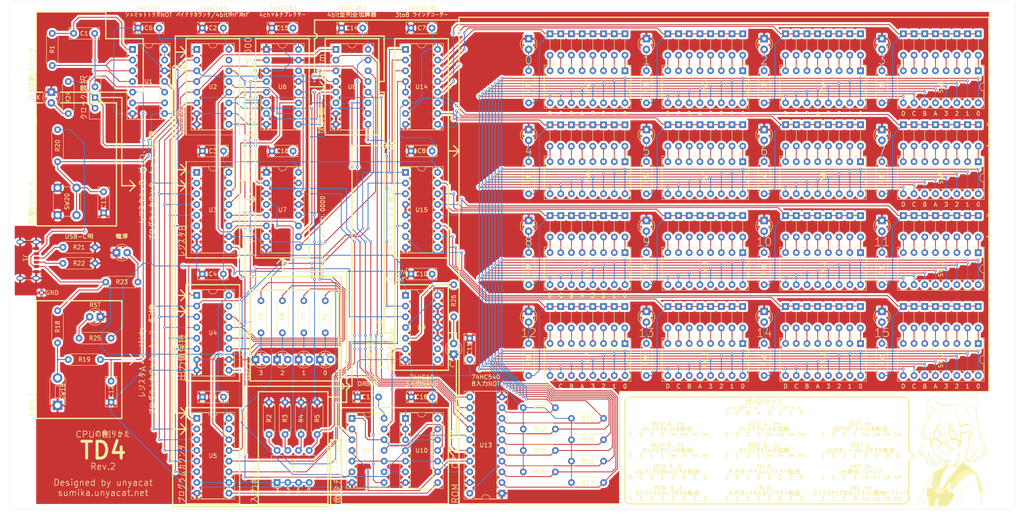
<source format=kicad_pcb>
(kicad_pcb (version 20240108) (generator "pcbnew") (generator_version "8.0")
  (layers (0 "F.Cu" signal) (31 "B.Cu" signal) (34 "B.Paste" user) (35 "F.Paste" user) (36 "B.SilkS" user "B.Silkscreen") (37 "F.SilkS" user "F.Silkscreen") (38 "B.Mask" user) (39 "F.Mask" user) (44 "Edge.Cuts" user))
  (net 0 "")
  (net 1 "Net-(C1-Pad1)")
  (net 2 "Net-(R1-Pad2)")
  (net 3 "GND")
  (net 4 "Net-(U6-1I2)")
  (net 5 "Net-(U6-2I2)")
  (net 6 "Net-(U7-1I2)")
  (net 7 "Net-(U7-2I2)")
  (net 8 "Net-(D1-A)")
  (net 9 "Net-(R6-Pad1)")
  (net 10 "Net-(R7-Pad1)")
  (net 11 "Net-(D2-A)")
  (net 12 "Net-(D3-A)")
  (net 13 "Net-(D4-A)")
  (net 14 "Net-(U13-~{Y0})")
  (net 15 "Net-(SW19-A)")
  (net 16 "Net-(U13-~{Y1})")
  (net 17 "Net-(U13-~{Y2})")
  (net 18 "Net-(U13-~{Y3})")
  (net 19 "Net-(U13-~{Y4})")
  (net 20 "Net-(U13-~{Y5})")
  (net 21 "Net-(U13-~{Y6})")
  (net 22 "Net-(U13-~{Y7})")
  (net 23 "Net-(U8-S2)")
  (net 24 "Net-(U2--LOAD)")
  (net 25 "Net-(U8-S0)")
  (net 26 "Net-(U7-2I0)")
  (net 28 "Net-(U7-1I0)")
  (net 29 "Net-(U8-S1)")
  (net 30 "Net-(U6-1I0)")
  (net 31 "Net-(U6-2I0)")
  (net 32 "Net-(U8-S3)")
  (net 33 "Net-(U3--LOAD)")
  (net 34 "Net-(U6-2I1)")
  (net 35 "Net-(U6-1I1)")
  (net 36 "Net-(U7-2I1)")
  (net 37 "Net-(U7-1I1)")
  (net 39 "Net-(U4--LOAD)")
  (net 42 "Net-(U5--LOAD)")
  (net 43 "Net-(D10-K)")
  (net 44 "Net-(D5-A)")
  (net 45 "Net-(D6-A)")
  (net 46 "Net-(D7-A)")
  (net 47 "Net-(D8-A)")
  (net 48 "Net-(D9-A)")
  (net 49 "Net-(D10-A)")
  (net 50 "Net-(D11-A)")
  (net 51 "Net-(D12-A)")
  (net 52 "Net-(D13-A)")
  (net 53 "Net-(D13-K)")
  (net 54 "Net-(D14-A)")
  (net 55 "Net-(D15-A)")
  (net 56 "Net-(D16-A)")
  (net 57 "Net-(D17-A)")
  (net 58 "Net-(D18-A)")
  (net 59 "Net-(D19-A)")
  (net 60 "Net-(D20-A)")
  (net 61 "Net-(D21-A)")
  (net 62 "Net-(D21-K)")
  (net 63 "Net-(D22-A)")
  (net 64 "Net-(D23-A)")
  (net 65 "Net-(D24-A)")
  (net 66 "Net-(D25-A)")
  (net 67 "Net-(D26-A)")
  (net 68 "Net-(D27-A)")
  (net 69 "Net-(D28-A)")
  (net 70 "Net-(D29-A)")
  (net 71 "Net-(D29-K)")
  (net 72 "Net-(D30-A)")
  (net 73 "Net-(D31-A)")
  (net 74 "Net-(D32-A)")
  (net 75 "Net-(D33-A)")
  (net 76 "Net-(D34-A)")
  (net 77 "Net-(D35-A)")
  (net 78 "Net-(D36-A)")
  (net 79 "Net-(D37-A)")
  (net 80 "Net-(D37-K)")
  (net 81 "Net-(D38-A)")
  (net 82 "Net-(D39-A)")
  (net 83 "Net-(D40-A)")
  (net 84 "Net-(D41-A)")
  (net 85 "Net-(D42-A)")
  (net 86 "Net-(D43-A)")
  (net 87 "Net-(D44-A)")
  (net 88 "Net-(D45-K)")
  (net 89 "Net-(D45-A)")
  (net 90 "Net-(D46-A)")
  (net 91 "Net-(D47-A)")
  (net 92 "Net-(D48-A)")
  (net 93 "Net-(D49-A)")
  (net 94 "Net-(D50-A)")
  (net 95 "Net-(D51-A)")
  (net 96 "Net-(D52-A)")
  (net 97 "Net-(D53-K)")
  (net 98 "Net-(D53-A)")
  (net 99 "Net-(D54-A)")
  (net 100 "Net-(D55-A)")
  (net 101 "Net-(D56-A)")
  (net 102 "Net-(D57-A)")
  (net 103 "Net-(D58-A)")
  (net 104 "Net-(D59-A)")
  (net 105 "Net-(D60-A)")
  (net 106 "Net-(D61-K)")
  (net 107 "Net-(D61-A)")
  (net 108 "Net-(D62-A)")
  (net 109 "Net-(D63-A)")
  (net 110 "Net-(D64-A)")
  (net 111 "Net-(D65-A)")
  (net 112 "Net-(D66-A)")
  (net 113 "Net-(D67-A)")
  (net 114 "Net-(D68-A)")
  (net 115 "Net-(D69-A)")
  (net 116 "Net-(D69-K)")
  (net 117 "Net-(D70-A)")
  (net 118 "Net-(D71-A)")
  (net 119 "Net-(D72-A)")
  (net 120 "Net-(D73-A)")
  (net 121 "Net-(D74-A)")
  (net 122 "Net-(D75-A)")
  (net 123 "Net-(D76-A)")
  (net 124 "Net-(D77-A)")
  (net 125 "Net-(D77-K)")
  (net 126 "Net-(D78-A)")
  (net 127 "Net-(D79-A)")
  (net 128 "Net-(D80-A)")
  (net 129 "Net-(D81-A)")
  (net 130 "Net-(D82-A)")
  (net 131 "Net-(D83-A)")
  (net 132 "Net-(D84-A)")
  (net 133 "Net-(D85-A)")
  (net 134 "Net-(D85-K)")
  (net 135 "Net-(D86-A)")
  (net 136 "Net-(D87-A)")
  (net 137 "Net-(D88-A)")
  (net 138 "Net-(D89-A)")
  (net 139 "Net-(D90-A)")
  (net 140 "Net-(D91-A)")
  (net 141 "Net-(D92-A)")
  (net 142 "Net-(D93-A)")
  (net 143 "Net-(D100-K)")
  (net 144 "Net-(D94-A)")
  (net 145 "Net-(D95-A)")
  (net 146 "Net-(D96-A)")
  (net 147 "Net-(D97-A)")
  (net 148 "Net-(D98-A)")
  (net 149 "Net-(D99-A)")
  (net 150 "Net-(D100-A)")
  (net 151 "Net-(D101-K)")
  (net 152 "Net-(D101-A)")
  (net 153 "Net-(D102-A)")
  (net 154 "Net-(D103-A)")
  (net 155 "Net-(D104-A)")
  (net 156 "Net-(D105-A)")
  (net 157 "Net-(D106-A)")
  (net 158 "Net-(D107-A)")
  (net 159 "Net-(D108-A)")
  (net 160 "Net-(D109-K)")
  (net 161 "Net-(D109-A)")
  (net 162 "Net-(D110-A)")
  (net 163 "Net-(D111-A)")
  (net 164 "Net-(D112-A)")
  (net 165 "Net-(D113-A)")
  (net 166 "Net-(D114-A)")
  (net 167 "Net-(D115-A)")
  (net 168 "Net-(D116-A)")
  (net 169 "Net-(D117-K)")
  (net 170 "Net-(D117-A)")
  (net 171 "Net-(D118-A)")
  (net 172 "Net-(D119-A)")
  (net 173 "Net-(D120-A)")
  (net 174 "Net-(D121-A)")
  (net 175 "Net-(D122-A)")
  (net 176 "Net-(D123-A)")
  (net 177 "Net-(D124-A)")
  (net 178 "Net-(D125-A)")
  (net 179 "Net-(D125-K)")
  (net 180 "Net-(D126-A)")
  (net 181 "Net-(D127-A)")
  (net 182 "Net-(D128-A)")
  (net 183 "Net-(D129-A)")
  (net 184 "Net-(D130-A)")
  (net 185 "Net-(D131-A)")
  (net 186 "Net-(D132-A)")
  (net 187 "Net-(U14-A0)")
  (net 188 "Net-(U14-A1)")
  (net 189 "Net-(U14-~{E0})")
  (net 190 "Net-(U14-A2)")
  (net 191 "Net-(U6-S0)")
  (net 192 "Net-(C12-Pad2)")
  (net 193 "Net-(C13-Pad2)")
  (net 194 "Net-(U6-1Y)")
  (net 195 "Net-(U13-A5)")
  (net 196 "Net-(U6-2Y)")
  (net 197 "Net-(R18-Pad2)")
  (net 198 "Net-(SW19-B)")
  (net 199 "Net-(U7-1Y)")
  (net 200 "Net-(U7-2Y)")
  (net 201 "Net-(U13-A2)")
  (net 202 "VCC")
  (net 203 "Net-(U13-A3)")
  (net 204 "Net-(U8-COUT)")
  (net 205 "Net-(U13-A0)")
  (net 206 "Net-(U13-A1)")
  (net 207 "Net-(U9A-~{Q})")
  (net 208 "Net-(SW19-C)")
  (net 209 "Net-(D137-A)")
  (net 210 "Net-(U10-Pad12)")
  (net 211 "Net-(U13-A6)")
  (net 212 "Net-(U13-A7)")
  (net 213 "Net-(U10-Pad11)")
  (net 214 "Net-(U13-A4)")
  (net 217 "Net-(U1-Pad6)")
  (net 218 "Net-(J1-CC2)")
  (net 219 "Net-(J1-CC1)")
  (net 220 "Net-(R8-Pad1)")
  (net 221 "Net-(R9-Pad1)")
  (net 222 "Net-(U2--CLR)")
  (net 223 "Net-(D133-A)")
  (net 224 "Net-(D134-A)")
  (net 225 "Net-(D135-A)")
  (net 226 "Net-(D136-A)")
  (net 227 "Net-(D138-A)")
  (net 228 "Net-(D139-A)")
  (net 229 "Net-(D140-A)")
  (net 230 "Net-(D141-A)")
  (net 231 "Net-(D142-A)")
  (net 232 "Net-(D143-A)")
  (net 233 "Net-(D144-A)")
  (net 234 "Net-(D145-A)")
  (net 235 "Net-(D146-A)")
  (net 236 "Net-(D147-A)")
  (net 237 "Net-(D148-A)")
  (net 238 "Net-(D149-A)")
  (net 239 "Net-(D150-A)")
  (net 240 "Net-(D151-A)")
  (net 241 "Net-(D152-A)")
  (net 242 "Net-(U9A-Q)")
  (footprint "Button_Switch_THT:SW_PUSH_6mm_H13mm" (layer "F.Cu") (at 30.48 63.5 90)
    (property "Reference" "SW20")
    (property "Value" "SW_Push")
  )
  (footprint "Resistor_THT:R_Axial_DIN0207_L6.3mm_D2.5mm_P7.62mm_Horizontal" (layer "F.Cu") (at 84.455 115.57 90)
    (property "Reference" "R3")
    (property "Value" "R")
  )
  (footprint "unyacat:Diode_THT_D_DO-35_SOD27_P5.08_Vertival_AnodeUp-no-circle" (layer "F.Cu") (at 154.96 63.62 -90)
    (property "Reference" "D73" (hide yes))
    (property "Value" "D" (hide yes))
  )
  (footprint "Resistor_THT:R_Axial_DIN0207_L6.3mm_D2.5mm_P7.62mm_Horizontal" (layer "F.Cu") (at 92.075 115.57 90)
    (property "Reference" "R5")
    (property "Value" "R")
  )
  (footprint "unyacat:Diode_THT_D_DO-35_SOD27_P5.08_Vertival_AnodeUp-no-circle" (layer "F.Cu") (at 165.12 63.62 -90)
    (property "Reference" "D69" (hide yes))
    (property "Value" "D" (hide yes))
  )
  (footprint "unyacat:Diode_THT_D_DO-35_SOD27_P5.08_Vertival_AnodeUp-no-circle" (layer "F.Cu") (at 152.42 20.44 -90)
    (property "Reference" "D10" (hide yes))
    (property "Value" "D" (hide yes))
  )
  (footprint "MountingHole:MountingHole_3.2mm_M3" (layer "F.Cu") (at 22.225 15.875)
    (property "Reference" "H1" (hide yes))
    (property "Value" "MountingHole")
  )
  (footprint "unyacat:Diode_THT_D_DO-35_SOD27_P5.08_Vertival_AnodeUp-no-circle" (layer "F.Cu") (at 160.02 42.065686 -90)
    (property "Reference" "D39" (hide yes))
    (property "Value" "D" (hide yes))
  )
  (footprint "Package_DIP:DIP-16_W7.62mm_Socket" (layer "F.Cu") (at 248.92 72.39 -90)
    (property "Reference" "SW13")
    (property "Value" "SW_DIP_x08")
  )
  (footprint "Resistor_THT:R_Axial_DIN0207_L6.3mm_D2.5mm_P7.62mm_Horizontal" (layer "F.Cu") (at 78.74 83.82 -90)
    (property "Reference" "R9")
    (property "Value" "R")
  )
  (footprint "Package_DIP:DIP-16_W7.62mm_Socket" (layer "F.Cu") (at 220.98 93.98 -90)
    (property "Reference" "SW16")
    (property "Value" "SW_DIP_x08")
  )
  (footprint "Resistor_THT:R_Axial_DIN0207_L6.3mm_D2.5mm_P7.62mm_Horizontal" (layer "F.Cu") (at 83.82 83.82 -90)
    (property "Reference" "R8")
    (property "Value" "R")
  )
  (footprint "unyacat:Diode_THT_D_DO-35_SOD27_P5.08_Vertival_AnodeUp-no-circle" (layer "F.Cu") (at 165.1 42.065686 -90)
    (property "Reference" "D37" (hide yes))
    (property "Value" "D" (hide yes))
  )
  (footprint "Package_DIP:DIP-16_W7.62mm_Socket" (layer "F.Cu") (at 113.03 24.13)
    (property "Reference" "U14")
    (property "Value" "74HC138")
  )
  (footprint "Capacitor_THT:C_Rect_L7.0mm_W2.5mm_P5.00mm" (layer "F.Cu") (at 81.32 19.05)
    (property "Reference" "C15")
    (property "Value" "C")
  )
  (footprint "LED_THT:LED_D3.0mm" (layer "F.Cu") (at 142.24 21.59 -90)
    (property "Reference" "D137" (hide yes))
    (property "Value" "LED")
  )
  (footprint "unyacat:Diode_THT_D_DO-35_SOD27_P5.08_Vertival_AnodeUp-no-circle" (layer "F.Cu") (at 157.48 85.21 -90)
    (property "Reference" "D104" (hide yes))
    (property "Value" "D" (hide yes))
  )
  (footprint "Resistor_THT:R_Axial_DIN0207_L6.3mm_D2.5mm_P7.62mm_Horizontal" (layer "F.Cu") (at 170.18 101.6 90)
    (property "Reference" "R39")
    (property "Value" "R")
  )
  (footprint "unyacat:Diode_THT_D_DO-35_SOD27_P5.08_Vertival_AnodeUp-no-circle" (layer "F.Cu") (at 185.44 85.21 -90)
    (property "Reference" "D112" (hide yes))
    (property "Value" "D" (hide yes))
  )
  (footprint "unyacat:Diode_THT_D_DO-35_SOD27_P5.08_Vertival_AnodeUp-no-circle" (layer "F.Cu") (at 236.24 63.62 -90)
    (property "Reference" "D98" (hide yes))
    (property "Value" "D" (hide yes))
  )
  (footprint "unyacat:Diode_THT_D_DO-35_SOD27_P5.08_Vertival_AnodeUp-no-circle" (layer "F.Cu") (at 152.42 63.62 -90)
    (property "Reference" "D74" (hide yes))
    (property "Value" "D" (hide yes))
  )
  (footprint "unyacat:Diode_THT_D_DO-35_SOD27_P5.08_Vertival_AnodeUp-no-circle" (layer "F.Cu") (at 157.5 20.44 -90)
    (property "Reference" "D8" (hide yes))
    (property "Value" "D" (hide yes))
  )
  (footprint "unyacat:Diode_THT_D_DO-35_SOD27_P5.08_Vertival_AnodeUp-no-circle" (layer "F.Cu") (at 215.92 42.03 -90)
    (property "Reference" "D55" (hide yes))
    (property "Value" "D" (hide yes))
  )
  (footprint "Package_DIP:DIP-14_W7.62mm_Socket" (layer "F.Cu") (at 113.03 82.55)
    (property "Reference" "U9")
    (property "Value" "CD74HC74")
  )
  (footprint "unyacat:Diode_THT_D_DO-35_SOD27_P5.08_Vertival_AnodeUp-no-circle" (layer "F.Cu") (at 162.57 85.21 -90)
    (property "Reference" "D102" (hide yes))
    (property "Value" "D" (hide yes))
  )
  (footprint "Resistor_THT:R_Axial_DIN0207_L6.3mm_D2.5mm_P7.62mm_Horizontal" (layer "F.Cu") (at 30.48 43.18 -90)
    (property "Reference" "R20")
    (property "Value" "1K")
  )
  (footprint "Resistor_THT:R_Axial_DIN0207_L6.3mm_D2.5mm_P7.62mm_Horizontal" (layer "F.Cu") (at 170.18 58.42 90)
    (property "Reference" "R32")
    (property "Value" "R")
  )
  (footprint "LED_THT:LED_D3.0mm" (layer "F.Cu") (at 142.24 43.18 -90)
    (property "Reference" "D141" (hide yes))
    (property "Value" "LED")
  )
  (footprint "LED_THT:LED_D3.0mm" (layer "F.Cu") (at 226.06 21.59 -90)
    (property "Reference" "D140" (hide yes))
    (property "Value" "LED")
  )
  (footprint "unyacat:Diode_THT_D_DO-35_SOD27_P5.08_Vertival_AnodeUp-no-circle" (layer "F.Cu") (at 187.98 85.21 -90)
    (property "Reference" "D111" (hide yes))
    (property "Value" "D" (hide yes))
  )
  (footprint "unyacat:Diode_THT_D_DO-35_SOD27_P5.08_Vertival_AnodeUp-no-circle" (layer "F.Cu") (at 147.32 85.21 -90)
    (property "Reference" "D108" (hide yes))
    (property "Value" "D" (hide yes))
  )
  (footprint "unyacat:Diode_THT_D_DO-35_SOD27_P5.08_Vertival_AnodeUp-no-circle" (layer "F.Cu") (at 215.9 85.21 -90)
    (property "Reference" "D119" (hide yes))
    (property "Value" "D" (hide yes))
  )
  (footprint "unyacat:Diode_THT_D_DO-35_SOD27_P5.08_Vertival_AnodeUp-no-circle" (layer "F.Cu") (at 190.52 20.44 -90)
    (property "Reference" "D14" (hide yes))
    (property "Value" "D" (hide yes))
  )
  (footprint "LED_THT:LED_D3.0mm" (layer "F.Cu") (at 29 34.285 -90)
    (property "Reference" "D134" (hide yes))
    (property "Value" "LED")
  )
  (footprint "Capacitor_THT:C_Rect_L7.0mm_W2.5mm_P5.00mm" (layer "F.Cu") (at 97.87 19.05)
    (property "Reference" "C14")
    (property "Value" "C")
  )
  (footprint "Resistor_THT:R_Axial_DIN0207_L6.3mm_D2.5mm_P7.62mm_Horizontal" (layer "F.Cu") (at 140.97 114.3)
    (property "Reference" "R12")
    (property "Value" "R")
  )
  (footprint "unyacat:Diode_THT_D_DO-35_SOD27_P5.08_Vertival_AnodeUp-no-circle" (layer "F.Cu") (at 205.74 85.21 -90)
    (property "Reference" "D123" (hide yes))
    (property "Value" "D" (hide yes))
  )
  (footprint "unyacat:Diode_THT_D_DO-35_SOD27_P5.08_Vertival_AnodeUp-no-circle" (layer "F.Cu") (at 205.76 63.62 -90)
    (property "Reference" "D91" (hide yes))
    (property "Value" "D" (hide yes))
  )
  (footprint "unyacat:Diode_THT_D_DO-35_SOD27_P5.08_Vertival_AnodeUp-no-circle" (layer "F.Cu") (at 215.9 20.44 -90)
    (property "Reference" "D23" (hide yes))
    (property "Value" "D" (hide yes))
  )
  (footprint "unyacat:Diode_THT_D_DO-35_SOD27_P5.08_Vertival_AnodeUp-no-circle" (layer "F.Cu") (at 160.02 85.21 -90)
    (property "Reference" "D103" (hide yes))
    (property "Value" "D" (hide yes))
  )
  (footprint "unyacat:Diode_THT_D_DO-35_SOD27_P5.08_Vertival_AnodeUp-no-circle" (layer "F.Cu") (at 248.94 20.44 -90)
    (property "Reference" "D29" (hide yes))
    (property "Value" "D" (hide yes))
  )
  (footprint "unyacat:Diode_THT_D_DO-35_SOD27_P5.08_Vertival_AnodeUp-no-circle" (layer "F.Cu") (at 162.58 63.62 -90)
    (property "Reference" "D70" (hide yes))
    (property "Value" "D" (hide yes))
  )
  (footprint "unyacat:Diode_THT_D_DO-35_SOD27_P5.08_Vertival_AnodeUp-no-circle" (layer "F.Cu") (at 205.74 20.44 -90)
    (property "Reference" "D27" (hide yes))
    (property "Value" "D" (hide yes))
  )
  (footprint "unyacat:Diode_THT_D_DO-35_SOD27_P5.08_Vertival_AnodeUp-no-circle" (layer "F.Cu") (at 180.36 85.21 -90)
    (property "Reference" "D114" (hide yes))
    (property "Value" "D" (hide yes))
  )
  (footprint "Package_DIP:DIP-16_W7.62mm_Socket" (layer "F.Cu") (at 248.92 50.8 -90)
    (property "Reference" "SW9")
    (property "Value" "SW_DIP_x08")
  )
  (footprint "unyacat:Diode_THT_D_DO-35_SOD27_P5.08_Vertival_AnodeUp-no-circle" (layer "F.Cu") (at 246.4 20.44 -90)
    (property "Reference" "D30" (hide yes))
    (property "Value" "D" (hide yes))
  )
  (footprint "Package_DIP:DIP-16_W7.62mm_Socket" (layer "F.Cu") (at 165.1 29.21 -90)
    (property "Reference" "SW2")
    (property "Value" "SW_DIP_x08")
  )
  (footprint "unyacat:Diode_THT_D_DO-35_SOD27_P5.08_Vertival_AnodeUp-no-circle" (layer "F.Cu") (at 208.28 20.44 -90)
    (property "Reference" "D26" (hide yes))
    (property "Value" "D" (hide yes))
  )
  (footprint "unyacat:Diode_THT_D_DO-35_SOD27_P5.08_Vertival_AnodeUp-no-circle" (layer "F.Cu") (at 248.92 85.21 -90)
    (property "Reference" "D125" (hide yes))
    (property "Value" "D" (hide yes))
  )
  (footprint "unyacat:Diode_THT_D_DO-35_SOD27_P5.08_Vertival_AnodeUp-no-circle" (layer "F.Cu") (at 190.52 85.21 -90)
    (property "Reference" "D110" (hide yes))
    (property "Value" "D" (hide yes))
  )
  (footprint "MountingHole:MountingHole_3.2mm_M3" (layer "F.Cu") (at 22.225 130.175)
    (property "Reference" "H4" (hide yes))
    (property "Value" "MountingHole")
  )
  (footprint "unyacat:Diode_THT_D_DO-35_SOD27_P5.08_Vertival_AnodeUp-no-circle" (layer "F.Cu") (at 233.7 85.21 -90)
    (property "Reference" "D131" (hide yes))
    (property "Value" "D" (hide yes))
  )
  (footprint "Package_DIP:DIP-16_W7.62mm_Socket" (layer "F.Cu") (at 220.98 29.21 -90)
    (property "Reference" "SW4")
    (property "Value" "SW_DIP_x08")
  )
  (footprint "Capacitor_THT:C_Rect_L7.0mm_W2.5mm_P5.00mm" (layer "F.Cu") (at 114.34 77.47)
    (property "Reference" "C10")
    (property "Value" "C")
  )
  (footprint "Package_DIP:DIP-16_W7.62mm_Socket" (layer "F.Cu") (at 80.02 24.13)
    (property "Reference" "U6")
    (property "Value" "CD74HC153")
  )
  (footprint "unyacat:Diode_THT_D_DO-35_SOD27_P5.08_Vertival_AnodeUp-no-circle" (layer "F.Cu") (at 236.24 85.21 -90)
    (property "Reference" "D130" (hide yes))
    (property "Value" "D" (hide yes))
  )
  (footprint "unyacat:Diode_THT_D_DO-35_SOD27_P5.08_Vertival_AnodeUp-no-circle" (layer "F.Cu") (at 241.32 20.44 -90)
    (property "Reference" "D32" (hide yes))
    (property "Value" "D" (hide yes))
  )
  (footprint "unyacat:Diode_THT_D_DO-35_SOD27_P5.08_Vertival_AnodeUp-no-circle" (layer "F.Cu") (at 147.32 42.065686 -90)
    (property "Reference" "D44" (hide yes))
    (property "Value" "D" (hide yes))
  )
  (footprint "unyacat:Diode_THT_D_DO-35_SOD27_P5.08_Vertival_AnodeUp-no-circle" (layer "F.Cu") (at 241.32 85.21 -90)
    (property "Reference" "D128" (hide yes))
    (property "Value" "D" (hide yes))
  )
  (footprint "unyacat:Diode_THT_D_DO-35_SOD27_P5.08_Vertival_AnodeUp-no-circle" (layer "F.Cu") (at 238.78 63.62 -90)
    (property "Reference" "D97" (hide yes))
    (property "Value" "D" (hide yes))
  )
  (footprint "unyacat:Diode_THT_D_DO-35_SOD27_P5.08_Vertival_AnodeUp-no-circle" (layer "F.Cu") (at 193.06 20.44 -90)
    (property "Reference" "D13" (hide yes))
    (property "Value" "D" (hide yes))
  )
  (footprint "Connector_USB:USB_C_Receptacle_GCT_USB4125-xx-x_6P_TopMnt_Horizontal" (layer "F.Cu") (at 22.39 74.17 -90)
    (property "Reference" "J1")
    (property "Value" "USB_C_Receptacle_PowerOnly_6P")
  )
  (footprint "Resistor_THT:R_Axial_DIN0207_L6.3mm_D2.5mm_P7.62mm_Horizontal" (layer "F.Cu") (at 152.4 127)
    (property "Reference" "R17")
    (property "Value" "R")
  )
  (footprint "Capacitor_THT:C_Rect_L7.0mm_W2.5mm_P5.00mm" (layer "F.Cu") (at 101.64 106.68)
    (property "Reference" "C17")
    (property "Value" "C")
  )
  (footprint "LED_THT:LED_D3.0mm" (layer "F.Cu") (at 77.47 97.79)
    (property "Reference" "D4" (hide yes))
    (property "Value" "LED")
  )
  (footprint "LED_THT:LED_D3.0mm" (layer "F.Cu") (at 226.06 86.36 -90)
    (property "Reference" "D151" (hide yes))
    (property "Value" "LED")
  )
  (footprint "LED_THT:LED_D3.0mm" (layer "F.Cu") (at 170.18 64.77 -90)
    (property "Reference" "D145" (hide yes))
    (property "Value" "LED")
  )
  (footprint "Resistor_THT:R_Axial_DIN0207_L6.3mm_D2.5mm_P7.62mm_Horizontal" (layer "F.Cu") (at 142.24 58.42 90)
    (property "Reference" "R31")
    (property "Value" "R")
  )
  (footprint "unyacat:Diode_THT_D_DO-35_SOD27_P5.08_Vertival_AnodeUp-no-circle" (layer "F.Cu") (at 180.36 63.62 -90)
    (property "Reference" "D82" (hide yes))
    (property "Value" "D" (hide yes))
  )
  (footprint "LED_THT:LED_D3.0mm" (layer "F.Cu") (at 82.55 97.79)
    (property "Reference" "D3" (hide yes))
    (property "Value" "LED")
  )
  (footprint "unyacat:Diode_THT_D_DO-35_SOD27_P5.08_Vertival_AnodeUp-no-circle" (layer "F.Cu") (at 149.86 85.21 -90)
    (property "Reference" "D107" (hide yes))
    (property "Value" "D" (hide yes))
  )
  (footprint "unyacat:Diode_THT_D_DO-35_SOD27_P5.08_Vertival_AnodeUp-no-circle" (layer "F.Cu") (at 182.9 20.44 -90)
    (property "Reference" "D17" (hide yes))
    (property "Value" "D" (hide yes))
  )
  (footprint "MountingHole:MountingHole_3.2mm_M3" (layer "F.Cu") (at 254.635 130.175)
    (property "Reference" "H3" (hide yes))
    (property "Value" "MountingHole")
  )
  (footprint "Capacitor_THT:C_Rect_L7.0mm_W2.5mm_P5.00mm" (layer "F.Cu") (at 114.34 48.26)
    (property "Reference" "C8")
    (property "Value" "C")
  )
  (footprint "unyacat:Diode_THT_D_DO-35_SOD27_P5.08_Vertival_AnodeUp-no-circle" (layer "F.Cu") (at 154.96 20.44 -90)
    (property "Reference" "D9" (hide yes))
    (property "Value" "D" (hide yes))
  )
  (footprint "unyacat:Diode_THT_D_DO-35_SOD27_P5.08_Vertival_AnodeUp-no-circle" (layer "F.Cu") (at 213.38 42.03 -90)
    (property "Reference" "D56" (hide yes))
    (property "Value" "D" (hide yes))
  )
  (footprint "unyacat:Diode_THT_D_DO-35_SOD27_P5.08_Vertival_AnodeUp-no-circle" (layer "F.Cu") (at 243.86 85.21 -90)
    (property "Reference" "D127" (hide yes))
    (property "Value" "D" (hide yes))
  )
  (footprint "unyacat:Diode_THT_D_DO-35_SOD27_P5.08_Vertival_AnodeUp-no-circle" (layer "F.Cu") (at 185.44 63.62 -90)
    (property "Reference" "D80" (hide yes))
    (property "Value" "D" (hide yes))
  )
  (footprint "LED_THT:LED_D3.0mm" (layer "F.Cu") (at 87.63 97.79)
    (property "Reference" "D2" (hide yes))
    (property "Value" "LED")
  )
  (footprint "unyacat:Diode_THT_D_DO-35_SOD27_P5.08_Vertival_AnodeUp-no-circle" (layer "F.Cu") (at 175.28 42.03 -90)
    (property "Reference" "D52" (hide yes))
    (property "Value" "D" (hide yes))
  )
  (footprint "Capacitor_THT:C_Rect_L7.0mm_W2.5mm_P5.00mm" (layer "F.Cu") (at 128.27 92.75 -90)
    (property "Reference" "C11")
    (property "Value" "C")
  )
  (footprint "unyacat:Diode_THT_D_DO-35_SOD27_P5.08_Vertival_AnodeUp-no-circle" (layer "F.Cu") (at 187.98 63.62 -90)
    (property "Reference" "D79" (hide yes))
    (property "Value" "D" (hide yes))
  )
  (footprint "unyacat:Diode_THT_D_DO-35_SOD27_P5.08_Vertival_AnodeUp-no-circle" (layer "F.Cu") (at 162.58 20.44 -90)
    (property "Reference" "D6" (hide yes))
    (property "Value" "D" (hide yes))
  )
  (footprint "unyacat:Diode_THT_D_DO-35_SOD27_P5.08_Vertival_AnodeUp-no-circle" (layer "F.Cu") (at 205.76 42.03 -90)
    (property "Reference" "D59" (hide yes))
    (property "Value" "D" (hide yes))
  )
  (footprint "LED_THT:LED_D3.0mm" (layer "F.Cu") (at 198.12 64.77 -90)
    (property "Reference" "D146" (hide yes))
    (property "Value" "LED")
  )
  (footprint "LED_THT:LED_D3.0mm" (layer "F.Cu") (at 170.18 43.18 -90)
    (property "Reference" "D142" (hide yes))
    (property "Value" "LED")
  )
  (footprint "Resistor_THT:R_Axial_DIN0207_L6.3mm_D2.5mm_P7.62mm_Horizontal" (layer "F.Cu") (at 31.75 74.93)
    (property "Reference" "R22")
    (property "Value" "5.1K")
  )
  (footprint "unyacat:Diode_THT_D_DO-35_SOD27_P5.08_Vertival_AnodeUp-no-circle" (layer "F.Cu") (at 162.56 42.065686 -90)
    (property "Reference" "D38" (hide yes))
    (property "Value" "D" (hide yes))
  )
  (footprint "LED_THT:LED_D3.0mm" (layer "F.Cu") (at 198.12 43.18 -90)
    (property "Reference" "D152" (hide yes))
    (property "Value" "LED")
  )
  (footprint "Button_Switch_THT:SW_PUSH_1P1T_6x3.5mm_H5.0_APEM_MJTP1250" (layer "F.Cu") (at 30.48 108.66 90)
    (property "Reference" "SW18")
    (property "Value" "SW_Push")
  )
  (footprint "unyacat:Diode_THT_D_DO-35_SOD27_P5.08_Vertival_AnodeUp-no-circle" (layer "F.Cu") (at 248.94 42.03 -90)
    (property "Reference" "D61" (hide yes))
    (property "Value" "D" (hide yes))
  )
  (footprint "unyacat:Diode_THT_D_DO-35_SOD27_P5.08_Vertival_AnodeUp-no-circle" (layer "F.Cu") (at 175.28 63.62 -90)
    (property "Reference" "D84" (hide yes))
    (property "Value" "D" (hide yes))
  )
  (footprint "Package_DIP:DIP-16_W7.62mm_Socket" (layer "F.Cu") (at 248.92 93.98 -90)
    (property "Reference" "SW17")
    (property "Value" "SW_DIP_x08")
  )
  (footprint "unyacat:Diode_THT_D_DO-35_SOD27_P5.08_Vertival_AnodeUp-no-circle" (layer "F.Cu") (at 238.78 85.21 -90)
    (property "Reference" "D129" (hide yes))
    (property "Value" "D" (hide yes))
  )
  (footprint "LED_THT:LED_D3.0mm" (layer "F.Cu") (at 124.46 96.52 90)
    (property "Reference" "D136" (hide yes))
    (property "Value" "LED")
  )
  (footprint "unyacat:Diode_THT_D_DO-35_SOD27_P5.08_Vertival_AnodeUp-no-circle" (layer "F.Cu") (at 238.78 20.44 -90)
    (property "Reference" "D33" (hide yes))
    (property "Value" "D" (hide yes))
  )
  (footprint "unyacat:Diode_THT_D_DO-35_SOD27_P5.08_Vertival_AnodeUp-no-circle" (layer "F.Cu") (at 203.2 85.21 -90)
    (property "Reference" "D124" (hide yes))
    (property "Value" "D" (hide yes))
  )
  (footprint "Package_DIP:DIP-16_W7.62mm_Socket" (layer "F.Cu") (at 113.03 53.34)
    (property "Reference" "U15")
    (property "Value" "74HC138")
  )
  (footprint "Resistor_THT:R_Axial_DIN0207_L6.3mm_D2.5mm_P7.62mm_Horizontal" (layer "F.Cu") (at 31.75 71.12)
    (property "Reference" "R21")
    (property "Value" "5.1K")
  )
  (footprint "LED_THT:LED_D3.0mm" (layer "F.Cu") (at 226.06 64.77 -90)
    (property "Reference" "D147" (hide yes))
    (property "Value" "LED")
  )
  (footprint "LOGO" (layer "F.Cu") (at 242.57 118.745)
    (property "Reference" "G***" (hide yes))
    (property "Value" "LOGO" (hide yes))
  )
  (footprint "unyacat:Diode_THT_D_DO-35_SOD27_P5.08_Vertival_AnodeUp-no-circle" (layer "F.Cu") (at 149.86 42.065686 -90)
    (property "Reference" "D43" (hide yes))
    (property "Value" "D" (hide yes))
  )
  (footprint "unyacat:Diode_THT_D_DO-35_SOD27_P5.08_Vertival_AnodeUp-no-circle" (layer "F.Cu") (at 231.16 85.21 -90)
    (property "Reference" "D132" (hide yes))
    (property "Value" "D" (hide yes))
  )
  (footprint "unyacat:Diode_THT_D_DO-35_SOD27_P5.08_Vertival_AnodeUp-no-circle" (layer "F.Cu") (at 210.84 42.03 -90)
    (property "Reference" "D57" (hide yes))
    (property "Value" "D" (hide yes))
  )
  (footprint "unyacat:Diode_THT_D_DO-35_SOD27_P5.08_Vertival_AnodeUp-no-circle" (layer "F.Cu") (at 190.52 63.62 -90)
    (property "Reference" "D78" (hide yes))
    (property "Value" "D" (hide yes))
  )
  (footprint "Package_DIP:DIP-8_W7.62mm" (layer "F.Cu") (at 82.56 126.99 90)
    (property "Reference" "SW1")
    (property "Value" "SW_DIP_x04")
  )
  (footprint "Resistor_THT:R_Axial_DIN0207_L6.3mm_D2.5mm_P7.62mm_Horizontal" (layer "F.Cu") (at 140.97 119.38)
    (property "Reference" "R14")
    (property "Value" "R")
  )
  (footprint "unyacat:Diode_THT_D_DO-35_SOD27_P5.08_Vertival_AnodeUp-no-circle" (layer "F.Cu") (at 157.5 63.62 -90)
    (property "Reference" "D72" (hide yes))
    (property "Value" "D" (hide yes))
  )
  (footprint "unyacat:Diode_THT_D_DO-35_SOD27_P5.08_Vertival_AnodeUp-no-circle" (layer "F.Cu") (at 149.88 20.44 -90)
    (property "Reference" "D11" (hide yes))
    (property "Value" "D" (hide yes))
  )
  (footprint "Package_DIP:DIP-20_W7.62mm_Socket" (layer "F.Cu") (at 135.89 129.54 180)
    (property "Reference" "U13")
    (property "Value" "CD74HC540")
  )
  (footprint "unyacat:Diode_THT_D_DO-35_SOD27_P5.08_Vertival_AnodeUp-no-circle" (layer "F.Cu") (at 154.94 85.21 -90)
    (property "Reference" "D105" (hide yes))
    (property "Value" "D" (hide yes))
  )
  (footprint "unyacat:Diode_THT_D_DO-35_SOD27_P5.08_Vertival_AnodeUp-no-circle" (layer "F.Cu") (at 238.78 42.03 -90)
    (property "Reference" "D65" (hide yes))
    (property "Value" "D" (hide yes))
  )
  (footprint "unyacat:Diode_THT_D_DO-35_SOD27_P5.08_Vertival_AnodeUp-no-circle" (layer "F.Cu") (at 236.24 20.44 -90)
    (property "Reference" "D34" (hide yes))
    (property "Value" "D" (hide yes))
  )
  (footprint "unyacat:Diode_THT_D_DO-35_SOD27_P5.08_Vertival_AnodeUp-no-circle" (layer "F.Cu") (at 203.22 42.03 -90)
    (property "Reference" "D60" (hide yes))
    (property "Value" "D" (hide yes))
  )
  (footprint "Resistor_THT:R_Axial_DIN0207_L6.3mm_D2.5mm_P7.62mm_Horizontal" (layer "F.Cu") (at 140.97 109.22)
    (property "Reference" "R10")
    (property "Value" "R")
  )
  (footprint "unyacat:Diode_THT_D_DO-35_SOD27_P5.08_Vertival_AnodeUp-no-circle" (layer "F.Cu") (at 208.3 63.62 -90)
    (property "Reference" "D90" (hide yes))
    (property "Value" "D" (hide yes))
  )
  (footprint "LED_THT:LED_D3.0mm" (layer "F.Cu") (at 170.18 86.36 -90)
    (property "Reference" "D149" (hide yes))
    (property "Value" "LED")
  )
  (footprint "unyacat:Diode_THT_D_DO-35_SOD27_P5.08_Vertival_AnodeUp-no-circle" (layer "F.Cu") (at 218.46 63.62 -90)
    (property "Reference" "D86" (hide yes))
    (property "Value" "D" (hide yes))
  )
  (footprint "Resistor_THT:R_Axial_DIN0207_L6.3mm_D2.5mm_P7.62mm_Horizontal" (layer "F.Cu") (at 29.21 20.32 -90)
    (property "Reference" "R1")
    (property "Value" "33K")
  )
  (footprint "Resistor_THT:R_Axial_DIN0207_L6.3mm_D2.5mm_P7.62mm_Horizontal" (layer "F.Cu") (at 88.265 115.57 90)
    (property "Reference" "R4")
    (property "Value" "R")
  )
  (footprint "Package_DIP:DIP-16_W7.62mm_Socket" (layer "F.Cu") (at 165.1 72.39 -90)
    (property "Reference" "SW10")
    (property "Value" "SW_DIP_x08")
  )
  (footprint "unyacat:Diode_THT_D_DO-35_SOD27_P5.08_Vertival_AnodeUp-no-circle" (layer "F.Cu") (at 241.32 42.03 -90)
    (property "Reference" "D64" (hide yes))
    (property "Value" "D" (hide yes))
  )
  (footprint "Capacitor_THT:C_Rect_L7.0mm_W2.5mm_P5.00mm" (layer "F.Cu") (at 49.57 19.05)
    (property "Reference" "C6")
    (property "Value" "C")
  )
  (footprint "Capacitor_THT:C_Rect_L7.0mm_W2.5mm_P5.00mm" (layer "F.Cu") (at 43.18 107.91 90)
    (property "Reference" "C12")
    (property "Value" "C")
  )
  (footprint "Resistor_THT:R_Axial_DIN0207_L6.3mm_D2.5mm_P7.62mm_Horizontal" (layer "F.Cu") (at 124.46 80.01 -90)
    (property "Reference" "R26")
    (property "Value" "R")
  )
  (footprint "unyacat:Diode_THT_D_DO-35_SOD27_P5.08_Vertival_AnodeUp-no-circle" (layer "F.Cu") (at 160.04 20.44 -90)
    (property "Reference" "D7" (hide yes))
    (property "Value" "D" (hide yes))
  )
  (footprint "unyacat:Diode_THT_D_DO-35_SOD27_P5.08_Vertival_AnodeUp-no-circle" (layer "F.Cu") (at 233.7 63.62 -90)
    (property "Reference" "D99" (hide yes))
    (property "Value" "D" (hide yes))
  )
  (footprint "unyacat:Diode_THT_D_DO-35_SOD27_P5.08_Vertival_AnodeUp-no-circle" (layer "F.Cu") (at 160.04 63.62 -90)
    (property "Reference" "D71" (hide yes))
    (property "Value" "D" (hide yes))
  )
  (footprint "unyacat:Diode_THT_D_DO-35_SOD27_P5.08_Vertival_AnodeUp-no-circle" (layer "F.Cu") (at 177.82 42.03 -90)
    (property "Reference" "D51" (hide yes))
    (property "Value" "D" (hide yes))
  )
  (footprint "Capacitor_THT:C_Rect_L7.0mm_W2.5mm_P5.00mm" (layer "F.Cu") (at 64.81 19.05)
    (property "Reference" "C2")
    (property "Value" "C")
  )
  (footprint "unyacat:Diode_THT_D_DO-35_SOD27_P5.08_Vertival_AnodeUp-no-circle" (layer "F.Cu") (at 215.92 63.62 -90)
    (property "Reference" "D87" (hide yes))
    (property "Value" "D" (hide yes))
  )
  (footprint "LED_THT:LED_D3.0mm" (layer "F.Cu") (at 226.06 43.18 -90)
    (property "Reference" "D143" (hide yes))
    (property "Value" "LED")
  )
  (footprint "LED_THT:LED_D3.0mm" (layer "F.Cu") (at 170.18 21.59 -90)
    (property "Reference" "D138" (hide yes))
    (property "Value" "LED")
  )
  (footprint "LED_THT:LED_D3.0mm" (layer "F.Cu") (at 92.71 97.79)
    (property "Reference" "D1" (hide yes))
    (property "Value" "LED")
  )
  (footprint "unyacat:Diode_THT_D_DO-35_SOD27_P5.08_Vertival_AnodeUp-no-circle" (layer "F.Cu") (at 248.94 63.62 -90)
    (property "Reference" "D93" (hide yes))
    (property "Value" "D" (hide yes))
  )
  (footprint "Package_DIP:DIP-16_W7.62mm_Socket" (layer "F.Cu") (at 63.5 82.55)
    (property "Reference" "U4")
    (property "Value" "74HC161AP")
  )
  (footprint "Resistor_THT:R_Axial_DIN0207_L6.3mm_D2.5mm_P7.62mm_Horizontal" (layer "F.Cu") (at 170.18 36.83 90)
    (property "Reference" "R28")
    (property "Value" "R")
  )
  (footprint "Package_DIP:DIP-16_W7.62mm_Socket" (layer "F.Cu") (at 220.98 50.8 -90)
    (property "Reference" "SW8")
    (property "Value" "SW_DIP_x08")
  )
  (footprint "Package_DIP:DIP-16_W7.62mm_Socket" (layer "F.Cu") (at 220.98 72.39 -90)
    (property "Reference" "SW12")
    (property "Value" "SW_DIP_x08")
  )
  (footprint "Capacitor_THT:C_Rect_L7.0mm_W2.5mm_P5.00mm" (layer "F.Cu") (at 64.85 106.68)
    (property "Reference" "C5")
    (property "Value" "C")
  )
  (footprint "unyacat:Diode_THT_D_DO-35_SOD27_P5.08_Vertival_AnodeUp-no-circle" (layer "F.Cu") (at 165.07 85.21 -90)
    (property "Reference" "D101" (hide yes))
    (property "Value" "D" (hide yes))
  )
  (footprint "unyacat:Diode_THT_D_DO-35_SOD27_P5.08_Vertival_AnodeUp-no-circle" (layer "F.Cu") (at 190.52 42.03 -90)
    (property "Reference" "D46" (hide yes))
    (property "Value" "D" (hide yes))
  )
  (footprint "unyacat:Diode_THT_D_DO-35_SOD27_P5.08_Vertival_AnodeUp-no-circle" (layer "F.Cu") (at 221 42.03 -90)
    (property "Reference" "D53" (hide yes))
    (property "Value" "D" (hide yes))
  )
  (footprint "unyacat:Diode_THT_D_DO-35_SOD27_P5.08_Vertival_AnodeUp-no-circle" (layer "F.Cu") (at 185.44 42.03 -90)
    (property "Reference" "D48" (hide yes))
    (property "Value" "D" (hide yes))
  )
  (footprint "LED_THT:LED_D3.0mm" (layer "F.Cu") (at 198.12 86.36 -90)
    (property "Reference" "D150" (hide yes))
    (property "Value" "LED")
  )
  (footprint "unyacat:Diode_THT_D_DO-35_SOD27_P5.08_Vertival_AnodeUp-no-circle" (layer "F.Cu") (at 175.28 20.44 -90)
    (property "Reference" "D20" (hide yes))
    (property "Value" "D" (hide yes))
  )
  (footprint "unyacat:Diode_THT_D_DO-35_SOD27_P5.08_Vertival_AnodeUp-no-circle" (layer "F.Cu") (at 147.34 20.44 -90)
    (property "Reference" "D12" (hide yes))
    (property "Value" "D" (hide yes))
  )
  (footprint "Package_DIP:DIP-16_W7.62mm_Socket" (layer "F.Cu") (at 165.1 93.98 -90)
    (property "Reference" "SW14")
    (property "Value" "SW_DIP_x08")
  )
  (footprint "unyacat:Diode_THT_D_DO-35_SOD27_P5.08_Vertival_AnodeUp-no-circle" (layer "F.Cu") (at 149.88 63.62 -90)
    (property "Reference" "D75" (hide yes))
    (property "Value" "D" (hide yes))
  )
  (footprint "Resistor_THT:R_Axial_DIN0207_L6.3mm_D2.5mm_P7.62mm_Horizontal" (layer "F.Cu") (at 152.4 121.92)
    (property "Reference" "R15")
    (property "Value" "R")
  )
  (footprint "unyacat:Diode_THT_D_DO-35_SOD27_P5.08_Vertival_AnodeUp-no-circle" (layer "F.Cu") (at 208.3 42.03 -90)
    (property "Reference" "D58" (hide yes))
    (property "Value" "D" (hide yes))
  )
  (footprint "Package_DIP:DIP-16_W7.62mm_Socket" (layer "F.Cu") (at 96.52 24.13)
    (property "Reference" "U8")
    (property "Value" "CD74HC283")
  )
  (footprint "unyacat:Diode_THT_D_DO-35_SOD27_P5.08_Vertival_AnodeUp-no-circle" (layer "F.Cu") (at 218.46 42.03 -90)
    (property "Reference" "D54" (hide yes))
    (property "Value" "D" (hide yes))
  )
  (footprint "unyacat:Diode_THT_D_DO-35_SOD27_P5.08_Vertival_AnodeUp-no-circle" (layer "F.Cu") (at 154.94 42.065686 -90)
    (property "Reference" "D41" (hide yes))
    (property "Value" "D" (hide yes))
  )
  (footprint "unyacat:Diode_THT_D_DO-35_SOD27_P5.08_Vertival_AnodeUp-no-circle" (layer "F.Cu") (at 220.98 85.21 -90)
    (property "Reference" "D117" (hide yes))
    (property "Value" "D" (hide yes))
  )
  (footprint "unyacat:Diode_THT_D_DO-35_SOD27_P5.08_Vertival_AnodeUp-no-circle" (layer "F.Cu") (at 221 20.44 -90)
    (property "Reference" "D21" (hide yes))
    (property "Value" "D" (hide yes))
  )
  (footprint "Capacitor_THT:C_Rect_L7.0mm_W2.5mm_P5.00mm" (layer "F.Cu") (at 64.85 48.26)
    (property "Reference" "C3")
    (property "Value" "C")
  )
  (footprint "Package_DIP:DIP-16_W7.62mm_Socket" (layer "F.Cu") (at 193.04 29.21 -90)
    (property "Reference" "SW3")
    (property "Value" "SW_DIP_x08")
  )
  (footprint "unyacat:Diode_THT_D_DO-35_SOD27_P5.08_Vertival_AnodeUp-no-circle" (layer "F.Cu") (at 187.98 20.44 -90)
    (property "Reference" "D15" (hide yes))
    (property "Value" "D" (hide yes))
  )
  (footprint "Package_DIP:DIP-16_W7.62mm_Socket" (layer "F.Cu") (at 248.92 29.21 -90)
    (property "Reference" "SW5")
    (property "Value" "SW_DIP_x08")
  )
  (footprint "Resistor_THT:R_Axial_DIN0207_L6.3mm_D2.5mm_P7.62mm_Horizontal" (layer "F.Cu") (at 41.91 79.375)
    (property "Reference" "R23")
    (property "Value" "R")
  )
  (footprint "unyacat:Diode_THT_D_DO-35_SOD27_P5.08_Vertival_AnodeUp-no-circle" (layer "F.Cu") (at 213.36 85.21 -90)
    (property "Reference" "D120" (hide yes))
    (property "Value" "D" (hide yes))
  )
  (footprint "Resistor_THT:R_Axial_DIN0207_L6.3mm_D2.5mm_P7.62mm_Horizontal" (layer "F.Cu") (at 43.18 92.71 180)
    (property "Reference" "R25")
    (property "Value" "R")
  )
  (footprint "Package_DIP:DIP-14_W7.62mm_Socket" (layer "F.Cu") (at 48.26 24.13)
    (property "Reference" "U1")
    (property "Value" "74HC14")
  )
  (footprint "unyacat:Diode_THT_D_DO-35_SOD27_P5.08_Vertival_AnodeUp-no-circle" (layer "F.Cu") (at 236.24 42.03 -90)
    (property "Reference" "D66" (hide yes))
    (property "Value" "D" (hide yes))
  )
  (footprint "Resistor_THT:R_Axial_DIN0207_L6.3mm_D2.5mm_P7.62mm_Horizontal" (layer "F.Cu") (at 170.18 80.01 90)
    (property "Reference" "R35")
    (property "Value" "R")
  )
  (footprint "unyacat:Diode_THT_D_DO-35_SOD27_P5.08_Vertival_AnodeUp-no-circle" (layer "F.Cu") (at 213.38 20.44 -90)
    (property "Reference" "D24" (hide yes))
    (property "Value" "D" (hide yes))
  )
  (footprint "Resistor_THT:R_Axial_DIN0207_L6.3mm_D2.5mm_P7.62mm_Horizontal" (layer "F.Cu") (at 198.12 58.42 90)
    (property "Reference" "R42")
    (property "Value" "R")
  )
  (footprint "unyacat:Diode_THT_D_DO-35_SOD27_P5.08_Vertival_AnodeUp-no-circle" (layer "F.Cu") (at 243.86 42.03 -90)
    (property "Reference" "D63" (hide yes))
    (property "Value" "D" (hide yes))
  )
  (footprint "unyacat:Diode_THT_D_DO-35_SOD27_P5.08_Vertival_AnodeUp-no-circle" (layer "F.Cu") (at 180.36 42.03 -90)
    (property "Reference" "D50" (hide yes))
    (property "Value" "D" (hide yes))
  )
  (footprint "Resistor_THT:R_Axial_DIN0207_L6.3mm_D2.5mm_P7.62mm_Horizontal" (layer "F.Cu") (at 152.4 111.76)
    (property "Reference" "R11")
    (property "Value" "R")
  )
  (footprint "Package_DIP:DIP-16_W7.62mm_Socket" (layer "F.Cu") (at 193.04 72.39 -90)
    (property "Reference" "SW11")
    (property "Value" "SW_DIP_x08")
  )
  (footprint "Package_DIP:DIP-16_W7.62mm_Socket" (layer "F.Cu") (at 193.04 50.81 -90)
    (property "Reference" "SW7")
    (property "Value" "SW_DIP_x08")
  )
  (footprint "Resistor_THT:R_Axial_DIN0207_L6.3mm_D2.5mm_P7.62mm_Horizontal" (layer "F.Cu") (at 33.02 97.79)
    (property "Reference" "R19")
    (property "Value" "100K")
  )
  (footprint "Connector_PinHeader_1.27mm:PinHeader_1x01_P1.27mm_Vertical" (layer "F.Cu") (at 26.67 81.915)
    (property "Reference" "J2" (hide yes))
    (property "Value" "Conn_01x01_Socket")
  )
  (footprint "Package_DIP:DIP-16_W7.62mm_Socket" (layer "F.Cu") (at 165.1 50.8 -90)
    (property "Reference" "SW6")
    (property "Value" "SW_DIP_x08")
  )
  (footprint "unyacat:Diode_THT_D_DO-35_SOD27_P5.08_Vertival_AnodeUp-no-circle" (layer "F.Cu") (at 231.16 63.62 -90)
    (property "Reference" "D100" (hide yes))
    (property "Value" "D" (hide yes))
  )
  (footprint "unyacat:Diode_THT_D_DO-35_SOD27_P5.08_Vertival_AnodeUp-no-circle" (layer "F.Cu") (at 157.48 42.065686 -90)
    (property "Reference" "D40" (hide yes))
    (property "Value" "D" (hide yes))
  )
  (footprint "unyacat:Diode_THT_D_DO-35_SOD27_P5.08_Vertival_AnodeUp-no-circle" (layer "F.Cu") (at 210.82 20.44 -90)
    (property "Reference" "D25" (hide yes))
    (property "Value" "D" (hide yes))
  )
  (footprint "unyacat:Diode_THT_D_DO-35_SOD27_P5.08_Vertival_AnodeUp-no-circle" (layer "F.Cu") (at 177.82 85.21 -90)
    (property "Reference" "D115" (hide yes))
    (property "Value" "D" (hide yes))
  )
  (footprint "MountingHole:MountingHole_3.2mm_M3" (layer "F.Cu") (at 254.635 15.875)
    (property "Reference" "H2" (hide yes))
    (property "Value" "MountingHole")
  )
  (footprint "unyacat:Diode_THT_D_DO-35_SOD27_P5.08_Vertival_AnodeUp-no-circle" (layer "F.Cu") (at 218.44 85.21 -90)
    (property "Reference" "D118" (hide yes))
    (property "Value" "D" (hide yes))
  )
  (footprint "unyacat:Diode_THT_D_DO-35_SOD27_P5.08_Vertival_AnodeUp-no-circle" (layer "F.Cu") (at 221 63.62 -90)
    (property "Reference" "D85" (hide yes))
    (property "Value" "D" (hide yes))
  )
  (footprint "unyacat:Diode_THT_D_DO-35_SOD27_P5.08_Vertival_AnodeUp-no-circle" (layer "F.Cu") (at 231.16 20.44 -90)
    (property "Reference" "D36" (hide yes))
    (property "Value" "D" (hide yes))
  )
  (footprint "unyacat:Diode_THT_D_DO-35_SOD27_P5.08_Vertival_AnodeUp-no-circle" (layer "F.Cu") (at 231.16 42.03 -90)
    (property "Reference" "D68" (hide yes))
    (property "Value" "D" (hide yes))
  )
  (footprint "unyacat:Diode_THT_D_DO-35_SOD27_P5.08_Vertival_AnodeUp-no-circle" (layer "F.Cu") (at 241.32 63.62 -90)
    (property "Reference" "D96" (hide yes))
    (property "Value" "D" (hide yes))
  )
  (footprint "Resistor_THT:R_Axial_DIN0207_L6.3mm_D2.5mm_P7.62mm_Horizontal" (layer "F.Cu") (at 152.4 116.84)
    (property "Reference" "R13")
    (property "Value" "R")
  )
  (footprint "unyacat:Diode_THT_D_DO-35_SOD27_P5.08_Vertival_AnodeUp-no-circle" (layer "F.Cu") (at 182.9 85.21 -90)
    (property "Reference" "D113" (hide yes))
    (property "Value" "D" (hide yes))
  )
  (footprint "unyacat:Diode_THT_D_DO-35_SOD27_P5.08_Vertival_AnodeUp-no-circle" (layer "F.Cu") (at 203.22 63.62 -90)
    (property "Reference" "D92" (hide yes))
    (property "Value" "D" (hide yes))
  )
  (footprint "LED_THT:LED_D3.0mm" (layer "F.Cu") (at 142.24 64.77 -90)
    (property "Reference" "D144" (hide yes))
    (property "Value" "LED")
  )
  (footprint "unyacat:Diode_THT_D_DO-35_SOD27_P5.08_Vertival_AnodeUp-no-circle" (layer "F.Cu") (at 177.82 63.62 -90)
    (property "Reference" "D83" (hide yes))
    (property "Value" "D" (hide yes))
  )
  (footprint "unyacat:Diode_THT_D_DO-35_SOD27_P5.08_Vertival_AnodeUp-no-circle" (layer "F.Cu") (at 193.06 63.62 -90)
    (property "Reference" "D77" (hide yes))
    (property "Value" "D" (hide yes))
  )
  (footprint "Resistor_THT:R_Axial_DIN0207_L6.3mm_D2.5mm_P7.62mm_Horizontal" (layer "F.Cu") (at 142.24 101.6 90)
    (property "Reference" "R38")
    (property "Value" "R")
  )
  (footprint "unyacat:Diode_THT_D_DO-35_SOD27_P5.08_Vertival_AnodeUp-no-circle" (layer "F.Cu") (at 203.2 20.44 -90)
    (property "Reference" "D28" (hide yes))
    (property "Value" "D" (hide yes))
  )
  (footprint "unyacat:Diode_THT_D_DO-35_SOD27_P5.08_Vertival_AnodeUp-no-circle" (layer "F.Cu") (at 193.06 42.03 -90)
    (property "Reference" "D45" (hide yes))
    (property "Value" "D" (hide yes))
  )
  (footprint "LED_THT:LED_D3.0mm" (layer "F.Cu") (at 44.45 72.39)
    (property "Reference" "D133" (hide yes))
    (property "Value" "LED")
  )
  (footprint "Capacitor_THT:C_Rect_L7.0mm_W2.5mm_P5.00mm" (layer "F.Cu") (at 34.29 20.32)
    (property "Reference" "C1")
    (property "Value" "C")
  )
  (footprint "Package_DIP:DIP-16_W7.62mm_Socket" (layer "F.Cu") (at 80.02 53.33)
    (property "Reference" "U7")
    (property "Value" "CD74HC153")
  )
  (footprint "Resistor_THT:R_Axial_DIN0207_L6.3mm_D2.5mm_P7.62mm_Horizontal" (layer "F.Cu") (at 226.06 101.6 90)
    (property "Reference" "R41")
    (property "Value" "R")
  )
  (footprint "unyacat:Diode_THT_D_DO-35_SOD27_P5.08_Vertival_AnodeUp-no-circle" (layer "F.Cu") (at 182.9 63.62 -90)
    (property "Reference" "D81" (hide yes))
    (property "Value" "D" (hide yes))
  )
  (footprint "Capacitor_THT:C_Rect_L7.0mm_W2.5mm_P5.00mm" (layer "F.Cu") (at 64.81 77.47)
    (property "Reference" "C4")
    (property "Value" "C")
  )
  (footprint "unyacat:Diode_THT_D_DO-35_SOD27_P5.08_Vertival_AnodeUp-no-circle" (layer "F.Cu") (at 243.86 20.44 -90)
    (property "Reference" "D31" (hide yes))
    (property "Value" "D" (hide yes))
  )
  (footprint "Resistor_THT:R_Axial_DIN0207_L6.3mm_D2.5mm_P7.62mm_Horizontal" (layer "F.Cu") (at 140.97 124.46)
    (property "Reference" "R16")
    (property "Value" "R")
  )
  (footprint "unyacat:Diode_THT_D_DO-35_SOD27_P5.08_Vertival_AnodeUp-no-circle" (layer "F.Cu") (at 210.84 63.62 -90)
    (property "Reference" "D89" (hide yes))
    (property "Value" "D" (hide yes))
  )
  (footprint "Package_DIP:DIP-16_W7.62mm_Socket" (layer "F.Cu") (at 63.5 53.34)
    (property "Reference" "U3")
    (property "Value" "74HC161AP")
  )
  (footprint "Package_DIP:DIP-16_W7.62mm_Socket" (layer "F.Cu") (at 63.51 111.75)
    (property "Reference" "U5")
    (property "Value" "74HC161AP")
  )
  (footprint "Capacitor_THT:C_Rect_L7.0mm_W2.5mm_P5.00mm" (layer "F.Cu") (at 114.38 106.68)
    (property "Reference" "C18")
    (property "Value" "C")
  )
  (footprint "unyacat:Diode_THT_D_DO-35_SOD27_P5.08_Vertival_AnodeUp-no-circle" (layer "F.Cu") (at 180.36 20.44 -90)
    (property "Reference" "D18" (hide yes))
    (property "Value" "D" (hide yes))
  )
  (footprint "unyacat:Diode_THT_D_DO-35_SOD27_P5.08_Vertival_AnodeUp-no-circle" (layer "F.Cu") (at 185.44 20.44 -90)
    (property "Reference" "D16" (hide yes))
    (property "Value" "D" (hide yes))
  )
  (footprint "unyacat:Diode_THT_D_DO-35_SOD27_P5.08_Vertival_AnodeUp-no-circle" (layer "F.Cu") (at 213.38 63.62 -90)
    (property "Reference" "D88" (hide yes))
    (property "Value" "D" (hide yes))
  )
  (footprint "Resistor_THT:R_Axial_DIN0207_L6.3mm_D2.5mm_P7.62mm_Horizontal" (layer "F.Cu") (at 80.645 115.57 90)
    (property "Reference" "R2")
    (property "Value" "R")
  )
  (footprint "Resistor_THT:R_Axial_DIN0207_L6.3mm_D2.5mm_P7.62mm_Horizontal" (layer "F.Cu") (at 226.06 58.42 90)
    (property "Reference" "R33")
    (property "Value" "R")
  )
  (footprint "Resistor_THT:R_Axial_DIN0207_L6.3mm_D2.5mm_P7.62mm_Horizontal" (layer "F.Cu") (at 142.24 80.01 90)
    (property "Reference" "R34")
    (property "Value" "R")
  )
  (footprint "Resistor_THT:R_Axial_DIN0207_L6.3mm_D2.5mm_P7.62mm_Horizontal" (layer "F.Cu") (at 88.9 83.82 -90)
    (property "Reference" "R7")
    (property "Value" "R")
  )
  (footprint "LED_THT:LED_D3.0mm" (layer "F.Cu") (at 142.24 86.36 -90)
    (property "Reference" "D148" (hide yes))
    (property "Value" "LED")
  )
  (footprint "Capacitor_THT:C_Rect_L7.0mm_W2.5mm_P5.00mm" (layer "F.Cu") (at 81.36 48.26)
    (property "Reference" "C16")
    (property "Value" "C")
  )
  (footprint "unyacat:Diode_THT_D_DO-35_SOD27_P5.08_Vertival_AnodeUp-no-circle" (layer "F.Cu") (at 165.12 20.44 -90)
    (property "Reference" "D5" (hide yes))
    (property "Value" "D" (hide yes))
  )
  (footprint "Package_DIP:DIP-14_W7.62mm_Socket" (layer "F.Cu") (at 113.03 111.76)
    (property "Reference" "U10")
    (property "Value" "CD74HC10")
  )
  (footprint "unyacat:Diode_THT_D_DO-35_SOD27_P5.08_Vertival_AnodeUp-no-circle" (layer "F.Cu") (at 152.4 42.065686 -90)
    (property "Reference" "D42" (hide yes))
    (property "Value" "D" (hide yes))
  )
  (footprint "unyacat:Diode_THT_D_DO-35_SOD27_P5.08_Vertival_AnodeUp-no-circle" (layer "F.Cu") (at 233.7 42.03 -90)
    (property "Reference" "D67" (hide yes))
    (property "Value" "D" (hide yes))
  )
  (footprint "Button_Switch_THT:SW_Slide-03_Wuerth-WS-SLTV_10x2.5x6.4_P2.54mm" (layer "F.Cu") (at 39.37 35.56 90)
    (property "Reference" "SW19" (hide yes))
    (property "Value" "SW_SPDT")
  )
  (footprint "LED_THT:LED_D3.0mm" (layer "F.Cu") (at 40.64 87.63 180)
    (property "Reference" "D135" (hide yes))
    (property "Value" "LED")
  )
  (footprint "Resistor_THT:R_Axial_DIN0207_L6.3mm_D2.5mm_P7.62mm_Horizontal" (layer "F.Cu") (at 226.06 80.01 90)
    (property "Reference" "R37")
    (property "Value" "R")
  )
  (footprint "unyacat:Diode_THT_D_DO-35_SOD27_P5.08_Vertival_AnodeUp-no-circle" (layer "F.Cu") (at 208.28 85.21 -90)
    (property "Reference" "D122" (hide yes))
    (property "Value" "D" (hide yes))
  )
  (footprint "Package_DIP:DIP-16_W7.62mm_Socket" (layer "F.Cu") (at 63.5 24.13)
    (property "Reference" "U2")
    (property "Value" "74HC161AP")
  )
  (footprint "Resistor_THT:R_Axial_DIN0207_L6.3mm_D2.5mm_P7.62mm_Horizontal" (layer "F.Cu") (at 142.24 36.83 90)
    (property "Reference" "R27")
    (property "Value" "R")
  )
  (footprint "unyacat:Diode_THT_D_DO-35_SOD27_P5.08_Vertival_AnodeUp-no-circle" (layer "F.Cu") (at 177.82 20.44 -90)
    (property "Reference" "D19" (hide yes))
    (property "Value" "D" (hide yes))
  )
  (footprint "unyacat:Diode_THT_D_DO-35_SOD27_P5.08_Vertival_AnodeUp-no-circle" (layer "F.Cu") (at 193.04 85.21 -90)
    (property "Reference" "D109" (hide yes))
    (property "Value" "D" (hide yes))
  )
  (footprint "unyacat:Diode_THT_D_DO-35_SOD27_P5.08_Vertival_AnodeUp-no-circle" (layer "F.Cu") (at 233.7 20.44 -90)
    (property "Reference" "D35" (hide yes))
    (property "Value" "D" (hide yes))
  )
  (footprint "LED_THT:LED_D3.0mm" (layer "F.Cu") (at 198.12 21.59 -90)
    (property "Reference" "D139" (hide yes))
    (property "Value" "LED")
  )
  (footprint "unyacat:Diode_THT_D_DO-35_SOD27_P5.08_Vertival_AnodeUp-no-circle" (layer "F.Cu") (at 182.9 42.03 -90)
    (property "Reference" "D49" (hide yes))
    (property "Value" "D" (hide yes))
  )
  (footprint "Resistor_THT:R_Axial_DIN0207_L6.3mm_D2.5mm_P7.62mm_Horizontal" (layer "F.Cu") (at 198.12 36.83 90)
    (property "Reference" "R29")
    (property "Value" "R")
  )
  (footprint "unyacat:Diode_THT_D_DO-35_SOD27_P5.08_Vertival_AnodeUp-no-circle" (layer "F.Cu") (at 152.4 85.21 -90)
    (property "Reference" "D106" (hide yes))
    (property "Value" "D" (hide yes))
  )
  (footprint "unyacat:Diode_THT_D_DO-35_SOD27_P5.08_Vertival_AnodeUp-no-circle" (layer "F.Cu") (at 218.44 20.44 -90)
    (property "Reference" "D22" (hide yes))
    (property "Value" "D" (hide yes))
  )
  (footprint "unyacat:Diode_THT_D_DO-35_SOD27_P5.08_Vertival_AnodeUp-no-circle" (layer "F.Cu") (at 246.4 85.21 -90)
    (property "Reference" "D126" (hide yes))
    (property "Value" "D" (hide yes))
  )
  (footprint "Resistor_THT:R_Axial_DIN0207_L6.3mm_D2.5mm_P7.62mm_Horizontal" (layer "F.Cu") (at 198.12 80.01 90)
    (property "Reference" "R36")
    (property "Value" "R")
  )
  (footprint "Resistor_THT:R_Axial_DIN0207_L6.3mm_D2.5mm_P7.62mm_Horizontal" (layer "F.Cu") (at 198.12 101.6 90)
    (property "Reference" "R40")
    (property "Value" "R")
  )
  (footprint "Resistor_THT:R_Axial_DIN0207_L6.3mm_D2.5mm_P7.62mm_Horizontal" (layer "F.Cu") (at 93.995 83.82 -90)
    (property "Reference" "R6")
    (property "Value" "R")
  )
  (footprint "unyacat:Diode_THT_D_DO-35_SOD27_P5.08_Vertival_AnodeUp-no-circle" (layer "F.Cu") (at 246.4 42.03 -90)
    (property "Reference" "D62" (hide yes))
    (property "Value" "D" (hide yes))
  )
  (footprint "unyacat:Diode_THT_D_DO-35_SOD27_P5.08_Vertival_AnodeUp-no-circle" (layer "F.Cu") (at 147.34 63.62 -90)
    (property "Reference" "D76" (hide yes))
    (property "Value" "D" (hide yes))
  )
  (footprint "Resistor_THT:R_Axial_DIN0207_L6.3mm_D2.5mm_P7.62mm_Horizontal" (layer "F.Cu") (at 33.02 31.75 -90)
    (property "Reference" "R24")
    (property "Value" "R")
  )
  (footprint "unyacat:Diode_THT_D_DO-35_SOD27_P5.08_Vertival_AnodeUp-no-circle" (layer "F.Cu") (at 246.4 63.62 -90)
    (property "Reference" "D94" (hide yes))
    (property "Value" "D" (hide yes))
  )
  (footprint "Package_DIP:DIP-16_W7.62mm_Socket" (layer "F.Cu") (at 193.04 93.98 -90)
    (property "Reference" "SW15")
    (property "Value" "SW_DIP_x08")
  )
  (footprint "Capacitor_THT:C_Rect_L7.0mm_W2.5mm_P5.00mm" (layer "F.Cu") (at 41.402 62.952 90)
    (property "Reference" "C13")
    (property "Value" "10u")
  )
  (footprint "unyacat:Diode_THT_D_DO-35_SOD27_P5.08_Vertival_AnodeUp-no-circle" (layer "F.Cu") (at 187.98 42.03 -90)
    (property "Reference" "D47" (hide yes))
    (property "Value" "D" (hide yes))
  )
  (footprint "Resistor_THT:R_Axial_DIN0207_L6.3mm_D2.5mm_P7.62mm_Horizontal" (layer "F.Cu") (at 30.48 86.19 -90)
    (property "Reference" "R18")
    (property "Value" "1K")
  )
  (footprint "Package_DIP:DIP-14_W7.62mm_Socket" (layer "F.Cu") (at 100.33 111.755)
    (property "Reference" "U11")
    (property "Value" "CD74HC32")
  )
  (footprint "Capacitor_THT:C_Rect_L7.0mm_W2.5mm_P5.00mm" (layer "F.Cu") (at 114.3 19.05)
    (property "Reference" "C7")
    (property "Value" "C")
  )
  (footprint "Resistor_THT:R_Axial_DIN0207_L6.3mm_D2.5mm_P7.62mm_Horizontal" (layer "F.Cu") (at 226.06 36.83 90)
    (property "Reference" "R30")
    (property "Value" "R")
  )
  (footprint "unyacat:Diode_THT_D_DO-35_SOD27_P5.08_Vertival_AnodeUp-no-circle" (layer "F.Cu") (at 175.28 85.21 -90)
    (property "Reference" "D116" (hide yes))
    (property "Value" "D" (hide yes))
  )
  (footprint "unyacat:Diode_THT_D_DO-35_SOD27_P5.08_Vertival_AnodeUp-no-circle" (layer "F.Cu") (at 210.82 85.21 -90)
    (property "Reference" "D121" (hide yes))
    (property "Value" "D" (hide yes))
  )
  (footprint "unyacat:Diode_THT_D_DO-35_SOD27_P5.08_Vertival_AnodeUp-no-circle" (layer "F.Cu") (at 243.86 63.62 -90)
    (property "Reference" "D95" (hide yes))
    (property "Value" "D" (hide yes))
  )
  (gr_line (start 123.19 115.57) (end 124.46 116.84) (stroke (width 0.3)) (layer "F.SilkS"))
  (gr_line (start 124.46 118.11) (end 123.19 119.38) (stroke (width 0.3)) (layer "F.SilkS"))
  (gr_line (start 110.49 91.44) (end 109.22 90.17) (stroke (width 0.3)) (layer "F.SilkS"))
  (gr_line (start 27 36.83) (end 25.4 36.83) (stroke (width 0.3)) (layer "F.SilkS"))
  (gr_line (start 60.96 109.22) (end 60.96 132.08) (stroke (width 0.3)) (layer "F.SilkS"))
  (gr_line (start 77.47 50.8) (end 77.47 73.66) (stroke (width 0.3)) (layer "F.SilkS"))
  (gr_line (start 73.66 55.245) (end 74.93 55.245) (stroke (width 0.3)) (layer "F.SilkS"))
  (gr_line (start 77.47 41.275) (end 76.2 40.005) (stroke (width 0.3)) (layer "F.SilkS"))
  (gr_line (start 41.91 15.24) (end 25.4 15.24) (stroke (width 0.3)) (layer "F.SilkS"))
  (gr_line (start 99.06 107.95) (end 99.06 104.775) (stroke (width 0.3)) (layer "F.SilkS"))
  (gr_line (start 59.69 51.435) (end 60.96 52.705) (stroke (width 0.3)) (layer "F.SilkS"))
  (gr_line (start 45.72 56.515) (end 48.895 56.515) (stroke (width 0.3)) (layer "F.SilkS"))
  (gr_line (start 76.2 29.21) (end 77.47 27.94) (stroke (width 0.3)) (layer "F.SilkS"))
  (gr_line (start 90.17 73.66) (end 90.17 50.8) (stroke (width 0.3)) (layer "F.SilkS"))
  (gr_line (start 59.69 53.975) (end 60.96 52.705) (stroke (width 0.3)) (layer "F.SilkS"))
  (gr_line (start 93.98 44.45) (end 106.68 44.45) (stroke (width 0.3)) (layer "F.SilkS"))
  (gr_line (start 59.055 56.515) (end 60.96 56.515) (stroke (width 0.3)) (layer "F.SilkS"))
  (gr_line (start 74.93 59.69) (end 77.47 59.69) (stroke (width 0.3)) (layer "F.SilkS"))
  (gr_line (start 106.68 44.45) (end 106.68 21.59) (stroke (width 0.3)) (layer "F.SilkS"))
  (gr_line (start 99.06 103.505) (end 99.06 76.835) (stroke (width 0.3)) (layer "F.SilkS"))
  (gr_line (start 57.785 114.3) (end 60.96 114.3) (stroke (width 0.3)) (layer "F.SilkS"))
  (gr_line (start 125.095 97.79) (end 125.095 115.57) (stroke (width 0.3)) (layer "F.SilkS"))
  (gr_line (start 60.96 50.8) (end 60.96 73.66) (stroke (width 0.3)) (layer "F.SilkS"))
  (gr_arc (start 166.37 132.08) (mid 165.471974 131.708026) (end 165.1 130.81) (stroke (width 0.3)) (layer "F.SilkS"))
  (gr_line (start 59.69 83.82) (end 60.96 82.55) (stroke (width 0.3)) (layer "F.SilkS"))
  (gr_line (start 125.73 132.08) (end 163.83 132.08) (stroke (width 0.3)) (layer "F.SilkS"))
  (gr_line (start 125.095 115.57) (end 123.19 115.57) (stroke (width 0.3)) (layer "F.SilkS"))
  (gr_line (start 76.2 91.44) (end 74.93 92.71) (stroke (width 0.3)) (layer "F.SilkS"))
  (gr_line (start 73.66 109.22) (end 60.96 109.22) (stroke (width 0.3)) (layer "F.SilkS"))
  (gr_line (start 45.72 111.76) (end 45.72 93.98) (stroke (width 0.3)) (layer "F.SilkS"))
  (gr_arc (start 57.785 28.575) (mid 58.42 27.94) (end 59.055 28.575) (stroke (width 0.3)) (layer "F.SilkS"))
  (gr_line (start 59.69 57.785) (end 60.96 56.515) (stroke (width 0.3)) (layer "F.SilkS"))
  (gr_line (start 97.79 113.665) (end 96.52 113.665) (stroke (width 0.3)) (layer "F.SilkS"))
  (gr_line (start 60.96 132.08) (end 73.66 132.08) (stroke (width 0.3)) (layer "F.SilkS"))
  (gr_line (start 25.4 111.76) (end 45.72 111.76) (stroke (width 0.3)) (layer "F.SilkS"))
  (gr_line (start 25.4 34.29) (end 27 34.29) (stroke (width 0.3)) (layer "F.SilkS"))
  (gr_line (start 50.8 34.29) (end 50.8 25.4) (stroke (width 0.3)) (layer "F.SilkS"))
  (gr_line (start 110.49 80.01) (end 110.49 100.33) (stroke (width 0.3)) (layer "F.SilkS"))
  (gr_line (start 59.055 28.575) (end 60.96 28.575) (stroke (width 0.3)) (layer "F.SilkS"))
  (gr_line (start 74.93 104.14) (end 100.33 104.14) (stroke (width 0.3)) (layer "F.SilkS"))
  (gr_line (start 107.95 20.955) (end 58.42 20.955) (stroke (width 0.3)) (layer "F.SilkS"))
  (gr_line (start 76.2 58.42) (end 77.47 59.69) (stroke (width 0.3)) (layer "F.SilkS"))
  (gr_line (start 125.73 119.38) (end 123.19 119.38) (stroke (width 0.3)) (layer "F.SilkS"))
  (gr_line (start 58.42 20.955) (end 58.42 33.02) (stroke (width 0.3)) (layer "F.SilkS"))
  (gr_line (start 165.1 130.81) (end 165.1 107.95) (stroke (width 0.3)) (layer "F.SilkS"))
  (gr_line (start 91.44 17.145) (end 91.44 20.32) (stroke (width 0.3)) (layer "F.SilkS"))
  (gr_line (start 123.19 91.44) (end 125.095 91.44) (stroke (width 0.3)) (layer "F.SilkS"))
  (gr_line (start 77.47 44.45) (end 76.2 43.18) (stroke (width 0.3)) (layer "F.SilkS"))
  (gr_line (start 125.73 17.145) (end 91.44 17.145) (stroke (width 0.3)) (layer "F.SilkS"))
  (gr_line (start 47.625 55.245) (end 48.895 56.515) (stroke (width 0.3)) (layer "F.SilkS"))
  (gr_line (start 75.565 26.67) (end 75.565 27.94) (stroke (width 0.3)) (layer "F.SilkS"))
  (gr_line (start 123.19 109.22) (end 97.79 109.22) (stroke (width 0.3)) (layer "F.SilkS"))
  (gr_line (start 125.73 48.26) (end 124.46 49.53) (stroke (width 0.3)) (layer "F.SilkS"))
  (gr_arc (start 91.44 20.32) (mid 92.075 20.955) (end 91.44 21.59) (stroke (width 0.3)) (layer "F.SilkS"))
  (gr_line (start 31.115 34.29) (end 46.99 34.29) (stroke (width 0.3)) (layer "F.SilkS"))
  (gr_line (start 44.45 36.83) (end 31.115 36.83) (stroke (width 0.3)) (layer "F.SilkS"))
  (gr_line (start 59.69 23.495) (end 60.96 24.765) (stroke (width 0.3)) (layer "F.SilkS"))
  (gr_line (start 75.565 27.94) (end 77.47 27.94) (stroke (width 0.3)) (layer "F.SilkS"))
  (gr_line (start 73.66 44.45) (end 73.66 21.59) (stroke (width 0.3)) (layer "F.SilkS"))
  (gr_line (start 59.69 115.57) (end 60.96 114.3) (stroke (width 0.3)) (layer "F.SilkS"))
  (gr_line (start 40.73 35.56) (end 45.81 35.56) (stroke (width 0.3)) (layer "F.SilkS"))
  (gr_line (start 97.79 109.22) (end 97.79 132.08) (stroke (width 0.3)) (layer "F.SilkS"))
  (gr_line (start 74.93 33.02) (end 74.93 41.275) (stroke (width 0.3)) (layer "F.SilkS"))
  (gr_line (start 60.96 73.66) (end 73.66 73.66) (stroke (width 0.3)) (layer "F.SilkS"))
  (gr_line (start 74.93 120.65) (end 74.93 104.14) (stroke (width 0.3)) (layer "F.SilkS"))
  (gr_arc (start 231.14 106.68) (mid 232.038026 107.051974) (end 232.41 107.95) (stroke (width 0.3)) (layer "F.SilkS"))
  (gr_line (start 47.625 99.06) (end 48.895 97.79) (stroke (width 0.3)) (layer "F.SilkS"))
  (gr_line (start 73.66 132.08) (end 73.66 109.22) (stroke (width 0.3)) (layer "F.SilkS"))
  (gr_line (start 76.2 81.28) (end 76.2 102.87) (stroke (width 0.3)) (layer "F.SilkS"))
  (gr_line (start 90.17 21.59) (end 77.47 21.59) (stroke (width 0.3)) (layer "F.SilkS"))
  (gr_line (start 59.69 109.22) (end 60.96 110.49) (stroke (width 0.3)) (layer "F.SilkS"))
  (gr_line (start 166.37 106.68) (end 231.14 106.68) (stroke (width 0.3)) (layer "F.SilkS"))
  (gr_line (start 83.82 76.835) (end 83.82 73.66) (stroke (width 0.3)) (layer "F.SilkS"))
  (gr_line (start 110.49 73.66) (end 123.19 73.66) (stroke (width 0.3)) (layer "F.SilkS"))
  (gr_line (start 58.42 91.44) (end 58.42 62.23) (stroke (width 0.3)) (layer "F.SilkS"))
  (gr_line (start 232.41 119.38) (end 233.68 120.65) (stroke (width 0.3)) (layer "F.SilkS"))
  (gr_line (start 25.4 40.64) (end 25.4 66.04) (stroke (width 0.3)) (layer "F.SilkS"))
  (gr_line (start 232.41 107.95) (end 232.41 119.38) (stroke (width 0.3)) (layer "F.SilkS"))
  (gr_line (start 231.14 132.08) (end 166.37 132.08) (stroke (width 0.3)) (layer "F.SilkS"))
  (gr_line (start 59.69 113.03) (end 60.96 114.3) (stroke (width 0.3)) (layer "F.SilkS"))
  (gr_line (start 47.625 96.52) (end 48.895 97.79) (stroke (width 0.3)) (layer "F.SilkS"))
  (gr_line (start 95.25 132.715) (end 95.25 116.84) (stroke (width 0.3)) (layer "F.SilkS"))
  (gr_line (start 163.83 132.08) (end 163.83 105.41) (stroke (width 0.3)) (layer "F.SilkS"))
  (gr_line (start 49.53 34.29) (end 50.8 34.29) (stroke (width 0.3)) (layer "F.SilkS"))
  (gr_line (start 123.19 80.01) (end 110.49 80.01) (stroke (width 0.3)) (layer "F.SilkS"))
  (gr_line (start 73.66 120.65) (end 74.93 120.65) (stroke (width 0.3)) (layer "F.SilkS"))
  (gr_line (start 110.49 100.33) (end 123.19 100.33) (stroke (width 0.3)) (layer "F.SilkS"))
  (gr_line (start 100.33 104.14) (end 100.33 46.99) (stroke (width 0.3)) (layer "F.SilkS"))
  (gr_line (start 57.785 28.575) (end 57.785 132.715) (stroke (width 0.3)) (layer "F.SilkS"))
  (gr_line (start 93.98 33.02) (end 92.71 31.75) (stroke (width 0.3)) (layer "F.SilkS"))
  (gr_line (start 123.19 100.33) (end 123.19 80.01) (stroke (width 0.3)) (layer "F.SilkS"))
  (gr_line (start 97.79 132.08) (end 123.19 132.08) (stroke (width 0.3)) (layer "F.SilkS"))
  (gr_line (start 60.96 80.01) (end 60.96 102.87) (stroke (width 0.3)) (layer "F.SilkS"))
  (gr_line (start 60.96 44.45) (end 73.66 44.45) (stroke (width 0.1)) (layer "F.SilkS"))
  (gr_line (start 123.19 73.66) (end 123.19 21.59) (stroke (width 0.3)) (layer "F.SilkS"))
  (gr_line (start 125.095 92.71) (end 125.095 91.44) (stroke (width 0.3)) (layer "F.SilkS"))
  (gr_line (start 94.615 106.68) (end 97.79 106.68) (stroke (width 0.3)) (layer "F.SilkS"))
  (gr_line (start 123.19 48.26) (end 125.73 48.26) (stroke (width 0.3)) (layer "F.SilkS"))
  (gr_arc (start 57.785 56.515) (mid 58.42 55.88) (end 59.055 56.515) (stroke (width 0.3)) (layer "F.SilkS"))
  (gr_line (start 83.82 73.66) (end 85.09 74.93) (stroke (width 0.3)) (layer "F.SilkS"))
  (gr_line (start 74.93 78.105) (end 74.93 59.69) (stroke (width 0.3)) (layer "F.SilkS"))
  (gr_arc (start 165.1 107.95) (mid 165.471974 107.051974) (end 166.37 106.68) (stroke (width 0.3)) (layer "F.SilkS"))
  (gr_line (start 77.47 73.66) (end 90.17 73.66) (stroke (width 0.3)) (layer "F.SilkS"))
  (gr_line (start 96.52 113.665) (end 96.52 107.95) (stroke (width 0.3)) (layer "F.SilkS"))
  (gr_line (start 59.69 27.305) (end 60.96 28.575) (stroke (width 0.3)) (layer "F.SilkS"))
  (gr_line (start 59.69 26.035) (end 60.96 24.765) (stroke (width 0.3)) (layer "F.SilkS"))
  (gr_line (start 110.49 21.59) (end 110.49 73.66) (stroke (width 0.3)) (layer "F.SilkS"))
  (gr_line (start 107.95 34.29) (end 107.95 46.355) (stroke (width 0.3)) (layer "F.SilkS"))
  (gr_line (start 77.47 41.275) (end 76.2 42.545) (stroke (width 0.3)) (layer "F.SilkS"))
  (gr_line (start 59.69 87.63) (end 60.96 86.36) (stroke (width 0.3)) (layer "F.SilkS"))
  (gr_line (start 97.79 116.84) (end 95.25 116.84) (stroke (width 0.3)) (layer "F.SilkS"))
  (gr_line (start 47.625 57.785) (end 48.895 56.515) (stroke (width 0.3)) (layer "F.SilkS"))
  (gr_line (start 93.98 29.845) (end 92.71 28.575) (stroke (width 0.3)) (layer "F.SilkS"))
  (gr_line (start 58.42 52.705) (end 60.96 52.705) (stroke (width 0.3)) (layer "F.SilkS"))
  (gr_line (start 125.73 48.26) (end 124.46 46.99) (stroke (width 0.3)) (layer "F.SilkS"))
  (gr_line (start 100.33 46.99) (end 110.49 46.99) (stroke (width 0.3)) (layer "F.SilkS"))
  (gr_line (start 107.95 47.625) (end 107.95 91.44) (stroke (width 0.3)) (layer "F.SilkS"))
  (gr_arc (start 97.79 103.505) (mid 98.425 104.14) (end 97.79 104.775) (stroke (width 0.3)) (layer "F.SilkS"))
  (gr_line (start 73.66 21.59) (end 60.96 21.59) (stroke (width 0.3)) (layer "F.SilkS"))
  (gr_line (start 97.79 104.775) (end 97.79 106.68) (stroke (width 0.3)) (layer "F.SilkS"))
  (gr_line (start 59.69 85.09) (end 60.96 86.36) (stroke (width 0.3)) (layer "F.SilkS"))
  (gr_line (start 59.69 55.245) (end 60.96 56.515) (stroke (width 0.3)) (layer "F.SilkS"))
  (gr_line (start 97.155 102.87) (end 97.155 81.28) (stroke (width 0.3)) (layer "F.SilkS"))
  (gr_line (start 76.2 102.87) (end 97.155 102.87) (stroke (width 0.3)) (layer "F.SilkS"))
  (gr_line (start 58.42 82.55) (end 60.96 82.55) (stroke (width 0.3)) (layer "F.SilkS"))
  (gr_arc (start 57.785 86.36) (mid 58.42 85.725) (end 59.055 86.36) (stroke (width 0.3)) (layer "F.SilkS"))
  (gr_line (start 96.52 107.95) (end 99.06 107.95) (stroke (width 0.3)) (layer "F.SilkS"))
  (gr_line (start 92.71 31.75) (end 93.98 33.02) (stroke (width 0.1)) (layer "F.SilkS"))
  (gr_line (start 99.06 76.835) (end 83.82 76.835) (stroke (width 0.3)) (layer "F.SilkS"))
  (gr_line (start 106.68 34.29) (end 107.95 34.29) (stroke (width 0.3)) (layer "F.SilkS"))
  (gr_line (start 109.22 48.26) (end 110.49 46.99) (stroke (width 0.3)) (layer "F.SilkS"))
  (gr_line (start 44.45 66.04) (end 44.45 36.83) (stroke (width 0.3)) (layer "F.SilkS"))
  (gr_line (start 82.55 74.93) (end 83.82 73.66) (stroke (width 0.3)) (layer "F.SilkS"))
  (gr_line (start 45.72 97.79) (end 48.895 97.79) (stroke (width 0.3)) (layer "F.SilkS"))
  (gr_line (start 233.68 120.65) (end 232.41 121.92) (stroke (width 0.3)) (layer "F.SilkS"))
  (gr_line (start 73.66 102.87) (end 73.66 80.01) (stroke (width 0.3)) (layer "F.SilkS"))
  (gr_line (start 90.17 50.8) (end 90.17 21.59) (stroke (width 0.3)) (layer "F.SilkS"))
  (gr_line (start 59.055 86.36) (end 60.96 86.36) (stroke (width 0.3)) (layer "F.SilkS"))
  (gr_line (start 163.83 105.41) (end 251.46 105.41) (stroke (width 0.3)) (layer "F.SilkS"))
  (gr_line (start 74.93 55.245) (end 74.93 44.45) (stroke (width 0.3)) (layer "F.SilkS"))
  (gr_line (start 58.42 110.49) (end 58.42 91.44) (stroke (width 0.3)) (layer "F.SilkS"))
  (gr_line (start 45.72 83.82) (end 45.72 93.98) (stroke (width 0.3)) (layer "F.SilkS"))
  (gr_line (start 25.4 83.82) (end 25.4 111.76) (stroke (width 0.3)) (layer "F.SilkS"))
  (gr_line (start 97.155 81.28) (end 76.2 81.28) (stroke (width 0.3)) (layer "F.SilkS"))
  (gr_line (start 107.95 91.44) (end 110.49 91.44) (stroke (width 0.3)) (layer "F.SilkS"))
  (gr_line (start 94.615 132.08) (end 94.615 105.41) (stroke (width 0.3)) (layer "F.SilkS"))
  (gr_arc (start 107.95 46.355) (mid 108.585 46.99) (end 107.95 47.625) (stroke (width 0.3)) (layer "F.SilkS"))
  (gr_line (start 124.46 120.65) (end 123.19 119.38) (stroke (width 0.3)) (layer "F.SilkS"))
  (gr_line (start 109.22 45.72) (end 110.49 46.99) (stroke (width 0.3)) (layer "F.SilkS"))
  (gr_line (start 93.98 33.02) (end 92.71 34.29) (stroke (width 0.3)) (layer "F.SilkS"))
  (gr_line (start 95.25 132.715) (end 57.785 132.715) (stroke (width 0.3)) (layer "F.SilkS"))
  (gr_line (start 36.83 83.82) (end 25.4 83.82) (stroke (width 0.3)) (layer "F.SilkS"))
  (gr_line (start 251.46 16.51) (end 125.73 16.51) (stroke (width 0.3)) (layer "F.SilkS"))
  (gr_line (start 109.22 90.17) (end 110.49 91.44) (stroke (width 0.1)) (layer "F.SilkS"))
  (gr_line (start 78.105 105.41) (end 78.105 132.08) (stroke (width 0.3)) (layer "F.SilkS"))
  (gr_line (start 58.42 24.765) (end 60.96 24.765) (stroke (width 0.3)) (layer "F.SilkS"))
  (gr_line (start 93.98 29.845) (end 92.71 31.115) (stroke (width 0.3)) (layer "F.SilkS"))
  (gr_line (start 106.68 31.75) (end 107.95 31.75) (stroke (width 0.3)) (layer "F.SilkS"))
  (gr_line (start 50.8 21.59) (end 50.8 25.4) (stroke (width 0.3)) (layer "F.SilkS"))
  (gr_line (start 73.66 50.8) (end 60.96 50.8) (stroke (width 0.1)) (layer "F.SilkS"))
  (gr_line (start 93.98 21.59) (end 93.98 44.45) (stroke (width 0.3)) (layer "F.SilkS"))
  (gr_line (start 25.4 36.83) (end 25.4 41.91) (stroke (width 0.3)) (layer "F.SilkS"))
  (gr_line (start 76.2 45.72) (end 77.47 44.45) (stroke (width 0.3)) (layer "F.SilkS"))
  (gr_arc (start 232.41 130.81) (mid 232.038026 131.708026) (end 231.14 132.08) (stroke (width 0.3)) (layer "F.SilkS"))
  (gr_line (start 91.44 21.59) (end 91.44 29.845) (stroke (width 0.3)) (layer "F.SilkS"))
  (gr_line (start 94.615 105.41) (end 78.105 105.41) (stroke (width 0.3)) (layer "F.SilkS"))
  (gr_line (start 123.19 115.57) (end 124.46 114.3) (stroke (width 0.3)) (layer "F.SilkS"))
  (gr_line (start 125.73 16.51) (end 125.73 132.08) (stroke (width 0.3)) (layer "F.SilkS"))
  (gr_line (start 232.41 121.92) (end 232.41 130.81) (stroke (width 0.3)) (layer "F.SilkS"))
  (gr_line (start 90.17 33.02) (end 93.98 33.02) (stroke (width 0.3)) (layer "F.SilkS"))
  (gr_line (start 59.69 81.28) (end 60.96 82.55) (stroke (width 0.3)) (layer "F.SilkS"))
  (gr_line (start 41.91 21.59) (end 50.8 21.59) (stroke (width 0.3)) (layer "F.SilkS"))
  (gr_line (start 251.46 105.41) (end 251.46 16.51) (stroke (width 0.3)) (layer "F.SilkS"))
  (gr_line (start 123.19 21.59) (end 110.49 21.59) (stroke (width 0.3)) (layer "F.SilkS"))
  (gr_line (start 110.49 91.44) (end 109.22 92.71) (stroke (width 0.3)) (layer "F.SilkS"))
  (gr_line (start 45.72 35.56) (end 45.72 56.515) (stroke (width 0.3)) (layer "F.SilkS"))
  (gr_line (start 73.66 80.01) (end 60.96 80.01) (stroke (width 0.3)) (layer "F.SilkS"))
  (gr_line (start 73.66 73.66) (end 73.66 50.8) (stroke (width 0.3)) (layer "F.SilkS"))
  (gr_line (start 73.66 91.44) (end 76.2 91.44) (stroke (width 0.3)) (layer "F.SilkS"))
  (gr_line (start 60.96 21.59) (end 60.96 44.45) (stroke (width 0.3)) (layer "F.SilkS"))
  (gr_line (start 97.79 103.505) (end 97.79 78.105) (stroke (width 0.3)) (layer "F.SilkS"))
  (gr_line (start 41.91 15.24) (end 41.91 21.59) (stroke (width 0.3)) (layer "F.SilkS"))
  (gr_line (start 60.96 102.87) (end 73.66 102.87) (stroke (width 0.3)) (layer "F.SilkS"))
  (gr_line (start 97.79 78.105) (end 74.93 78.105) (stroke (width 0.3)) (layer "F.SilkS"))
  (gr_line (start 73.66 33.02) (end 74.93 33.02) (stroke (width 0.3)) (layer "F.SilkS"))
  (gr_line (start 77.47 21.59) (end 77.47 50.8) (stroke (width 0.3)) (layer "F.SilkS"))
  (gr_line (start 123.19 132.08) (end 123.19 109.22) (stroke (width 0.3)) (layer "F.SilkS"))
  (gr_line (start 123.19 119.38) (end 124.46 118.11) (stroke (width 0.1)) (layer "F.SilkS"))
  (gr_line (start 25.4 15.24) (end 25.4 34.29) (stroke (width 0.3)) (layer "F.SilkS"))
  (gr_line (start 59.69 111.76) (end 60.96 110.49) (stroke (width 0.3)) (layer "F.SilkS"))
  (gr_line (start 58.42 62.23) (end 58.42 33.02) (stroke (width 0.3)) (layer "F.SilkS"))
  (gr_line (start 107.95 31.75) (end 107.95 20.955) (stroke (width 0.3)) (layer "F.SilkS"))
  (gr_line (start 74.93 44.45) (end 77.47 44.45) (stroke (width 0.3)) (layer "F.SilkS"))
  (gr_line (start 36.83 83.82) (end 45.72 83.82) (stroke (width 0.3)) (layer "F.SilkS"))
  (gr_line (start 106.68 21.59) (end 93.98 21.59) (stroke (width 0.3)) (layer "F.SilkS"))
  (gr_line (start 58.42 110.49) (end 60.96 110.49) (stroke (width 0.3)) (layer "F.SilkS"))
  (gr_line (start 76.2 91.44) (end 74.93 90.17) (stroke (width 0.3)) (layer "F.SilkS"))
  (gr_arc (start 99.06 103.505) (mid 99.695 104.14) (end 99.06 104.775) (stroke (width 0.3)) (layer "F.SilkS"))
  (gr_line (start 76.2 60.96) (end 77.47 59.69) (stroke (width 0.3)) (layer "F.SilkS"))
  (gr_line (start 74.93 41.275) (end 77.47 41.275) (stroke (width 0.3)) (layer "F.SilkS"))
  (gr_line (start 25.4 66.04) (end 44.45 66.04) (stroke (width 0.3)) (layer "F.SilkS"))
  (gr_line (start 59.69 29.845) (end 60.96 28.575) (stroke (width 0.3)) (layer "F.SilkS"))
  (gr_line (start 78.105 132.08) (end 94.615 132.08) (stroke (width 0.3)) (layer "F.SilkS"))
  (gr_line (start 76.2 26.67) (end 77.47 27.94) (stroke (width 0.3)) (layer "F.SilkS"))
  (gr_line (start 91.44 29.845) (end 93.98 29.845) (stroke (width 0.3)) (layer "F.SilkS"))
  (gr_line (start 19.05 13.97) (end 19.05 132.08) (stroke (width 0.05)) (layer "Edge.Cuts"))
  (gr_arc (start 256.54 12.7) (mid 257.438026 13.071974) (end 257.81 13.97) (stroke (width 0.05)) (layer "Edge.Cuts"))
  (gr_line (start 20.32 133.35) (end 256.54 133.35) (stroke (width 0.05)) (layer "Edge.Cuts"))
  (gr_arc (start 257.81 132.08) (mid 257.438026 132.978026) (end 256.54 133.35) (stroke (width 0.05)) (layer "Edge.Cuts"))
  (gr_arc (start 19.05 13.97) (mid 19.421974 13.071974) (end 20.32 12.7) (stroke (width 0.05)) (layer "Edge.Cuts"))
  (gr_arc (start 20.32 133.35) (mid 19.421974 132.978026) (end 19.05 132.08) (stroke (width 0.05)) (layer "Edge.Cuts"))
  (gr_line (start 256.54 12.7) (end 20.32 12.7) (stroke (width 0.05)) (layer "Edge.Cuts"))
  (gr_line (start 257.81 132.08) (end 257.81 13.97) (stroke (width 0.05)) (layer "Edge.Cuts"))
  (gr_text "C" (at 191.77 110.49 0) (layer "F.SilkS") (effects (font (size 1 1))))
  (gr_text "3" (at 78.74 100.965 0) (layer "F.SilkS") (effects (font (size 1 1))))
  (gr_text "B" (at 152.4 39.37 0) (layer "F.SilkS") (effects (font (size 1 1))))
  (gr_text "Im" (at 199.39 115.57 0) (layer "F.SilkS") (effects (font (size 1 1))))
  (gr_text "1" (at 194.31 125.73 0) (layer "F.SilkS") (effects (font (size 1 1))))
  (gr_text "3" (at 213.36 104.14 0) (layer "F.SilkS") (effects (font (size 1 1))))
  (gr_text "A" (at 210.82 39.37 0) (layer "F.SilkS") (effects (font (size 1 1))))
  (gr_text "A" (at 182.88 39.37 0) (layer "F.SilkS") (effects (font (size 1 1))))
  (gr_text "C" (at 177.8 39.37 0) (layer "F.SilkS") (effects (font (size 1 1))))
  (gr_text "0" (at 224.79 120.65 0) (layer "F.SilkS") (effects (font (size 1 1))))
  (gr_text "D" (at 231.14 104.14 0) (layer "F.SilkS") (effects (font (size 1 1))))
  (gr_text "C" (at 123.19 99.695 0) (layer "F.SilkS") (effects (font (size 1.5 1.5)) (justify left bottom)))
  (gr_text "0" (at 166.37 115.57 0) (layer "F.SilkS") (effects (font (size 1 1))))
  (gr_text "K" (at 251.46 63.5 90) (layer "F.SilkS") (effects (font (size 1 1))))
  (gr_text "0" (at 227.33 120.65 0) (layer "F.SilkS") (effects (font (size 1 1))))
  (gr_text "4" (at 142.24 48.26 0) (layer "F.SilkS") (effects (font (size 2 2))))
  (gr_text "0" (at 173.99 130.81 0) (layer "F.SilkS") (effects (font (size 1 1))))
  (gr_text "C" (at 233.68 39.37 0) (layer "F.SilkS") (effects (font (size 1 1))))
  (gr_text "A" (at 238.76 104.14 0) (layer "F.SilkS") (effects (font (size 1 1))))
  (gr_text "1" (at 212.09 115.57 0) (layer "F.SilkS") (effects (font (size 1 1))))
  (gr_text "0" (at 179.07 125.73 0) (layer "F.SilkS") (effects (font (size 1 1))))
  (gr_text "出力ポートへBレジスタを転送" (at 220.98 119.38 0) (layer "F.SilkS") (effects (font (size 1 1))))
  (gr_text "D" (at 175.26 39.37 0) (layer "F.SilkS") (effects (font (size 1 1))))
  (gr_text "D" (at 231.14 60.96 0) (layer "F.SilkS") (effects (font (size 1 1))))
  (gr_text "0" (at 219.71 130.81 0) (layer "F.SilkS") (effects (font (size 1 1))))
  (gr_text "Im" (at 207.01 120.65 0) (layer "F.SilkS") (effects (font (size 1 1))))
  (gr_text "1" (at 196.85 120.65 0) (layer "F.SilkS") (effects (font (size 1 1))))
  (gr_text "3" (at 226.06 26.67 0) (layer "F.SilkS") (effects (font (size 2 2))))
  (gr_text "OP" (at 125.73 123.825 90) (layer "F.SilkS") (effects (font (size 1.5 1.5)) (justify left bottom)))
  (gr_text "A" (at 154.94 104.14 0) (layer "F.SilkS") (effects (font (size 1 1))))
  (gr_text "自動クロック" (at 25.4 34.29 90) (layer "F.SilkS") (effects (font (size 1.5 1.5)) (justify left bottom)))
  (gr_text "0" (at 176.53 130.81 0) (layer "F.SilkS") (effects (font (size 1 1))))
  (gr_text "Im" (at 184.15 120.65 0) (layer "F.SilkS") (effects (font (size 1 1))))
  (gr_text "CLK\n" (at 25 35.56 0) (layer "F.SilkS") (effects (font (size 1 1))))
  (gr_text "B" (at 236.22 104.14 0) (layer "F.SilkS") (effects (font (size 1 1))))
  (gr_text "D" (at 203.2 39.37 0) (layer "F.SilkS") (effects (font (size 1 1))))
  (gr_text "C" (at 149.86 104.14 0) (layer "F.SilkS") (effects (font (size 1 1))))
  (gr_text "2" (at 187.96 39.37 0) (layer "F.SilkS") (effects (font (size 1 1))))
  (gr_text "3" (at 157.48 39.37 0) (layer "F.SilkS") (effects (font (size 1 1))))
  (gr_text "0" (at 196.85 115.57 0) (layer "F.SilkS") (effects (font (size 1 1))))
  (gr_text "A" (at 251.46 68.58 90) (layer "F.SilkS") (effects (font (size 1 1))))
  (gr_text "0" (at 217.17 120.65 0) (layer "F.SilkS") (effects (font (size 1 1))))
  (gr_text "Im" (at 229.87 115.57 0) (layer "F.SilkS") (effects (font (size 1 1))))
  (gr_text "Im" (at 222.25 115.57 0) (layer "F.SilkS") (effects (font (size 1 1))))
  (gr_text "Im" (at 199.39 120.65 0) (layer "F.SilkS") (effects (font (size 1 1))))
  (gr_text "D" (at 147.32 39.37 0) (layer "F.SilkS") (effects (font (size 1 1))))
  (gr_text "AレジスタにBレジスタを転送" (at 175.26 124.46 0) (layer "F.SilkS") (effects (font (size 1 1))))
  (gr_text "1" (at 194.31 130.81 0) (layer "F.SilkS") (effects (font (size 1 1))))
  (gr_text "0" (at 176.53 125.73 0) (layer "F.SilkS") (effects (font (size 1 1))))
  (gr_text "SELECT A、B、入力、0000\n" (at 93.98 76.835 90) (layer "F.SilkS") (effects (font (size 1 1)) (justify left bottom)))
  (gr_text "Im" (at 204.47 120.65 0) (layer "F.SilkS") (effects (font (size 1 1))))
  (gr_text "1" (at 190.5 104.14 0) (layer "F.SilkS") (effects (font (size 1 1))))
  (gr_text "2" (at 243.84 60.96 0) (layer "F.SilkS") (effects (font (size 1 1))))
  (gr_text "74HC14\nシュミットトリガNOT" (at 52.07 16.51 0) (layer "F.SilkS") (effects (font (size 1 1)) (justify bottom)))
  (gr_text "1" (at 191.77 130.81 0) (layer "F.SilkS") (effects (font (size 1 1))))
  (gr_text "12" (at 142.24 91.44 0) (layer "F.SilkS") (effects (font (size 2 2))))
  (gr_text "0" (at 193.04 39.37 0) (layer "F.SilkS") (effects (font (size 1 1))))
  (gr_text "GND" (at 29.21 81.915 0) (layer "F.SilkS") (effects (font (size 1 1))))
  (gr_text "MOV A, B" (at 175.26 123.19 0) (layer "F.SilkS") (effects (font (size 1 1))))
  (gr_text "1" (at 214.63 125.73 0) (layer "F.SilkS") (effects (font (size 1 1))))
  (gr_text "A" (at 154.94 82.55 0) (layer "F.SilkS") (effects (font (size 1 1))))
  (gr_text "MOV A, Im" (at 175.26 113.03 0) (layer "F.SilkS") (effects (font (size 1 1))))
  (gr_text "0" (at 199.39 125.73 0) (layer "F.SilkS") (effects (font (size 1 1))))
  (gr_text "MOV B, Im" (at 175.26 118.11 0) (layer "F.SilkS") (effects (font (size 1 1))))
  (gr_text "Im" (at 224.79 115.57 0) (layer "F.SilkS") (effects (font (size 1 1))))
  (gr_text "74HC283\n4bit並列全加算器" (at 100.33 16.51 0) (layer "F.SilkS") (effects (font (size 1 1)) (justify bottom)))
  (gr_text "入力ポート" (at 78.105 132.08 90) (layer "F.SilkS") (effects (font (size 1.5 1.5)) (justify left bottom)))
  (gr_text "Im" (at 229.87 130.81 0) (layer "F.SilkS") (effects (font (size 1 1))))
  (gr_text "クロック選択" (at 36.83 35.56 90) (layer "F.SilkS") (effects (font (size 1.5 1.5))))
  (gr_text "0" (at 179.07 130.81 0) (layer "F.SilkS") (effects (font (size 1 1))))
  (gr_text "メモリアドレスを選択" (at 109.855 73.66 90) (layer "F.SilkS") (effects (font (size 1.5 1.5)) (justify left)))
  (gr_text "Im" (at 179.07 120.65 0) (layer "F.SilkS") (effects (font (size 1 1))))
  (gr_text "0" (at 168.91 115.57 0) (layer "F.SilkS") (effects (font (size 1 1))))
  (gr_text "0" (at 194.31 120.65 0) (layer "F.SilkS") (effects (font (size 1 1))))
  (gr_text "0" (at 201.93 125.73 0) (layer "F.SilkS") (effects (font (size 1 1))))
  (gr_text "3" (at 241.3 104.14 0) (layer "F.SilkS") (effects (font (size 1 1))))
  (gr_text "0" (at 248.92 39.37 0) (layer "F.SilkS") (effects (font (size 1 1))))
  (gr_text "IN B" (at 198.12 128.27 0) (layer "F.SilkS") (effects (font (size 1 1))))
  (gr_text "1" (at 170.18 26.67 0) (layer "F.SilkS") (effects (font (size 2 2))))
  (gr_text "ROM" (at 125.73 132.08 90) (layer "F.SilkS") (effects (font (size 1.5 1.5)) (justify left bottom)))
  (gr_text "bit D / bit C" (at 76.835 57.15 90) (layer "F.SilkS") (effects (font (size 1 1)) (justify left bottom)))
  (gr_text "0" (at 166.37 120.65 0) (layer "F.SilkS") (effects (font (size 1 1))))
  (gr_text "3" (at 157.48 104.14 0) (layer "F.SilkS") (effects (font (size 1 1))))
  (gr_text "Im" (at 203.2 109.22 0) (layer "F.SilkS") (effects (font (size 1 1))))
  (gr_text "1" (at 168.91 130.81 0) (layer "F.SilkS") (effects (font (size 1 1))))
  (gr_text "Im" (at 179.07 115.57 0) (layer "F.SilkS") (effects (font (size 1 1))))
  (gr_text "0" (at 165.1 39.37 0) (layer "F.SilkS") (effects (font (size 1 1))))
  (gr_text "B" (at 152.4 104.14 0) (layer "F.SilkS") (effects (font (size 1 1))))
  (gr_text "13" (at 170.18 91.44 0) (layer "F.SilkS") (effects (font (size 2 2))))
  (gr_text "7" (at 226.06 48.26 0) (layer "F.SilkS") (effects (font (size 2 2))))
  (gr_text "<-" (at 199.39 109.22 0) (layer "F.SilkS") (effects (font (size 1 1)) (justify left)))
  (gr_text "0" (at 93.98 100.965 0) (layer "F.SilkS") (effects (font (size 1 1))))
  (gr_text "USB-C用\n" (at 35.56 68.58 0) (layer "F.SilkS") (effects (font (size 1 1))))
  (gr_text "0" (at 189.23 120.65 0) (layer "F.SilkS") (effects (font (size 1 1))))
  (gr_text "1" (at 246.38 39.37 0) (layer "F.SilkS") (effects (font (size 1 1))))
  (gr_text "0" (at 189.23 130.81 0) (layer "F.SilkS") (effects (font (size 1 1))))
  (gr_text "C" (at 205.74 39.37 0) (layer "F.SilkS") (effects (font (size 1 1))))
  (gr_text "0" (at 229.87 120.65 0) (layer "F.SilkS") (effects (font (size 1 1))))
  (gr_text "A" (at 154.94 39.37 0) (layer "F.SilkS") (effects (font (size 1 1))))
  (gr_text "B" (at 152.4 82.55 0) (layer "F.SilkS") (effects (font (size 1 1))))
  (gr_text "１" (at 217.17 130.81 0) (layer "F.SilkS") (effects (font (size 1 1))))
  (gr_text "14" (at 198.12 91.44 0) (layer "F.SilkS") (effects (font (size 2 2))))
  (gr_text "3" (at 241.3 60.96 0) (layer "F.SilkS") (effects (font (size 1 1))))
  (gr_text "入力ポートからBレジスタへ転送" (at 198.12 129.54 0) (layer "F.SilkS") (effects (font (size 1 1))))
  (gr_text "9" (at 170.18 69.85 0) (layer "F.SilkS") (effects (font (size 2 2))))
  (gr_text "ADD B, Im" (at 198.12 118.11 0) (layer "F.SilkS") (effects (font (size 1 1))))
  (gr_text "0" (at 142.24 26.67 0) (layer "F.SilkS") (effects (font (size 2 2))))
  (gr_text "Im" (at 222.25 130.81 0) (layer "F.SilkS") (effects (font (size 1 1))))
  (gr_text "1" (at 168.91 120.65 0) (layer "F.SilkS") (effects (font (size 1 1))))
  (gr_text "0" (at 171.45 130.81 0) (layer "F.SilkS") (effects (font (size 1 1))))
  (gr_text "手動クロック" (at 25.4 66.04 90) (layer "F.SilkS") (effects (font (size 1.5 1.5)) (justify left bottom)))
  (gr_text "Cフラグが1ではないときIm番地へジャンプ" (at 220.98 129.54 0) (layer "F.SilkS") (effects (font (size 1 1))))
  (gr_text "0" (at 171.45 125.73 0) (layer "F.SilkS") (effects (font (size 1 1))))
  (gr_text "0" (at 194.31 115.57 0) (layer "F.SilkS") (effects (font (size 1 1))))
  (gr_text "1" (at 219.71 115.57 0) (layer "F.SilkS") (effects (font (size 1 1))))
  (gr_text "出力値保持" (at 60.96 102.87 90) (layer "F.SilkS") (effects (font (size 1.5 1.5)) (justify left bottom)))
  (gr_text "1" (at 173.99 115.57 0) (layer "F.SilkS") (effects (font (size 1 1))))
  (gr_text "レジスタA" (at 60.96 44.45 90) (layer "F.SilkS") (effects (font (size 1.5 1.5)) (justify left bottom)))
  (gr_text "2" (at 243.84 39.37 0) (layer "F.SilkS") (effects (font (size 1 1))))
  (gr_text "0" (at 165.1 104.14 0) (layer "F.SilkS") (effects (font (size 1 1))))
  (gr_text "Im" (at 224.79 125.73 0) (layer "F.SilkS") (effects (font (size 1 1))))
  (gr_text "0" (at 191.77 125.73 0) (layer "F.SilkS") (effects (font (size 1 1))))
  (gr_text "3" (at 185.42 39.37 0) (layer "F.SilkS") (effects (font (size 1 1))))
  (gr_text "->" (at 196.85 109.22 0) (layer "F.SilkS") (effects (font (size 1 1)) (justify right)))
  (gr_text "0" (at 184.15 130.81 0) (layer "F.SilkS") (effects (font (size 1 1))))
  (gr_text "OP" (at 193.04 109.22 0) (layer "F.SilkS") (effects (font (size 1 1))))
  (gr_text "入力ポートからAレジスタへ転送" (at 198.12 124.46 0) (layer "F.SilkS") (effects (font (size 1 1))))
  (gr_text "0" (at 166.37 125.73 0) (layer "F.SilkS") (effects (font (size 1 1))))
  (gr_text "0" (at 189.23 115.57 0) (layer "F.SilkS") (effects (font (size 1 1))))
  (gr_text "1" (at 217.17 115.57 0) (layer "F.SilkS") (effects (font (size 1 1))))
  (gr_text "Im" (at 207.01 115.57 0) (layer "F.SilkS") (effects (font (size 1 1))))
  (gr_text "74HC74\nﾌﾘｯﾌﾟﾌﾛｯﾌﾟ\n" (at 110.49 79.375 0) (layer "F.SilkS") (effects (font (size 1 1)) (justify bottom)))
  (gr_text "0000" (at 76.581 24.003 90) (layer "F.SilkS") (effects (font (size 1.5 1.5)) (justify bottom)))
  (gr_text "Im" (at 93.98 27.94 90) (layer "F.SilkS") (effects (font (size 1.5 1.5)) (justify left bottom)))
  (gr_text "2" (at 201.93 110.49 0) (layer "F.SilkS") (effects (font (size 1 1))))
  (gr_text "D" (at 175.26 104.14 0) (layer "F.SilkS") (effects (font (size 1 1))))
  (gr_text "A" (at 182.88 104.14 0) (layer "F.SilkS") (effects (font (size 1 1))))
  (gr_text "Im" (at 229.87 125.73 0) (layer "F.SilkS") (effects (font (size 1 1))))
  (gr_text "Im" (at 227.33 115.57 0) (layer "F.SilkS") (effects (font (size 1 1))))
  (gr_text "B" (at 208.28 39.37 0) (layer "F.SilkS") (effects (font (size 1 1))))
  (gr_text "1" (at 191.77 120.65 0) (layer "F.SilkS") (effects (font (size 1 1))))
  (gr_text "2" (at 160.02 104.14 0) (layer "F.SilkS") (effects (font (size 1 1))))
  (gr_text "2" (at 160.02 82.55 0) (layer "F.SilkS") (effects (font (size 1 1))))
  (gr_text "1" (at 171.45 115.57 0) (layer "F.SilkS") (effects (font (size 1 1))))
  (gr_text "BレジスタにImを加算" (at 198.12 119.38 0) (layer "F.SilkS") (effects (font (size 1 1))))
  (gr_text "電源" (at 45.72 68.58 0) (layer "F.SilkS") (effects (font (size 1 1))))
  (gr_text "プログラムカウンタ" (at 60.96 132.08 90) (layer "F.SilkS") (effects (font (size 1.5 1.5)) (justify left bottom)))
  (gr_text "リセット\n" (at 25.4 111.76 90) (layer "F.SilkS") (effects (font (size 1.5 1.5)) (justify left bottom)))
  (gr_text "A" (at 238.76 60.96 0) (layer "F.SilkS") (effects (font (size 1 1))))
  (gr_text "0" (at 222.25 120.65 0) (layer "F.SilkS") (effects (font (size 1 1))))
  (gr_text "8" (at 142.24 69.85 0) (layer "F.SilkS") (effects (font (size 2 2))))
  (gr_text "C" (at 149.86 82.55 0) (layer "F.SilkS") (effects (font (size 1 1))))
  (gr_text "0" (at 181.61 130.81 0) (layer "F.SilkS") (effects (font (size 1 1))))
  (gr_text "命令デコーダ" (at 97.79 132.08 90) (layer "F.SilkS") (effects (font (size 1.5 1.5)) (justify left bottom)))
  (gr_text "B" (at 194.31 110.49 0) (layer "F.SilkS") (effects (font (size 1 1))))
  (gr_text "1" (at 219.71 120.65 0) (layer "F.SilkS") (effects (font (size 1 1))))
  (gr_text "出力\n" (at 76.2 102.87 90) (layer "F.SilkS") (effects (font (size 1.5 1.5)) (justify left bottom)))
  (gr_text "0" (at 214.63 120.65 0) (layer "F.SilkS") (effects (font (size 1 1))))
  (gr_text "IN A" (at 198.12 123.19 0) (layer "F.SilkS") (effects (font (size 1 1))))
  (gr_text "JMP Im" (at 220.98 123.19 0) (layer "F.SilkS") (effects (font (size 1 1))))
  (gr_text "0" (at 248.92 60.96 0) (layer "F.SilkS") (effects (font (size 1 1))))
  (gr_text "0" (at 189.23 125.73 0) (layer "F.SilkS") (effects (font (size 1 1))))
  (gr_text "B" (at 208.28 104.14 0) (layer "F.SilkS") (effects (font (size 1 1))))
  (gr_text "3" (at 185.42 104.14 0) (layer "F.SilkS") (effects (font (size 1 1))))
  (gr_text "1" (at 218.44 39.37 0) (layer "F.SilkS") (effects (font (size 1 1))))
  (gr_text "C" (at 233.68 60.96 0) (layer "F.SilkS") (effects (font (size 1 1))))
  (gr_text "CPUの創りかた" (at 41.275 115.57 0) (layer "F.SilkS") (effects (font (size 1.5 1.5))))
  (gr_text "命令セット" (at 198.12 107.95 0) (layer "F.SilkS") (effects (font (size 1.5 1.5))))
  (gr_text "1" (at 190.5 39.37 0) (layer "F.SilkS") (effects (font (size 1 1))))
  (gr_text "Im" (at 176.53 120.65 0) (layer "F.SilkS") (effects (font (size 1 1))))
  (gr_text "C" (at 149.86 39.37 0) (layer "F.SilkS") (effects (font (size 1 1))))
  (gr_text "Im" (at 201.93 115.57 0) (layer "F.SilkS") (effects (font (size 1 1))))
  (gr_text "0" (at 214.63 115.57 0) (layer "F.SilkS") (effects (font (size 1 1))))
  (gr_text "K" (at 251.46 41.91 90) (layer "F.SilkS") (effects (font (size 1 1))))
  (gr_text "2" (at 187.96 104.14 0) (layer "F.SilkS") (effects (font (size 1 1))))
  (gr_text "3" (at 241.3 39.37 0) (layer "F.SilkS") (effects (font (size 1 1))))
  (gr_text "D" (at 147.32 104.14 0) (layer "F.SilkS") (effects (font (size 1 1))))
  (gr_text "0" (at 196.85 130.81 0) (layer "F.SilkS") (effects (font (size 1 1))))
  (gr_text "BレジスタにImを転送" (at 175.26 119.38 0) (layer "F.SilkS") (effects (font (size 1 1))))
  (gr_text "bit B / bit A" (at 76.835 39.37 90) (layer "F.SilkS") (effects (font (size 1 1)) (justify left bottom)))
  (gr_text "OUT Im" (at 220.98 113.03 0) (layer "F.SilkS") (effects (font (size 1 1))))
  (gr_text "2" (at 215.9 39.37 0) (layer "F.SilkS") (effects (font (size 1 1))))
  (gr_text "0" (at 207.01 125.73 0) (layer "F.SilkS") (effects (font (size 1 1))))
  (gr_text "D" (at 147.32 82.55 0) (layer "F.SilkS") (effects (font (size 1 1))))
  (gr_text "AレジスタにImを加算" (at 198.12 114.3 0) (layer "F.SilkS") (effects (font (size 1 1))))
  (gr_text "15" (at 226.06 91.44 0) (layer "F.SilkS") (effects (font (size 2 2))))
  (gr_text "3" (at 199.39 110.49 0) (layer "F.SilkS") (effects (font (size 1 1))))
  (gr_text "0" (at 165.1 82.55 0) (layer "F.SilkS") (effects (font (size 1 1))))
  (gr_text "0" (at 248.92 104.14 0) (layer "F.SilkS") (effects (font (size 1 1))))
  (gr_text "データセレクタ" (at 77.47 73.66 90) (layer "F.SilkS") (effects (font (size 1.5 1.5)) (justify left bottom)))
  (gr_text "RST\n" (at 39.37 84.836 0) (layer "F.SilkS") (effects (font (size 1 1))))
  (gr_text "A" (at 210.82 104.14 0) (layer "F.SilkS") (effects (font (size 1 1))))
  (gr_text "レジスタA・B、出力、\nプログラムカウンタ、キャリー記憶\n" (at 53.975 56.515 90) (layer "F.SilkS") (effects (font (size 1.5 1.5)) (justify bottom)))
  (gr_text "0" (at 199.39 130.81 0) (layer "F.SilkS") (effects (font (size 1 1))))
  (gr_text "A" (at 196.85 110.49 0) (layer "F.SilkS") (effects (font (size 1 1))))
  (gr_text "74HC10\n3入力NAND" (at 116.84 104.14 0) (layer "F.SilkS") (effects (font (size 1 1)) (justify bottom)))
  (gr_text "A" (at 251.46 46.99 90) (layer "F.SilkS") (effects (font (size 1 1))))
  (gr_text "1" (at 162.56 82.55 0) (layer "F.SilkS") (effects (font (size 1 1))))
  (gr_text "2" (at 198.12 26.67 0) (layer "F.SilkS") (effects (font (size 2 2))))
  (gr_text "C" (at 205.74 104.14 0) (layer "F.SilkS") (effects (font (size 1 1))))
  (gr_text "レジスタB" (at 60.96 73.66 90) (layer "F.SilkS") (effects (font (size 1.5 1.5)) (justify left bottom)))
  (gr_text "１" (at 217.17 125.73 0) (layer "F.SilkS") (effects (font (size 1 1))))
  (gr_text "2" (at 243.84 104.14 0) (layer "F.SilkS") (effects (font (size 1 1))))
  (gr_text "\nDesigned by unyacat\nsumika.unyacat.net" (at 41.275 127 0) (layer "F.SilkS") (effects (font (size 1.5 1.5))))
  (gr_text "1" (at 218.44 104.14 0) (layer "F.SilkS") (effects (font (size 1 1))))
  (gr_text "Im" (at 224.79 130.81 0) (layer "F.SilkS") (effects (font (size 1 1))))
  (gr_text "1" (at 88.9 100.965 0) (layer "F.SilkS") (effects (font (size 1 1))))
  (gr_text "1" (at 173.99 120.65 0) (layer "F.SilkS") (effects (font (size 1 1))))
  (gr_text "74HC540\n8入力NOT" (at 132.08 104.14 0) (layer "F.SilkS") (effects (font (size 1 1)) (justify bottom)))
  (gr_text "74HC138\n3to8 ラインデコーダー" (at 116.84 16.51 0) (layer "F.SilkS") (effects (font (size 1 1)) (justify bottom)))
  (gr_text "0" (at 184.15 125.73 0) (layer "F.SilkS") (effects (font (size 1 1))))
  (gr_text "Im番地へジャンプ" (at 220.98 124.46 0) (layer "F.SilkS") (effects (font (size 1 1))))
  (gr_text "74HC153\n4chマルチプレクサー" (at 83.82 16.51 0) (layer "F.SilkS") (effects (font (size 1 1)) (justify bottom)))
  (gr_text "B" (at 236.22 39.37 0) (layer "F.SilkS") (effects (font (size 1 1))))
  (gr_text "1" (at 171.45 120.65 0) (layer "F.SilkS") (effects (font (size 1 1))))
  (gr_text "74HC32\nOR回路" (at 104.14 104.14 0) (layer "F.SilkS") (effects (font (size 1 1)) (justify bottom)))
  (gr_text "74HC161\nバイナリカウンタ/4bitﾌﾘｯﾌﾟﾌﾛｯﾌﾟ" (at 67.31 16.51 0) (layer "F.SilkS") (effects (font (size 1 1)) (justify bottom)))
  (gr_text "BレジスタにAレジスタを転送" (at 175.26 129.54 0) (layer "F.SilkS") (effects (font (size 1 1))))
  (gr_text "1" (at 162.56 104.14 0) (layer "F.SilkS") (effects (font (size 1 1))))
  (gr_text "D" (at 189.23 110.49 0) (layer "F.SilkS") (effects (font (size 1 1))))
  (gr_text "0" (at 191.77 115.57 0) (layer "F.SilkS") (effects (font (size 1 1))))
  (gr_text "TD4" (at 41.275 119.38 0) (layer "F.SilkS") (effects (font (size 4 4) (thickness 0.7) (bold yes))))
  (gr_text "D" (at 231.14 39.37 0) (layer "F.SilkS") (effects (font (size 1 1))))
  (gr_text "0" (at 181.61 125.73 0) (layer "F.SilkS") (effects (font (size 1 1))))
  (gr_text "Im" (at 201.93 120.65 0) (layer "F.SilkS") (effects (font (size 1 1))))
  (gr_text "10" (at 198.12 69.85 0) (layer "F.SilkS") (effects (font (size 2 2))))
  (gr_text "0" (at 204.47 130.81 0) (layer "F.SilkS") (effects (font (size 1 1))))
  (gr_text "1" (at 219.71 125.73 0) (layer "F.SilkS") (effects (font (size 1 1))))
  (gr_text "B" (at 236.22 60.96 0) (layer "F.SilkS") (effects (font (size 1 1))))
  (gr_text "JNC Im" (at 220.98 128.27 0) (layer "F.SilkS") (effects (font (size 1 1))))
  (gr_text "0" (at 207.01 110.49 0) (layer "F.SilkS") (effects (font (size 1 1))))
  (gr_text "3" (at 157.48 82.55 0) (layer "F.SilkS") (effects (font (size 1 1))))
  (gr_text "A" (at 238.76 39.37 0) (layer "F.SilkS") (effects (font (size 1 1))))
  (gr_text "C" (at 233.68 104.14 0) (layer "F.SilkS") (effects (font (size 1 1))))
  (gr_text "C" (at 177.8 104.14 0) (layer "F.SilkS") (effects (font (size 1 1))))
  (gr_text "6" (at 198.12 48.26 0) (layer "F.SilkS") (effects (font (size 2 2))))
  (gr_text "Im" (at 204.47 115.57 0) (layer "F.SilkS") (effects (font (size 1 1))))
  (gr_text "1" (at 212.09 120.65 0) (layer "F.SilkS") (effects (font (size 1 1))))
  (gr_text "3  2  1  0" (at 86.36 129.54 0) (layer "F.SilkS") (effects (font (size 1 1)) (justify bottom)))
  (gr_text "D" (at 203.2 104.14 0) (layer "F.SilkS") (effects (font (size 1 1))))
  (gr_text "0" (at 220.98 39.37 0) (layer "F.SilkS") (effects (font (size 1 1))))
  (gr_text "2" (at 160.02 39.37 0) (layer "F.SilkS") (effects (font (size 1 1))))
  (gr_text "出力ポートへImを転送" (at 220.98 114.3 0) (layer "F.SilkS") (effects (font (size 1 1))))
  (gr_text "0" (at 166.37 130.81 0) (layer "F.SilkS") (effects (font (size 1 1))))
  (gr_text "Im" (at 227.33 125.73 0) (layer "F.SilkS") (effects (font (size 1 1))))
  (gr_text "0" (at 193.04 104.14 0) (layer "F.SilkS") (effects (font (size 1 1))))
  (gr_text "1" (at 173.99 125.73 0) (layer "F.SilkS") (effects (font (size 1 1))))
  (gr_text "0" (at 196.85 125.73 0) (layer "F.SilkS") (effects (font (size 1 1))))
  (gr_text "Im" (at 227.33 130.81 0) (layer "F.SilkS") (effects (font (size 1 1))))
  (gr_text "AレジスタにImを転送" (at 175.26 114.3 0) (layer "F.SilkS") (effects (font (size 1 1))))
  (gr_text "レジスタA・B、出力、\nプログラムカウンタ、キャリー記憶\n" (at 53.975 97.79 90) (layer "F.SilkS") (effects (font (size 1.5 1.5)) (justify bottom)))
  (gr_text "Im" (at 181.61 115.57 0) (layer "F.SilkS") (effects (font (size 1 1))))
  (gr_text "1" (at 162.56 39.37 0) (layer "F.SilkS") (effects (font (size 1 1))))
  (gr_text "MOV B, A" (at 175.26 128.27 0) (layer "F.SilkS") (effects (font (size 1 1))))
  (gr_text "3" (at 213.36 39.37 0) (layer "F.SilkS") (effects (font (size 1 1))))
  (gr_text "Im" (at 176.53 115.57 0) (layer "F.SilkS") (effects (font (size 1 1))))
  (gr_text "1" (at 246.38 60.96 0) (layer "F.SilkS") (effects (font (size 1 1))))
  (gr_text "0" (at 220.98 104.14 0) (layer "F.SilkS") (effects (font (size 1 1))))
  (gr_text "Im" (at 184.15 115.57 0) (layer "F.SilkS") (effects (font (size 1 1))))
  (gr_text "11" (at 226.06 69.85 0) (layer "F.SilkS") (effects (font (size 2 2))))
  (gr_text "0" (at 207.01 130.81 0) (layer "F.SilkS") (effects (font (size 1 1))))
  (gr_text "Rev.2" (at 41.275 123.19 0) (layer "F.SilkS") (effects (font (size 1.5 1.5))))
  (gr_text "5" (at 170.18 48.26 0) (layer "F.SilkS") (effects (font (size 2 2))))
  (gr_text "B" (at 180.34 39.37 0) (layer "F.SilkS") (effects (font (size 1 1))))
  (gr_text "0" (at 168.91 125.73 0) (layer "F.SilkS") (effects (font (size 1 1))))
  (gr_text "1" (at 212.09 130.81 0) (layer "F.SilkS") (effects (font (size 1 1))))
  (gr_text "加算器" (at 93.98 44.45 90) (layer "F.SilkS") (effects (font (size 1.5 1.5)) (justify left bottom)))
  (gr_text "Im" (at 181.61 120.65 0) (layer "F.SilkS") (effects (font (size 1 1))))
  (gr_text "B" (at 180.34 104.14 0) (layer "F.SilkS") (effects (font (size 1 1))))
  (gr_text "0" (at 201.93 130.81 0) (layer "F.SilkS") (effects (font (size 1 1))))
  (gr_text "1" (at 214.63 130.81 0) (layer "F.SilkS") (effects (font (size 1 1))))
  (gr_text "ADD A, Im" (at 198.12 113.03 0) (layer "F.SilkS") (effects (font (size 1 1))))
  (gr_text "OUT B" (at 220.98 118.11 0) (layer "F.SilkS") (effects (font (size 1 1))))
  (gr_text "2" (at 215.9 104.14 0) (layer "F.SilkS") (effects (font (size 1 1))))
  (gr_text "1" (at 212.09 125.73 0) (layer "F.SilkS") (effects (font (size 1 1))))
  (gr_text "1" (at 246.38 104.14 0) (layer "F.SilkS") (effects (font (size 1 1))))
  (gr_text "<-" (at 189.23 109.22 0) (layer "F.SilkS") (effects (font (size 1 1)) (justify left)))
  (gr_text "加算器の\nキャリー出力を\n記憶する" (at 110.49 100.33 90) (layer "F.SilkS") (effects (font (size 1.5 1.5)) (justify left bottom)))
  (gr_text "1" (at 204.47 110.49 0) (layer "F.SilkS") (effects (font (size 1 1))))
  (gr_text "2" (at 83.82 100.965 0) (layer "F.SilkS") (effects (font (size 1 1))))
  (gr_text "Im" (at 222.25 125.73 0) (layer "F.SilkS") (effects (font (size 1 1))))
  (gr_text "->" (at 207.01 109.22 0) (layer "F.SilkS") (effects (font (size 1 1)) (justify right)))
  (gr_text "0" (at 204.47 125.73 0) (layer "F.SilkS") (effects (font (size 1 1))))
  (gr_text "LOAD\n" (at 97.79 120.65 90) (layer "F.SilkS") (effects (font (size 1 1)) (justify left bottom)))
  (segment (start 45.72 22.86) (end 46.99 24.13) (width 0.2) (layer "F.Cu") (net 1))
  (segment (start 34.29 20.32) (end 34.29 17.78) (width 0.2) (layer "F.Cu") (net 1))
  (segment (start 34.29 17.78) (end 35.56 16.51) (width 0.2) (layer "F.Cu") (net 1))
  (segment (start 29.21 20.32) (end 34.29 20.32) (width 0.2) (layer "F.Cu") (net 1))
  (segment (start 35.56 16.51) (end 44.45 16.51) (width 0.2) (layer "F.Cu") (net 1))
  (segment (start 45.72 17.78) (end 45.72 22.86) (width 0.2) (layer "F.Cu") (net 1))
  (segment (start 44.45 16.51) (end 45.72 17.78) (width 0.2) (layer "F.Cu") (net 1))
  (segment (start 46.99 24.13) (end 48.26 24.13) (width 0.2) (layer "F.Cu") (net 1))
  (segment (start 43.18 26.67) (end 48.26 26.67) (width 0.2) (layer "F.Cu") (net 2))
  (segment (start 41.91 27.94) (end 43.18 29.21) (width 0.2) (layer "F.Cu") (net 2))
  (segment (start 41.91 27.94) (end 43.18 26.67) (width 0.2) (layer "F.Cu") (net 2))
  (segment (start 43.18 29.21) (end 48.26 29.21) (width 0.2) (layer "F.Cu") (net 2))
  (segment (start 29.21 27.94) (end 41.91 27.94) (width 0.2) (layer "F.Cu") (net 2))
  (segment (start 80.01 20.36) (end 80.01 20.955) (width 0.2) (layer "F.Cu") (net 3))
  (segment (start 90.17 33.02) (end 91.44 31.75) (width 0.2) (layer "F.Cu") (net 3))
  (segment (start 80.01 20.955) (end 80.02 20.965) (width 0.2) (layer "F.Cu") (net 3))
  (segment (start 80.02 20.965) (end 80.02 24.13) (width 0.2) (layer "F.Cu") (net 3))
  (segment (start 67.945 97.79) (end 71.12 97.79) (width 0.2) (layer "F.Cu") (net 3))
  (segment (start 63.5 68.58) (end 63.5 71.12) (width 0.2) (layer "F.Cu") (net 3))
  (segment (start 71.12 68.58) (end 63.5 68.58) (width 0.2) (layer "F.Cu") (net 3))
  (segment (start 81.32 19.05) (end 80.01 20.36) (width 0.2) (layer "F.Cu") (net 3))
  (segment (start 90.17 44.89) (end 90.17 33.02) (width 0.2) (layer "F.Cu") (net 3))
  (via (at 90.17 44.89) (size 0.6) (drill 0.3) (layers "F.Cu" "B.Cu") (net 3))
  (via (at 67.945 97.79) (size 0.6) (drill 0.3) (layers "F.Cu" "B.Cu") (net 3))
  (via (at 91.44 31.75) (size 0.6) (drill 0.3) (layers "F.Cu" "B.Cu") (net 3))
  (segment (start 87.64 31.75) (end 91.44 31.75) (width 0.2) (layer "B.Cu") (net 3))
  (segment (start 86.36 26.67) (end 83.82 24.13) (width 0.2) (layer "B.Cu") (net 3))
  (segment (start 114.38 99.14) (end 113.03 97.79) (width 0.2) (layer "B.Cu") (net 3))
  (segment (start 93.54 44.89) (end 96.52 41.91) (width 0.2) (layer "B.Cu") (net 3))
  (segment (start 43.815 19.685) (end 44.45 19.05) (width 0.2) (layer "B.Cu") (net 3))
  (segment (start 63.5 100.33) (end 50.76 100.33) (width 0.2) (layer "B.Cu") (net 3))
  (segment (start 100.33 126.995) (end 99.235 128.09) (width 0.2) (layer "B.Cu") (net 3))
  (segment (start 44.45 39.37) (end 43.815 38.735) (width 0.2) (layer "B.Cu") (net 3))
  (segment (start 71.12 68.58) (end 77.49 68.58) (width 0.2) (layer "B.Cu") (net 3))
  (segment (start 49.57 22.9) (end 49.57 19.05) (width 0.2) (layer "B.Cu") (net 3))
  (segment (start 62.37863 129.53) (end 43.18 110.33137) (width 0.2) (layer "B.Cu") (net 3))
  (segment (start 83.82 29.21) (end 86.36 26.67) (width 0.2) (layer "B.Cu") (net 3))
  (segment (start 99.235 128.09) (end 64.95 128.09) (width 0.2) (layer "B.Cu") (net 3))
  (segment (start 114.38 106.68) (end 114.38 99.14) (width 0.2) (layer "B.Cu") (net 3))
  (segment (start 101.6 98.425) (end 102.235 97.79) (width 0.2) (layer "B.Cu") (net 3))
  (segment (start 71.755 97.79) (end 71.765 97.78) (width 0.2) (layer "B.Cu") (net 3))
  (segment (start 80.02 29.21) (end 83.82 29.21) (width 0.2) (layer "B.Cu") (net 3))
  (segment (start 111.935 128.095) (end 101.43 128.095) (width 0.2) (layer "B.Cu") (net 3))
  (segment (start 63.5 76.16) (end 64.81 77.47) (width 0.2) (layer "B.Cu") (net 3))
  (segment (start 75.565 41.91) (end 80.02 41.91) (width 0.2) (layer "B.Cu") (net 3))
  (segment (start 63.5 97.79) (end 63.5 100.33) (width 0.2) (layer "B.Cu") (net 3))
  (segment (start 44.45 19.05) (end 49.57 19.05) (width 0.2) (layer "B.Cu") (net 3))
  (segment (start 113.03 127) (end 111.935 128.095) (width 0.2) (layer "B.Cu") (net 3))
  (segment (start 63.5 71.12) (end 63.5 76.16) (width 0.2) (layer "B.Cu") (net 3))
  (segment (start 55.88 29.21) (end 49.57 22.9) (width 0.2) (layer "B.Cu") (net 3))
  (segment (start 63.5 39.37) (end 71.12 39.37) (width 0.2) (layer "B.Cu") (net 3))
  (segment (start 63.51 129.53) (end 62.37863 129.53) (width 0.2) (layer "B.Cu") (net 3))
  (segment (start 64.95 128.09) (end 63.51 129.53) (width 0.2) (layer "B.Cu") (net 3))
  (segment (start 102.235 97.79) (end 113.03 97.79) (width 0.2) (layer "B.Cu") (net 3))
  (segment (start 43.18 110.33137) (end 43.18 107.91) (width 0.2) (layer "B.Cu") (net 3))
  (segment (start 87.64 26.67) (end 86.36 26.67) (width 0.2) (layer "B.Cu") (net 3))
  (segment (start 50.76 100.33) (end 43.18 107.91) (width 0.2) (layer "B.Cu") (net 3))
  (segment (start 73.025 39.37) (end 75.565 41.91) (width 0.2) (layer "B.Cu") (net 3))
  (segment (start 90.17 44.89) (end 93.54 44.89) (width 0.2) (layer "B.Cu") (net 3))
  (segment (start 77.49 68.58) (end 80.02 71.11) (width 0.2) (layer "B.Cu") (net 3))
  (segment (start 71.12 39.37) (end 73.025 39.37) (width 0.2) (layer "B.Cu") (net 3))
  (segment (start 71.765 97.78) (end 77.48 97.78) (width 0.2) (layer "B.Cu") (net 3))
  (segment (start 67.945 97.79) (end 68.18 97.79) (width 0.2) (layer "B.Cu") (net 3))
  (segment (start 43.815 38.735) (end 43.815 19.685) (width 0.2) (layer "B.Cu") (net 3))
  (segment (start 63.5 97.79) (end 67.945 97.79) (width 0.2) (layer "B.Cu") (net 3))
  (segment (start 48.26 39.37) (end 44.45 39.37) (width 0.2) (layer "B.Cu") (net 3))
  (segment (start 101.43 128.095) (end 100.33 126.995) (width 0.2) (layer "B.Cu") (net 3))
  (segment (start 83.82 24.13) (end 80.02 24.13) (width 0.2) (layer "B.Cu") (net 3))
  (segment (start 71.12 97.79) (end 71.755 97.79) (width 0.2) (layer "B.Cu") (net 3))
  (segment (start 101.64 106.68) (end 101.6 106.64) (width 0.2) (layer "B.Cu") (net 3))
  (segment (start 101.6 106.64) (end 101.6 98.425) (width 0.2) (layer "B.Cu") (net 3))
  (segment (start 96.12 113.43) (end 95.08 114.47) (width 0.2) (layer "F.Cu") (net 4))
  (segment (start 76.2 88.9) (end 76.2 66.675) (width 0.2) (layer "F.Cu") (net 4))
  (segment (start 95.08 114.47) (end 93.175 114.47) (width 0.2) (layer "F.Cu") (net 4))
  (segment (start 97.79 94.337742) (end 97.79 100.049949) (width 0.2) (layer "F.Cu") (net 4))
  (segment (start 92.075 117.475) (end 92.075 115.57) (width 0.2) (layer "F.Cu") (net 4))
  (segment (start 97.79 100.049949) (end 96.12 101.719949) (width 0.2) (layer "F.Cu") (net 4))
  (segment (start 76.2 31.75) (end 80.02 31.75) (width 0.2) (layer "F.Cu") (net 4))
  (segment (start 78.34 94.38) (end 97.747742 94.38) (width 0.2) (layer "F.Cu") (net 4))
  (segment (start 76.2 96.52) (end 78.34 94.38) (width 0.2) (layer "F.Cu") (net 4))
  (segment (start 76.2 46.99) (end 76.2 62.865) (width 0.2) (layer "F.Cu") (net 4))
  (segment (start 76.2 35.56) (end 76.2 45.72) (width 0.2) (layer "F.Cu") (net 4))
  (segment (start 97.747742 94.38) (end 97.79 94.337742) (width 0.2) (layer "F.Cu") (net 4))
  (segment (start 93.175 114.47) (end 92.075 115.57) (width 0.2) (layer "F.Cu") (net 4))
  (segment (start 96.12 101.719949) (end 96.12 113.43) (width 0.2) (layer "F.Cu") (net 4))
  (segment (start 90.18 119.37) (end 92.075 117.475) (width 0.2) (layer "F.Cu") (net 4))
  (via (at 76.2 35.56) (size 0.6) (drill 0.3) (layers "F.Cu" "B.Cu") (net 4))
  (via (at 76.2 62.865) (size 0.6) (drill 0.3) (layers "F.Cu" "B.Cu") (net 4))
  (via (at 76.2 31.75) (size 0.6) (drill 0.3) (layers "F.Cu" "B.Cu") (net 4))
  (via (at 76.2 88.9) (size 0.6) (drill 0.3) (layers "F.Cu" "B.Cu") (net 4))
  (via (at 76.2 96.52) (size 0.6) (drill 0.3) (layers "F.Cu" "B.Cu") (net 4))
  (via (at 76.2 66.675) (size 0.6) (drill 0.3) (layers "F.Cu" "B.Cu") (net 4))
  (via (at 76.2 45.72) (size 0.6) (drill 0.3) (layers "F.Cu" "B.Cu") (net 4))
  (via (at 76.2 46.99) (size 0.6) (drill 0.3) (layers "F.Cu" "B.Cu") (net 4))
  (segment (start 76.2 45.72) (end 76.2 46.99) (width 0.2) (layer "B.Cu") (net 4))
  (segment (start 76.2 88.9) (end 76.2 96.52) (width 0.2) (layer "B.Cu") (net 4))
  (segment (start 76.2 62.865) (end 76.2 66.675) (width 0.2) (layer "B.Cu") (net 4))
  (segment (start 76.2 31.75) (end 76.2 35.56) (width 0.2) (layer "B.Cu") (net 4))
  (segment (start 88.265 115.57) (end 88.265 118.745) (width 0.2) (layer "F.Cu") (net 5))
  (segment (start 91.44 78.74) (end 91.44 69.85) (width 0.2) (layer "F.Cu") (net 5))
  (segment (start 91.44 63.5) (end 91.44 34.29) (width 0.2) (layer "F.Cu") (net 5))
  (segment (start 88.265 118.745) (end 87.64 119.37) (width 0.2) (layer "F.Cu") (net 5))
  (via (at 91.44 69.85) (size 0.6) (drill 0.3) (layers "F.Cu" "B.Cu") (net 5))
  (via (at 91.44 34.29) (size 0.6) (drill 0.3) (layers "F.Cu" "B.Cu") (net 5))
  (via (at 91.44 63.5) (size 0.6) (drill 0.3) (layers "F.Cu" "B.Cu") (net 5))
  (via (at 91.44 78.74) (size 0.6) (drill 0.3) (layers "F.Cu" "B.Cu") (net 5))
  (segment (start 91.44 78.74) (end 91.44 107.029365) (width 0.2) (layer "B.Cu") (net 5))
  (segment (start 88.265 110.204365) (end 88.265 115.57) (width 0.2) (layer "B.Cu") (net 5))
  (segment (start 91.44 107.029365) (end 88.265 110.204365) (width 0.2) (layer "B.Cu") (net 5))
  (segment (start 91.44 69.85) (end 91.44 63.5) (width 0.2) (layer "B.Cu") (net 5))
  (segment (start 87.64 34.29) (end 91.44 34.29) (width 0.2) (layer "B.Cu") (net 5))
  (segment (start 86.36 66.675) (end 85.725 66.04) (width 0.2) (layer "F.Cu") (net 6))
  (segment (start 86.36 74.295) (end 86.36 66.675) (width 0.2) (layer "F.Cu") (net 6))
  (segment (start 85.725 66.04) (end 82.55 66.04) (width 0.2) (layer "F.Cu") (net 6))
  (segment (start 84.455 115.57) (end 84.455 118.725) (width 0.2) (layer "F.Cu") (net 6))
  (segment (start 84.455 118.725) (end 85.1 119.37) (width 0.2) (layer "F.Cu") (net 6))
  (via (at 86.36 74.295) (size 0.6) (drill 0.3) (layers "F.Cu" "B.Cu") (net 6))
  (via (at 82.55 66.04) (size 0.6) (drill 0.3) (layers "F.Cu" "B.Cu") (net 6))
  (segment (start 86.36 113.665) (end 84.455 115.57) (width 0.2) (layer "B.Cu") (net 6))
  (segment (start 80.02 60.95) (end 81.905 60.95) (width 0.2) (layer "B.Cu") (net 6))
  (segment (start 81.905 60.95) (end 82.55 61.595) (width 0.2) (layer "B.Cu") (net 6))
  (segment (start 86.36 106.68) (end 86.36 74.295) (width 0.2) (layer "B.Cu") (net 6))
  (segment (start 86.36 106.68) (end 86.36 113.665) (width 0.2) (layer "B.Cu") (net 6))
  (segment (start 82.55 61.595) (end 82.55 66.04) (width 0.2) (layer "B.Cu") (net 6))
  (segment (start 92.71 69.85) (end 92.71 78.74) (width 0.2) (layer "F.Cu") (net 7))
  (segment (start 80.645 115.57) (end 80.645 117.455) (width 0.2) (layer "F.Cu") (net 7))
  (segment (start 80.645 117.455) (end 82.56 119.37) (width 0.2) (layer "F.Cu") (net 7))
  (via (at 92.71 78.74) (size 0.6) (drill 0.3) (layers "F.Cu" "B.Cu") (net 7))
  (via (at 92.71 69.85) (size 0.6) (drill 0.3) (layers "F.Cu" "B.Cu") (net 7))
  (segment (start 95.25 122.555) (end 85.745 122.555) (width 0.2) (layer "B.Cu") (net 7))
  (segment (start 95.25 78.74) (end 96.46 79.95) (width 0.2) (layer "B.Cu") (net 7))
  (segment (start 85.745 122.555) (end 82.56 119.37) (width 0.2) (layer "B.Cu") (net 7))
  (segment (start 92.216765 62.9) (end 90.17 62.9) (width 0.2) (layer "B.Cu") (net 7))
  (segment (start 92.71 69.85) (end 92.71 63.393235) (width 0.2) (layer "B.Cu") (net 7))
  (segment (start 92.71 78.74) (end 95.25 78.74) (width 0.2) (layer "B.Cu") (net 7))
  (segment (start 89.58 63.49) (end 87.64 63.49) (width 0.2) (layer "B.Cu") (net 7))
  (segment (start 92.71 63.393235) (end 92.216765 62.9) (width 0.2) (layer "B.Cu") (net 7))
  (segment (start 90.17 62.9) (end 89.58 63.49) (width 0.2) (layer "B.Cu") (net 7))
  (segment (start 96.46 121.345) (end 95.25 122.555) (width 0.2) (layer "B.Cu") (net 7))
  (segment (start 96.46 79.95) (end 96.46 121.345) (width 0.2) (layer "B.Cu") (net 7))
  (segment (start 93.98 91.44) (end 93.98 96.52) (width 0.2) (layer "B.Cu") (net 8))
  (segment (start 93.98 96.52) (end 95.25 97.79) (width 0.2) (layer "B.Cu") (net 8))
  (segment (start 72.39 87.63) (end 77.47 92.71) (width 0.2) (layer "F.Cu") (net 9))
  (segment (start 97.39 92.474999) (end 97.39 82.150002) (width 0.2) (layer "F.Cu") (net 9))
  (segment (start 77.47 92.71) (end 97.154999 92.71) (width 0.2) (layer "F.Cu") (net 9))
  (segment (start 97.154999 92.71) (end 97.39 92.474999) (width 0.2) (layer "F.Cu") (net 9))
  (segment (start 95.104 81.426) (end 93.98 82.55) (width 0.2) (layer "F.Cu") (net 9))
  (segment (start 71.12 87.63) (end 72.39 87.63) (width 0.2) (layer "F.Cu") (net 9))
  (segment (start 96.666 81.426) (end 95.104 81.426) (width 0.2) (layer "F.Cu") (net 9))
  (segment (start 93.98 82.55) (end 93.995 82.565) (width 0.2) (layer "F.Cu") (net 9))
  (segment (start 97.154999 81.915) (end 96.666 81.426) (width 0.2) (layer "F.Cu") (net 9))
  (segment (start 93.995 82.565) (end 93.995 83.82) (width 0.2) (layer "F.Cu") (net 9))
  (segment (start 97.39 82.150002) (end 97.154999 81.915) (width 0.2) (layer "F.Cu") (net 9))
  (segment (start 97.79 81.984316) (end 96.831684 81.026) (width 0.2) (layer "F.Cu") (net 10))
  (segment (start 90.424 81.026) (end 88.9 82.55) (width 0.2) (layer "F.Cu") (net 10))
  (segment (start 88.9 82.55) (end 88.9 83.82) (width 0.2) (layer "F.Cu") (net 10))
  (segment (start 71.12 90.17) (end 74.295 90.17) (width 0.2) (layer "F.Cu") (net 10))
  (segment (start 96.831684 81.026) (end 90.424 81.026) (width 0.2) (layer "F.Cu") (net 10))
  (segment (start 97.320685 93.11) (end 97.79 92.640685) (width 0.2) (layer "F.Cu") (net 10))
  (segment (start 97.79 92.640685) (end 97.79 81.984316) (width 0.2) (layer "F.Cu") (net 10))
  (segment (start 77.235 93.11) (end 97.320685 93.11) (width 0.2) (layer "F.Cu") (net 10))
  (segment (start 74.295 90.17) (end 77.235 93.11) (width 0.2) (layer "F.Cu") (net 10))
  (segment (start 88.9 91.44) (end 88.9 96.52) (width 0.2) (layer "B.Cu") (net 11))
  (segment (start 88.9 96.52) (end 90.17 97.79) (width 0.2) (layer "B.Cu") (net 11))
  (segment (start 83.82 96.52) (end 85.09 97.79) (width 0.2) (layer "B.Cu") (net 12))
  (segment (start 83.82 91.44) (end 83.82 96.52) (width 0.2) (layer "B.Cu") (net 12))
  (segment (start 78.74 96.52) (end 80.01 97.79) (width 0.2) (layer "B.Cu") (net 13))
  (segment (start 78.74 91.44) (end 78.74 96.52) (width 0.2) (layer "B.Cu") (net 13))
  (segment (start 101.43 120.815) (end 100.33 121.915) (width 0.2) (layer "F.Cu") (net 14))
  (segment (start 100.33 114.295) (end 101.43 115.395) (width 0.2) (layer "F.Cu") (net 14))
  (segment (start 120.65 121.92) (end 119.95 121.92) (width 0.2) (layer "F.Cu") (net 14))
  (segment (start 101.43 115.395) (end 101.43 120.815) (width 0.2) (layer "F.Cu") (net 14))
  (segment (start 100.33 121.915) (end 107.95 121.915) (width 0.2) (layer "F.Cu") (net 14))
  (segment (start 107.95 121.915) (end 113.025 121.915) (width 0.2) (layer "F.Cu") (net 14))
  (segment (start 113.025 121.915) (end 113.03 121.92) (width 0.2) (layer "F.Cu") (net 14))
  (segment (start 120.65 121.92) (end 121.285 121.92) (width 0.2) (layer "B.Cu") (net 14))
  (segment (start 121.285 121.92) (end 123.825 124.46) (width 0.2) (layer "B.Cu") (net 14))
  (segment (start 123.825 124.46) (end 128.27 124.46) (width 0.2) (layer "B.Cu") (net 14))
  (segment (start 120.65 121.92) (end 113.03 121.92) (width 0.2) (layer "B.Cu") (net 14))
  (segment (start 39.29 20.32) (end 39.37 20.32) (width 0.2) (layer "F.Cu") (net 15))
  (segment (start 39.37 20.32) (end 39.37 26.67) (width 0.2) (layer "F.Cu") (net 15))
  (segment (start 45.154314 31.75) (end 48.26 31.75) (width 0.2) (layer "F.Cu") (net 15))
  (segment (start 39.37 29.21) (end 42.614314 29.21) (width 0.2) (layer "F.Cu") (net 15))
  (segment (start 42.614314 29.21) (end 45.154314 31.75) (width 0.2) (layer "F.Cu") (net 15))
  (via (at 39.37 29.21) (size 0.6) (drill 0.3) (layers "F.Cu" "B.Cu") (net 15))
  (via (at 39.37 26.67) (size 0.6) (drill 0.3) (layers "F.Cu" "B.Cu") (net 15))
  (segment (start 39.37 33.02) (end 39.37 29.21) (width 0.2) (layer "B.Cu") (net 15))
  (segment (start 39.37 26.67) (end 39.37 29.21) (width 0.2) (layer "B.Cu") (net 15))
  (segment (start 104.14 124.46) (end 104.14 128.905) (width 0.2) (layer "F.Cu") (net 16))
  (segment (start 120.65 124.46) (end 123.19 121.92) (width 0.2) (layer "F.Cu") (net 16))
  (segment (start 104.14 128.905) (end 116.205 128.905) (width 0.2) (layer "F.Cu") (net 16))
  (segment (start 120.65 124.46) (end 119.55 123.36) (width 0.2) (layer "F.Cu") (net 16))
  (segment (start 123.19 121.92) (end 128.27 121.92) (width 0.2) (layer "F.Cu") (net 16))
  (segment (start 116.205 128.905) (end 120.65 124.46) (width 0.2) (layer "F.Cu") (net 16))
  (segment (start 119.55 123.36) (end 119.55 115.4) (width 0.2) (layer "F.Cu") (net 16))
  (segment (start 119.55 115.4) (end 120.65 114.3) (width 0.2) (layer "F.Cu") (net 16))
  (via (at 104.14 124.46) (size 0.6) (drill 0.3) (layers "F.Cu" "B.Cu") (net 16))
  (segment (start 104.14 123.825) (end 104.14 124.46) (width 0.2) (layer "B.Cu") (net 16))
  (segment (start 100.33 119.375) (end 100.33 120.015) (width 0.2) (layer "B.Cu") (net 16))
  (segment (start 100.33 120.015) (end 104.14 123.825) (width 0.2) (layer "B.Cu") (net 16))
  (segment (start 120.152942 104.07) (end 123.952 107.869058) (width 0.2) (layer "F.Cu") (net 17))
  (segment (start 102.235 99.625686) (end 106.679314 104.07) (width 0.2) (layer "F.Cu") (net 17))
  (segment (start 77.47 35.56) (end 77.47 45.72) (width 0.2) (layer "F.Cu") (net 17))
  (segment (start 124.968 119.38) (end 128.27 119.38) (width 0.2) (layer "F.Cu") (net 17))
  (segment (start 123.952 118.364) (end 124.968 119.38) (width 0.2) (layer "F.Cu") (net 17))
  (segment (start 77.47 46.99) (end 77.47 55.245) (width 0.2) (layer "F.Cu") (net 17))
  (segment (start 102.235 69.85) (end 102.235 92.075) (width 0.2) (layer "F.Cu") (net 17))
  (segment (start 106.679314 104.07) (end 120.152942 104.07) (width 0.2) (layer "F.Cu") (net 17))
  (segment (start 77.47 55.245) (end 78.095 55.87) (width 0.2) (layer "F.Cu") (net 17))
  (segment (start 77.47 29.21) (end 77.47 31.115) (width 0.2) (layer "F.Cu") (net 17))
  (segment (start 102.235 95.25) (end 102.235 99.625686) (width 0.2) (layer "F.Cu") (net 17))
  (segment (start 77.47 26.67) (end 80.02 26.67) (width 0.2) (layer "F.Cu") (net 17))
  (segment (start 78.095 55.87) (end 80.02 55.87) (width 0.2) (layer "F.Cu") (net 17))
  (segment (start 123.952 107.869058) (end 123.952 118.364) (width 0.2) (layer "F.Cu") (net 17))
  (via (at 102.235 95.25) (size 0.6) (drill 0.3) (layers "F.Cu" "B.Cu") (net 17))
  (via (at 77.47 45.72) (size 0.6) (drill 0.3) (layers "F.Cu" "B.Cu") (net 17))
  (via (at 77.47 46.99) (size 0.6) (drill 0.3) (layers "F.Cu" "B.Cu") (net 17))
  (via (at 102.235 69.85) (size 0.6) (drill 0.3) (layers "F.Cu" "B.Cu") (net 17))
  (via (at 77.47 26.67) (size 0.6) (drill 0.3) (layers "F.Cu" "B.Cu") (net 17))
  (via (at 102.235 92.075) (size 0.6) (drill 0.3) (layers "F.Cu" "B.Cu") (net 17))
  (via (at 77.47 35.56) (size 0.6) (drill 0.3) (layers "F.Cu" "B.Cu") (net 17))
  (via (at 77.47 31.115) (size 0.6) (drill 0.3) (layers "F.Cu" "B.Cu") (net 17))
  (via (at 77.47 29.21) (size 0.6) (drill 0.3) (layers "F.Cu" "B.Cu") (net 17))
  (segment (start 80.02 55.87) (end 81.3 57.15) (width 0.2) (layer "B.Cu") (net 17))
  (segment (start 77.47 31.115) (end 77.47 35.56) (width 0.2) (layer "B.Cu") (net 17))
  (segment (start 81.3 57.15) (end 99.06 57.15) (width 0.2) (layer "B.Cu") (net 17))
  (segment (start 77.47 45.72) (end 77.47 46.99) (width 0.2) (layer "B.Cu") (net 17))
  (segment (start 77.47 26.67) (end 77.47 29.21) (width 0.2) (layer "B.Cu") (net 17))
  (segment (start 102.235 69.85) (end 99.06 66.675) (width 0.2) (layer "B.Cu") (net 17))
  (segment (start 99.06 66.675) (end 99.06 57.15) (width 0.2) (layer "B.Cu") (net 17))
  (segment (start 102.235 95.25) (end 102.235 92.075) (width 0.2) (layer "B.Cu") (net 17))
  (segment (start 104.135 116.835) (end 107.95 116.835) (width 0.2) (layer "F.Cu") (net 18))
  (segment (start 103.505 112.395) (end 103.505 116.205) (width 0.2) (layer "F.Cu") (net 18))
  (segment (start 102.865 111.755) (end 103.505 112.395) (width 0.2) (layer "F.Cu") (net 18))
  (segment (start 103.505 116.205) (end 104.135 116.835) (width 0.2) (layer "F.Cu") (net 18))
  (segment (start 100.33 111.755) (end 102.865 111.755) (width 0.2) (layer "F.Cu") (net 18))
  (segment (start 116.104314 115.74) (end 113.734314 118.11) (width 0.2) (layer "B.Cu") (net 18))
  (segment (start 113.734314 118.11) (end 109.225 118.11) (width 0.2) (layer "B.Cu") (net 18))
  (segment (start 109.225 118.11) (end 107.95 116.835) (width 0.2) (layer "B.Cu") (net 18))
  (segment (start 127.17 115.74) (end 128.27 116.84) (width 0.2) (layer "B.Cu") (net 18))
  (segment (start 116.104314 115.74) (end 127.17 115.74) (width 0.2) (layer "B.Cu") (net 18))
  (segment (start 103.505 100.33) (end 106.845 103.67) (width 0.2) (layer "F.Cu") (net 19))
  (segment (start 100.33 52.07) (end 100.33 36.83) (width 0.2) (layer "F.Cu") (net 19))
  (segment (start 106.845 103.67) (end 120.318628 103.67) (width 0.2) (layer "F.Cu") (net 19))
  (segment (start 103.505 95.25) (end 103.505 100.33) (width 0.2) (layer "F.Cu") (net 19))
  (segment (start 103.505 92.075) (end 103.505 69.85) (width 0.2) (layer "F.Cu") (net 19))
  (segment (start 124.46 110.49) (end 128.27 114.3) (width 0.2) (layer "F.Cu") (net 19))
  (segment (start 124.46 107.811372) (end 124.46 110.49) (width 0.2) (layer "F.Cu") (net 19))
  (segment (start 120.318628 103.67) (end 124.46 107.811372) (width 0.2) (layer "F.Cu") (net 19))
  (via (at 103.505 69.85) (size 0.6) (drill 0.3) (layers "F.Cu" "B.Cu") (net 19))
  (via (at 100.33 36.83) (size 0.6) (drill 0.3) (layers "F.Cu" "B.Cu") (net 19))
  (via (at 103.505 95.25) (size 0.6) (drill 0.3) (layers "F.Cu" "B.Cu") (net 19))
  (via (at 103.505 92.075) (size 0.6) (drill 0.3) (layers "F.Cu" "B.Cu") (net 19))
  (via (at 100.33 52.07) (size 0.6) (drill 0.3) (layers "F.Cu" "B.Cu") (net 19))
  (segment (start 100.33 36.83) (end 104.14 36.83) (width 0.2) (layer "B.Cu") (net 19))
  (segment (start 100.33 52.07) (end 100.33 66.675) (width 0.2) (layer "B.Cu") (net 19))
  (segment (start 100.33 66.675) (end 103.505 69.85) (width 0.2) (layer "B.Cu") (net 19))
  (segment (start 103.505 92.075) (end 103.505 95.25) (width 0.2) (layer "B.Cu") (net 19))
  (segment (start 120.484314 103.27) (end 120.718628 103.504315) (width 0.2) (layer "F.Cu") (net 20))
  (segment (start 107.149314 103.27) (end 120.484314 103.27) (width 0.2) (layer "F.Cu") (net 20))
  (segment (start 104.775 100.895686) (end 107.149314 103.27) (width 0.2) (layer "F.Cu") (net 20))
  (segment (start 124.968 109.474) (end 127.254 111.76) (width 0.2) (layer "F.Cu") (net 20))
  (segment (start 120.718628 103.504315) (end 124.968 107.753687) (width 0.2) (layer "F.Cu") (net 20))
  (segment (start 104.775 92.075) (end 104.775 69.85) (width 0.2) (layer "F.Cu") (net 20))
  (segment (start 127.254 111.76) (end 128.27 111.76) (width 0.2) (layer "F.Cu") (net 20))
  (segment (start 101.6 31.75) (end 101.6 52.07) (width 0.2) (layer "F.Cu") (net 20))
  (segment (start 124.968 107.753687) (end 124.968 109.474) (width 0.2) (layer "F.Cu") (net 20))
  (segment (start 104.775 95.25) (end 104.775 100.895686) (width 0.2) (layer "F.Cu") (net 20))
  (via (at 101.6 31.75) (size 0.6) (drill 0.3) (layers "F.Cu" "B.Cu") (net 20))
  (via (at 104.775 92.075) (size 0.6) (drill 0.3) (layers "F.Cu" "B.Cu") (net 20))
  (via (at 104.775 69.85) (size 0.6) (drill 0.3) (layers "F.Cu" "B.Cu") (net 20))
  (via (at 101.6 52.07) (size 0.6) (drill 0.3) (layers "F.Cu" "B.Cu") (net 20))
  (via (at 104.775 95.25) (size 0.6) (drill 0.3) (layers "F.Cu" "B.Cu") (net 20))
  (segment (start 101.6 66.675) (end 104.775 69.85) (width 0.2) (layer "B.Cu") (net 20))
  (segment (start 102.87 26.67) (end 104.14 26.67) (width 0.2) (layer "B.Cu") (net 20))
  (segment (start 101.6 31.75) (end 101.6 27.94) (width 0.2) (layer "B.Cu") (net 20))
  (segment (start 104.775 95.25) (end 104.775 92.075) (width 0.2) (layer "B.Cu") (net 20))
  (segment (start 101.6 52.07) (end 101.6 66.675) (width 0.2) (layer "B.Cu") (net 20))
  (segment (start 101.6 27.94) (end 102.87 26.67) (width 0.2) (layer "B.Cu") (net 20))
  (segment (start 120.649999 102.87) (end 125.368 107.588001) (width 0.2) (layer "F.Cu") (net 21))
  (segment (start 97.62 25.57) (end 104.595635 25.57) (width 0.2) (layer "F.Cu") (net 21))
  (segment (start 107.384314 102.87) (end 120.649999 102.87) (width 0.2) (layer "F.Cu") (net 21))
  (segment (start 106.318 27.292365) (end 106.318 91.802) (width 0.2) (layer "F.Cu") (net 21))
  (segment (start 96.52 26.67) (end 97.62 25.57) (width 0.2) (layer "F.Cu") (net 21))
  (segment (start 106.045 95.25) (end 106.045 101.530686) (width 0.2) (layer "F.Cu") (net 21))
  (segment (start 104.595635 25.57) (end 106.318 27.292365) (width 0.2) (layer "F.Cu") (net 21))
  (segment (start 125.368 108.604) (end 125.984 109.22) (width 0.2) (layer "F.Cu") (net 21))
  (segment (start 125.368 107.588001) (end 125.368 108.604) (width 0.2) (layer "F.Cu") (net 21))
  (segment (start 106.318 91.802) (end 106.045 92.075) (width 0.2) (layer "F.Cu") (net 21))
  (segment (start 125.984 109.22) (end 128.27 109.22) (width 0.2) (layer "F.Cu") (net 21))
  (segment (start 106.045 101.530686) (end 107.384314 102.87) (width 0.2) (layer "F.Cu") (net 21))
  (via (at 106.045 95.25) (size 0.6) (drill 0.3) (layers "F.Cu" "B.Cu") (net 21))
  (via (at 106.045 92.075) (size 0.6) (drill 0.3) (layers "F.Cu" "B.Cu") (net 21))
  (segment (start 106.045 92.075) (end 106.045 95.25) (width 0.2) (layer "B.Cu") (net 21))
  (segment (start 107.315 102.235) (end 107.315 95.25) (width 0.2) (layer "F.Cu") (net 22))
  (segment (start 107.315 92.075) (end 107.315 35.56) (width 0.2) (layer "F.Cu") (net 22))
  (segment (start 120.815685 102.47) (end 107.55 102.47) (width 0.2) (layer "F.Cu") (net 22))
  (segment (start 125.025685 106.68) (end 120.815685 102.47) (width 0.2) (layer "F.Cu") (net 22))
  (segment (start 107.55 102.47) (end 107.315 102.235) (width 0.2) (layer "F.Cu") (net 22))
  (segment (start 128.27 106.68) (end 125.025685 106.68) (width 0.2) (layer "F.Cu") (net 22))
  (via (at 107.315 92.075) (size 0.6) (drill 0.3) (layers "F.Cu" "B.Cu") (net 22))
  (via (at 107.315 35.56) (size 0.6) (drill 0.3) (layers "F.Cu" "B.Cu") (net 22))
  (via (at 107.315 95.25) (size 0.6) (drill 0.3) (layers "F.Cu" "B.Cu") (net 22))
  (segment (start 97.79 35.56) (end 96.52 36.83) (width 0.2) (layer "B.Cu") (net 22))
  (segment (start 107.315 35.56) (end 97.79 35.56) (width 0.2) (layer "B.Cu") (net 22))
  (segment (start 107.315 92.075) (end 107.315 95.25) (width 0.2) (layer "B.Cu") (net 22))
  (segment (start 59.62 35.63) (end 60.96 34.29) (width 0.2) (layer "F.Cu") (net 23))
  (segment (start 69.68 28.11) (end 63.5 34.29) (width 0.2) (layer "F.Cu") (net 23))
  (segment (start 57.15 92.71) (end 57.15 121.92) (width 0.2) (layer "F.Cu") (net 23))
  (segment (start 57.15 45.72) (end 59.62 43.25) (width 0.2) (layer "F.Cu") (net 23))
  (segment (start 100.5 28.11) (end 69.68 28.11) (width 0.2) (layer "F.Cu") (net 23))
  (segment (start 59.62 43.25) (end 59.62 35.63) (width 0.2) (layer "F.Cu") (net 23))
  (segment (start 57.15 63.5) (end 57.15 45.72) (width 0.2) (layer "F.Cu") (net 23))
  (segment (start 60.96 34.29) (end 63.5 34.29) (width 0.2) (layer "F.Cu") (net 23))
  (segment (start 57.15 63.5) (end 57.15 92.71) (width 0.2) (layer "F.Cu") (net 23))
  (segment (start 104.14 31.75) (end 100.5 28.11) (width 0.2) (layer "F.Cu") (net 23))
  (via (at 57.15 63.5) (size 0.6) (drill 0.3) (layers "F.Cu" "B.Cu") (net 23))
  (via (at 57.15 121.92) (size 0.6) (drill 0.3) (layers "F.Cu" "B.Cu") (net 23))
  (via (at 57.15 92.71) (size 0.6) (drill 0.3) (layers "F.Cu" "B.Cu") (net 23))
  (segment (start 57.16 121.91) (end 63.51 121.91) (width 0.2) (layer "B.Cu") (net 23))
  (segment (start 57.15 63.5) (end 63.5 63.5) (width 0.2) (layer "B.Cu") (net 23))
  (segment (start 57.15 92.71) (end 63.5 92.71) (width 0.2) (layer "B.Cu") (net 23))
  (segment (start 57.15 121.92) (end 57.16 121.91) (width 0.2) (layer "B.Cu") (net 23))
  (segment (start 74.93 41.91) (end 74.93 45.72) (width 0.2) (layer "F.Cu") (net 24))
  (segment (start 74.93 120.65) (end 74.93 96.52) (width 0.2) (layer "F.Cu") (net 24))
  (segment (start 99.055 125.73) (end 100.33 124.455) (width 0.2) (layer "F.Cu") (net 24))
  (segment (start 73.225 41.91) (end 74.93 41.91) (width 0.2) (layer "F.Cu") (net 24))
  (segment (start 74.93 62.865) (end 74.93 46.99) (width 0.2) (layer "F.Cu") (net 24))
  (segment (start 74.93 88.9) (end 74.93 66.675) (width 0.2) (layer "F.Cu") (net 24))
  (segment (start 74.93 125.73) (end 99.055 125.73) (width 0.2) (layer "F.Cu") (net 24))
  (via (at 74.93 88.9) (size 0.6) (drill 0.3) (layers "F.Cu" "B.Cu") (net 24))
  (via (at 74.93 62.865) (size 0.6) (drill 0.3) (layers "F.Cu" "B.Cu") (net 24))
  (via (at 74.93 96.52) (size 0.6) (drill 0.3) (layers "F.Cu" "B.Cu") (net 24))
  (via (at 74.93 66.675) (size 0.6) (drill 0.3) (layers "F.Cu" "B.Cu") (net 24))
  (via (at 74.93 125.73) (size 0.6) (drill 0.3) (layers "F.Cu" "B.Cu") (net 24))
  (via (at 74.93 120.65) (size 0.6) (drill 0.3) (layers "F.Cu" "B.Cu") (net 24))
  (via (at 74.93 46.99) (size 0.6) (drill 0.3) (layers "F.Cu" "B.Cu") (net 24))
  (via (at 74.93 45.72) (size 0.6) (drill 0.3) (layers "F.Cu" "B.Cu") (net 24))
  (via (at 73.225 41.91) (size 0.6) (drill 0.3) (layers "F.Cu" "B.Cu") (net 24))
  (segment (start 71.12 41.91) (end 73.225 41.91) (width 0.2) (layer "B.Cu") (net 24))
  (segment (start 74.93 45.72) (end 74.93 46.99) (width 0.2) (layer "B.Cu") (net 24))
  (segment (start 74.93 62.865) (end 74.93 66.675) (width 0.2) (layer "B.Cu") (net 24))
  (segment (start 74.93 96.52) (end 74.93 88.9) (width 0.2) (layer "B.Cu") (net 24))
  (segment (start 74.93 125.73) (end 74.93 120.65) (width 0.2) (layer "B.Cu") (net 24))
  (segment (start 54.61 45.72) (end 58.82 41.51) (width 0.2) (layer "F.Cu") (net 25))
  (segment (start 94.615 31.75) (end 93.345 30.48) (width 0.2) (layer "F.Cu") (net 25))
  (segment (start 54.61 58.42) (end 54.61 87.63) (width 0.2) (layer "F.Cu") (net 25))
  (segment (start 60.96 29.21) (end 63.5 29.21) (width 0.2) (layer "F.Cu") (net 25))
  (segment (start 54.61 87.63) (end 54.61 116.84) (width 0.2) (layer "F.Cu") (net 25))
  (segment (start 58.82 31.35) (end 60.96 29.21) (width 0.2) (layer "F.Cu") (net 25))
  (segment (start 93.345 30.48) (end 91.44 30.48) (width 0.2) (layer "F.Cu") (net 25))
  (segment (start 94.615 31.75) (end 96.52 31.75) (width 0.2) (layer "F.Cu") (net 25))
  (segment (start 54.61 58.42) (end 54.61 45.72) (width 0.2) (layer "F.Cu") (net 25))
  (segment (start 58.82 41.51) (end 58.82 31.35) (width 0.2) (layer "F.Cu") (net 25))
  (via (at 54.61 58.42) (size 0.6) (drill 0.3) (layers "F.Cu" "B.Cu") (net 25))
  (via (at 91.44 30.48) (size 0.6) (drill 0.3) (layers "F.Cu" "B.Cu") (net 25))
  (via (at 54.61 116.84) (size 0.6) (drill 0.3) (layers "F.Cu" "B.Cu") (net 25))
  (via (at 54.61 87.63) (size 0.6) (drill 0.3) (layers "F.Cu" "B.Cu") (net 25))
  (segment (start 54.61 58.42) (end 63.5 58.42) (width 0.2) (layer "B.Cu") (net 25))
  (segment (start 64.77 30.48) (end 63.5 29.21) (width 0.2) (layer "B.Cu") (net 25))
  (segment (start 55.89 116.83) (end 63.51 116.83) (width 0.2) (layer "B.Cu") (net 25))
  (segment (start 55.88 116.84) (end 55.89 116.83) (width 0.2) (layer "B.Cu") (net 25))
  (segment (start 54.61 87.63) (end 63.5 87.63) (width 0.2) (layer "B.Cu") (net 25))
  (segment (start 54.61 116.84) (end 55.88 116.84) (width 0.2) (layer "B.Cu") (net 25))
  (segment (start 91.44 30.48) (end 64.77 30.48) (width 0.2) (layer "B.Cu") (net 25))
  (segment (start 90.805 38.1) (end 90.805 65.405) (width 0.2) (layer "F.Cu") (net 26))
  (segment (start 90.805 65.405) (end 87.64 68.57) (width 0.2) (layer "F.Cu") (net 26))
  (via (at 90.805 38.1) (size 0.6) (drill 0.3) (layers "F.Cu" "B.Cu") (net 26))
  (segment (start 90.805 38.1) (end 74.295 38.1) (width 0.2) (layer "B.Cu") (net 26))
  (segment (start 73.025 36.83) (end 71.12 36.83) (width 0.2) (layer "B.Cu") (net 26))
  (segment (start 74.295 38.1) (end 73.025 36.83) (width 0.2) (layer "B.Cu") (net 26))
  (segment (start 69.385 67.48) (end 71.585 67.48) (width 0.2) (layer "F.Cu") (net 28))
  (segment (start 71.585 67.48) (end 73.035 66.03) (width 0.2) (layer "F.Cu") (net 28))
  (segment (start 71.12 34.29) (end 68.58 36.83) (width 0.2) (layer "F.Cu") (net 28))
  (segment (start 73.035 66.03) (end 80.02 66.03) (width 0.2) (layer "F.Cu") (net 28))
  (segment (start 68.58 36.83) (end 68.58 66.675) (width 0.2) (layer "F.Cu") (net 28))
  (segment (start 68.58 66.675) (end 69.385 67.48) (width 0.2) (layer "F.Cu") (net 28))
  (segment (start 59.22 42.38) (end 59.22 33.49) (width 0.2) (layer "F.Cu") (net 29))
  (segment (start 91.44 25.4) (end 69.85 25.4) (width 0.2) (layer "F.Cu") (net 29))
  (segment (start 55.88 60.96) (end 55.88 90.17) (width 0.2) (layer "F.Cu") (net 29))
  (segment (start 55.88 60.96) (end 55.88 45.72) (width 0.2) (layer "F.Cu") (net 29))
  (segment (start 69.85 25.4) (end 63.5 31.75) (width 0.2) (layer "F.Cu") (net 29))
  (segment (start 55.88 90.17) (end 55.88 119.38) (width 0.2) (layer "F.Cu") (net 29))
  (segment (start 55.88 45.72) (end 59.22 42.38) (width 0.2) (layer "F.Cu") (net 29))
  (segment (start 60.96 31.75) (end 63.5 31.75) (width 0.2) (layer "F.Cu") (net 29))
  (segment (start 92.71 24.13) (end 91.44 25.4) (width 0.2) (layer "F.Cu") (net 29))
  (segment (start 59.22 33.49) (end 60.96 31.75) (width 0.2) (layer "F.Cu") (net 29))
  (segment (start 92.71 24.13) (end 96.52 24.13) (width 0.2) (layer "F.Cu") (net 29))
  (via (at 55.88 90.17) (size 0.6) (drill 0.3) (layers "F.Cu" "B.Cu") (net 29))
  (via (at 55.88 119.38) (size 0.6) (drill 0.3) (layers "F.Cu" "B.Cu") (net 29))
  (via (at 55.88 60.96) (size 0.6) (drill 0.3) (layers "F.Cu" "B.Cu") (net 29))
  (segment (start 57.16 119.37) (end 63.51 119.37) (width 0.2) (layer "B.Cu") (net 29))
  (segment (start 55.88 90.17) (end 63.5 90.17) (width 0.2) (layer "B.Cu") (net 29))
  (segment (start 55.88 60.96) (end 63.5 60.96) (width 0.2) (layer "B.Cu") (net 29))
  (segment (start 57.15 119.38) (end 57.16 119.37) (width 0.2) (layer "B.Cu") (net 29))
  (segment (start 55.88 119.38) (end 57.15 119.38) (width 0.2) (layer "B.Cu") (net 29))
  (segment (start 72.39 29.21) (end 74.93 31.75) (width 0.2) (layer "F.Cu") (net 30))
  (segment (start 74.93 34.925) (end 74.93 36.83) (width 0.2) (layer "F.Cu") (net 30))
  (segment (start 71.12 29.21) (end 72.39 29.21) (width 0.2) (layer "F.Cu") (net 30))
  (via (at 74.93 34.925) (size 0.6) (drill 0.3) (layers "F.Cu" "B.Cu") (net 30))
  (via (at 74.93 31.75) (size 0.6) (drill 0.3) (layers "F.Cu" "B.Cu") (net 30))
  (via (at 74.93 36.83) (size 0.6) (drill 0.3) (layers "F.Cu" "B.Cu") (net 30))
  (segment (start 74.93 31.75) (end 74.93 34.925) (width 0.2) (layer "B.Cu") (net 30))
  (segment (start 74.93 36.83) (end 80.02 36.83) (width 0.2) (layer "B.Cu") (net 30))
  (segment (start 72.56 33.19) (end 80.475635 33.19) (width 0.2) (layer "F.Cu") (net 31))
  (segment (start 82.55 35.264365) (end 82.55 39.37) (width 0.2) (layer "F.Cu") (net 31))
  (segment (start 80.475635 33.19) (end 82.55 35.264365) (width 0.2) (layer "F.Cu") (net 31))
  (segment (start 71.12 31.75) (end 72.56 33.19) (width 0.2) (layer "F.Cu") (net 31))
  (via (at 82.55 39.37) (size 0.6) (drill 0.3) (layers "F.Cu" "B.Cu") (net 31))
  (segment (start 87.64 39.37) (end 82.55 39.37) (width 0.2) (layer "B.Cu") (net 31))
  (segment (start 58.42 66.04) (end 58.42 45.72) (width 0.2) (layer "F.Cu") (net 32))
  (segment (start 58.42 66.04) (end 58.42 95.25) (width 0.2) (layer "F.Cu") (net 32))
  (segment (start 60.02 44.12) (end 60.02 37.77) (width 0.2) (layer "F.Cu") (net 32))
  (segment (start 60.96 36.83) (end 63.5 36.83) (width 0.2) (layer "F.Cu") (net 32))
  (segment (start 58.42 95.25) (end 58.42 124.46) (width 0.2) (layer "F.Cu") (net 32))
  (segment (start 58.42 45.72) (end 60.02 44.12) (width 0.2) (layer "F.Cu") (net 32))
  (segment (start 60.02 37.77) (end 60.96 36.83) (width 0.2) (layer "F.Cu") (net 32))
  (via (at 58.42 66.04) (size 0.6) (drill 0.3) (layers "F.Cu" "B.Cu") (net 32))
  (via (at 58.42 95.25) (size 0.6) (drill 0.3) (layers "F.Cu" "B.Cu") (net 32))
  (via (at 58.42 124.46) (size 0.6) (drill 0.3) (layers "F.Cu" "B.Cu") (net 32))
  (segment (start 58.42 66.04) (end 63.5 66.04) (width 0.2) (layer "B.Cu") (net 32))
  (segment (start 89.535 35.56) (end 78.846765 35.56) (width 0.2) (layer "B.Cu") (net 32))
  (segment (start 64.77 35.56) (end 63.5 36.83) (width 0.2) (layer "B.Cu") (net 32))
  (segment (start 58.42 124.46) (end 58.43 124.45) (width 0.2) (layer "B.Cu") (net 32))
  (segment (start 104.14 39.37) (end 102.87 38.1) (width 0.2) (layer "B.Cu") (net 32))
  (segment (start 78.211765 36.195) (end 75.316471 36.195) (width 0.2) (layer "B.Cu") (net 32))
  (segment (start 78.846765 35.56) (end 78.211765 36.195) (width 0.2) (layer "B.Cu") (net 32))
  (segment (start 58.43 124.45) (end 63.51 124.45) (width 0.2) (layer "B.Cu") (net 32))
  (segment (start 58.42 95.25) (end 63.5 95.25) (width 0.2) (layer "B.Cu") (net 32))
  (segment (start 93.98 36.83) (end 90.805 36.83) (width 0.2) (layer "B.Cu") (net 32))
  (segment (start 90.805 36.83) (end 89.535 35.56) (width 0.2) (layer "B.Cu") (net 32))
  (segment (start 95.25 38.1) (end 93.98 36.83) (width 0.2) (layer "B.Cu") (net 32))
  (segment (start 102.87 38.1) (end 95.25 38.1) (width 0.2) (layer "B.Cu") (net 32))
  (segment (start 74.681471 35.56) (end 64.77 35.56) (width 0.2) (layer "B.Cu") (net 32))
  (segment (start 75.316471 36.195) (end 74.681471 35.56) (width 0.2) (layer "B.Cu") (net 32))
  (segment (start 76.835 78.105) (end 90.805 78.105) (width 0.2) (layer "F.Cu") (net 33))
  (segment (start 99.06 81.557257) (end 99.06 98.425) (width 0.2) (layer "F.Cu") (net 33))
  (segment (start 74.295 78.105) (end 73.66 77.47) (width 0.2) (layer "F.Cu") (net 33))
  (segment (start 73.66 77.47) (end 73.66 71.755) (width 0.2) (layer "F.Cu") (net 33))
  (segment (start 105.41 115.57) (end 105.41 103.366372) (width 0.2) (layer "F.Cu") (net 33))
  (segment (start 93.345 78.105) (end 95.607743 78.105) (width 0.2) (layer "F.Cu") (net 33))
  (segment (start 106.04 126.995) (end 107.95 126.995) (width 0.2) (layer "F.Cu") (net 33))
  (segment (start 95.607743 78.105) (end 99.06 81.557257) (width 0.2) (layer "F.Cu") (net 33))
  (segment (start 103.643628 101.6) (end 99.06 101.6) (width 0.2) (layer "F.Cu") (net 33))
  (segment (start 73.66 71.755) (end 73.025 71.12) (width 0.2) (layer "F.Cu") (net 33))
  (segment (start 73.025 71.12) (end 71.12 71.12) (width 0.2) (layer "F.Cu") (net 33))
  (segment (start 105.41 122.555) (end 105.41 126.365) (width 0.2) (layer "F.Cu") (net 33))
  (segment (start 105.41 103.366372) (end 103.643628 101.6) (width 0.2) (layer "F.Cu") (net 33))
  (segment (start 105.41 126.365) (end 106.04 126.995) (width 0.2) (layer "F.Cu") (net 33))
  (via (at 105.41 115.57) (size 0.6) (drill 0.3) (layers "F.Cu" "B.Cu") (net 33))
  (via (at 76.835 78.105) (size 0.6) (drill 0.3) (layers "F.Cu" "B.Cu") (net 33))
  (via (at 99.06 101.6) (size 0.6) (drill 0.3) (layers "F.Cu" "B.Cu") (net 33))
  (via (at 90.805 78.105) (size 0.6) (drill 0.3) (layers "F.Cu" "B.Cu") (net 33))
  (via (at 105.41 122.555) (size 0.6) (drill 0.3) (layers "F.Cu" "B.Cu") (net 33))
  (via (at 93.345 78.105) (size 0.6) (drill 0.3) (layers "F.Cu" "B.Cu") (net 33))
  (via (at 74.295 78.105) (size 0.6) (drill 0.3) (layers "F.Cu" "B.Cu") (net 33))
  (via (at 99.06 98.425) (size 0.6) (drill 0.3) (layers "F.Cu" "B.Cu") (net 33))
  (segment (start 105.41 115.57) (end 105.41 122.555) (width 0.2) (layer "B.Cu") (net 33))
  (segment (start 90.805 78.105) (end 93.345 78.105) (width 0.2) (layer "B.Cu") (net 33))
  (segment (start 74.295 78.105) (end 76.835 78.105) (width 0.2) (layer "B.Cu") (net 33))
  (segment (start 99.06 98.425) (end 99.06 101.6) (width 0.2) (layer "B.Cu") (net 33))
  (segment (start 73.914 46.355) (end 73.914 58.166) (width 0.2) (layer "F.Cu") (net 34))
  (segment (start 83.185 36.83) (end 83.185 44.45) (width 0.2) (layer "F.Cu") (net 34))
  (segment (start 73.914 58.166) (end 71.12 60.96) (width 0.2) (layer "F.Cu") (net 34))
  (segment (start 83.185 44.45) (end 81.28 46.355) (width 0.2) (layer "F.Cu") (net 34))
  (segment (start 81.28 46.355) (end 73.914 46.355) (width 0.2) (layer "F.Cu") (net 34))
  (segment (start 87.64 36.83) (end 83.185 36.83) (width 0.2) (layer "F.Cu") (net 34))
  (segment (start 74.295 34.29) (end 80.02 34.29) (width 0.2) (layer "F.Cu") (net 35))
  (segment (start 71.12 58.42) (end 72.625 56.915) (width 0.2) (layer "F.Cu") (net 35))
  (segment (start 72.625 56.915) (end 72.625 35.96) (width 0.2) (layer "F.Cu") (net 35))
  (segment (start 72.625 35.96) (end 74.295 34.29) (width 0.2) (layer "F.Cu") (net 35))
  (segment (start 72.23 64.93) (end 86.54 64.93) (width 0.2) (layer "F.Cu") (net 36))
  (segment (start 86.54 64.93) (end 87.64 66.03) (width 0.2) (layer "F.Cu") (net 36))
  (segment (start 71.12 66.04) (end 72.23 64.93) (width 0.2) (layer "F.Cu") (net 36))
  (segment (start 80.01 63.5) (end 80.02 63.49) (width 0.2) (layer "F.Cu") (net 37))
  (segment (start 71.12 63.5) (end 80.01 63.5) (width 0.2) (layer "F.Cu") (net 37))
  (segment (start 73.66 100.33) (end 71.12 100.33) (width 0.2) (layer "F.Cu") (net 39))
  (via (at 73.66 100.33) (size 0.6) (drill 0.3) (layers "F.Cu" "B.Cu") (net 39))
  (segment (start 73.66 112.395) (end 86.36 125.095) (width 0.2) (layer "B.Cu") (net 39))
  (segment (start 86.36 125.095) (end 97.79 125.095) (width 0.2) (layer "B.Cu") (net 39))
  (segment (start 98.25 125.555) (end 108.76 125.555) (width 0.2) (layer "B.Cu") (net 39))
  (segment (start 73.66 100.33) (end 73.66 112.395) (width 0.2) (layer "B.Cu") (net 39))
  (segment (start 108.76 125.555) (end 109.855 124.46) (width 0.2) (layer "B.Cu") (net 39))
  (segment (start 109.855 124.46) (end 113.03 124.46) (width 0.2) (layer "B.Cu") (net 39))
  (segment (start 97.79 125.095) (end 98.25 125.555) (width 0.2) (layer "B.Cu") (net 39))
  (segment (start 71.13 129.53) (end 118.12 129.53) (width 0.2) (layer "F.Cu") (net 42))
  (segment (start 118.12 129.53) (end 120.65 127) (width 0.2) (layer "F.Cu") (net 42))
  (segment (start 160.02 20.42) (end 162.56 20.42) (width 0.2) (layer "F.Cu") (net 43))
  (segment (start 129.14 19.45) (end 121.92 26.67) (width 0.2) (layer "F.Cu") (net 43))
  (segment (start 149.86 20.42) (end 152.4 20.42) (width 0.2) (layer "F.Cu") (net 43))
  (segment (start 157.48 20.42) (end 160.02 20.42) (width 0.2) (layer "F.Cu") (net 43))
  (segment (start 146.05 20.32) (end 145.18 19.45) (width 0.2) (layer "F.Cu") (net 43))
  (segment (start 147.32 20.42) (end 149.86 20.42) (width 0.2) (layer "F.Cu") (net 43))
  (segment (start 121.92 26.67) (end 120.65 26.67) (width 0.2) (layer "F.Cu") (net 43))
  (segment (start 152.4 20.42) (end 154.94 20.42) (width 0.2) (layer "F.Cu") (net 43))
  (segment (start 162.56 20.42) (end 165.1 20.42) (width 0.2) (layer "F.Cu") (net 43))
  (segment (start 145.18 19.45) (end 129.14 19.45) (width 0.2) (layer "F.Cu") (net 43))
  (segment (start 154.94 20.42) (end 157.48 20.42) (width 0.2) (layer "F.Cu") (net 43))
  (segment (start 147.32 20.32) (end 146.05 20.32) (width 0.2) (layer "F.Cu") (net 43))
  (segment (start 147.32 20.42) (end 144.78 22.96) (width 0.2) (layer "B.Cu") (net 43))
  (segment (start 143.51 36.83) (end 142.24 36.83) (width 0.2) (layer "B.Cu") (net 43))
  (segment (start 144.78 22.96) (end 144.78 35.56) (width 0.2) (layer "B.Cu") (net 43))
  (segment (start 144.78 35.56) (end 143.51 36.83) (width 0.2) (layer "B.Cu") (net 43))
  (segment (start 165.1 25.5) (end 165.1 29.21) (width 0.2) (layer "F.Cu") (net 44))
  (segment (start 162.56 25.5) (end 162.56 29.21) (width 0.2) (layer "F.Cu") (net 45))
  (segment (start 160.02 25.5) (end 160.02 29.21) (width 0.2) (layer "F.Cu") (net 46))
  (segment (start 157.48 25.5) (end 157.48 29.21) (width 0.2) (layer "F.Cu") (net 47))
  (segment (start 154.94 29.21) (end 154.94 25.5) (width 0.2) (layer "F.Cu") (net 48))
  (segment (start 152.4 25.5) (end 152.4 29.21) (width 0.2) (layer "F.Cu") (net 49))
  (segment (start 149.86 25.5) (end 149.86 29.21) (width 0.2) (layer "F.Cu") (net 50))
  (segment (start 147.32 25.5) (end 147.32 29.21) (width 0.2) (layer "F.Cu") (net 51))
  (segment (start 193.04 25.5) (end 193.04 29.21) (width 0.2) (layer "F.Cu") (net 52))
  (segment (start 182.88 20.42) (end 180.34 20.42) (width 0.2) (layer "F.Cu") (net 53))
  (segment (start 127 20.037157) (end 127 20.32) (width 0.2) (layer "F.Cu") (net 53))
  (segment (start 187.96 20.42) (end 185.42 20.42) (width 0.2) (layer "F.Cu") (net 53))
  (segment (start 175.26 20.42) (end 174.09 20.42) (width 0.2) (layer "F.Cu") (net 53))
  (segment (start 127.987157 19.05) (end 127 20.037157) (width 0.2) (layer "F.Cu") (net 53))
  (segment (start 185.42 20.42) (end 182.88 20.42) (width 0.2) (layer "F.Cu") (net 53))
  (segment (start 172.72 19.05) (end 127.987157 19.05) (width 0.2) (layer "F.Cu") (net 53))
  (segment (start 174.09 20.42) (end 172.72 19.05) (width 0.2) (layer "F.Cu") (net 53))
  (segment (start 190.5 20.42) (end 187.96 20.42) (width 0.2) (layer "F.Cu") (net 53))
  (segment (start 177.8 20.42) (end 180.34 20.42) (width 0.2) (layer "F.Cu") (net 53))
  (segment (start 127 24.13) (end 121.92 29.21) (width 0.2) (layer "F.Cu") (net 53))
  (segment (start 121.92 29.21) (end 120.65 29.21) (width 0.2) (layer "F.Cu") (net 53))
  (segment (start 193.04 20.42) (end 190.5 20.42) (width 0.2) (layer "F.Cu") (net 53))
  (segment (start 175.26 20.42) (end 177.8 20.42) (width 0.2) (layer "F.Cu") (net 53))
  (via (at 127 24.13) (size 0.6) (drill 0.3) (layers "F.Cu" "B.Cu") (net 53))
  (via (at 127 20.32) (size 0.6) (drill 0.3) (layers "F.Cu" "B.Cu") (net 53))
  (segment (start 171.45 36.83) (end 170.18 36.83) (width 0.2) (layer "B.Cu") (net 53))
  (segment (start 127 20.32) (end 127 24.13) (width 0.2) (layer "B.Cu") (net 53))
  (segment (start 172.72 35.56) (end 171.45 36.83) (width 0.2) (layer "B.Cu") (net 53))
  (segment (start 175.26 20.42) (end 172.72 22.96) (width 0.2) (layer "B.Cu") (net 53))
  (segment (start 172.72 22.96) (end 172.72 35.56) (width 0.2) (layer "B.Cu") (net 53))
  (segment (start 190.5 29.21) (end 190.5 25.5) (width 0.2) (layer "F.Cu") (net 54))
  (segment (start 190.5 25.44) (end 190.46 25.4) (width 0.2) (layer "F.Cu") (net 54))
  (segment (start 187.96 25.5) (end 187.96 29.21) (width 0.2) (layer "F.Cu") (net 55))
  (segment (start 185.42 29.21) (end 185.42 25.5) (width 0.2) (layer "F.Cu") (net 56))
  (segment (start 182.88 25.5) (end 182.88 29.21) (width 0.2) (layer "F.Cu") (net 57))
  (segment (start 180.34 29.21) (end 180.34 25.5) (width 0.2) (layer "F.Cu") (net 58))
  (segment (start 177.8 25.5) (end 177.8 29.21) (width 0.2) (layer "F.Cu") (net 59))
  (segment (start 175.26 29.21) (end 175.26 25.5) (width 0.2) (layer "F.Cu") (net 60))
  (segment (start 220.98 25.5) (end 220.98 29.21) (width 0.2) (layer "F.Cu") (net 61))
  (segment (start 203.18 20.42) (end 202.03 20.42) (width 0.2) (layer "F.Cu") (net 62))
  (segment (start 205.72 20.42) (end 208.26 20.42) (width 0.2) (layer "F.Cu") (net 62))
  (segment (start 126.975735 18.65) (end 125.73 19.895735) (width 0.2) (layer "F.Cu") (net 62))
  (segment (start 218.42 20.42) (end 215.88 20.42) (width 0.2) (layer "F.Cu") (net 62))
  (segment (start 208.26 20.42) (end 210.8 20.42) (width 0.2) (layer "F.Cu") (net 62))
  (segment (start 200.26 18.65) (end 126.975735 18.65) (width 0.2) (layer "F.Cu") (net 62))
  (segment (start 202.03 20.42) (end 200.26 18.65) (width 0.2) (layer "F.Cu") (net 62))
  (segment (start 215.88 20.42) (end 213.36 20.42) (width 0.2) (layer "F.Cu") (net 62))
  (segment (start 203.18 20.42) (end 205.72 20.42) (width 0.2) (layer "F.Cu") (net 62))
  (segment (start 213.36 20.42) (end 210.8 20.42) (width 0.2) (layer "F.Cu") (net 62))
  (segment (start 125.73 27.94) (end 121.92 31.75) (width 0.2) (layer "F.Cu") (net 62))
  (segment (start 121.92 31.75) (end 120.65 31.75) (width 0.2) (layer "F.Cu") (net 62))
  (segment (start 220.98 20.42) (end 218.42 20.42) (width 0.2) (layer "F.Cu") (net 62))
  (segment (start 125.73 19.895735) (end 125.73 20.32) (width 0.2) (layer "F.Cu") (net 62))
  (via (at 125.73 27.94) (size 0.6) (drill 0.3) (layers "F.Cu" "B.Cu") (net 62))
  (via (at 125.73 20.32) (size 0.6) (drill 0.3) (layers "F.Cu" "B.Cu") (net 62))
  (segment (start 125.73 20.32) (end 125.73 27.94) (width 0.2) (layer "B.Cu") (net 62))
  (segment (start 199.39 36.83) (end 198.12 36.83) (width 0.2) (layer "B.Cu") (net 62))
  (segment (start 200.66 35.56) (end 199.39 36.83) (width 0.2) (layer "B.Cu") (net 62))
  (segment (start 200.66 22.94) (end 200.66 35.56) (width 0.2) (layer "B.Cu") (net 62))
  (segment (start 203.18 20.42) (end 200.66 22.94) (width 0.2) (layer "B.Cu") (net 62))
  (segment (start 218.44 29.21) (end 218.44 25.52) (width 0.2) (layer "F.Cu") (net 63))
  (segment (start 218.44 25.52) (end 218.42 25.5) (width 0.2) (layer "F.Cu") (net 63))
  (segment (start 215.88 25.5) (end 215.88 29.19) (width 0.2) (layer "F.Cu") (net 64))
  (segment (start 215.88 29.19) (end 215.9 29.21) (width 0.2) (layer "F.Cu") (net 64))
  (segment (start 213.36 29.21) (end 213.36 25.5) (width 0.2) (layer "F.Cu") (net 65))
  (segment (start 210.8 25.5) (end 210.8 29.19) (width 0.2) (layer "F.Cu") (net 66))
  (segment (start 210.8 29.19) (end 210.82 29.21) (width 0.2) (layer "F.Cu") (net 66))
  (segment (start 208.28 29.21) (end 208.28 25.52) (width 0.2) (layer "F.Cu") (net 67))
  (segment (start 208.28 25.52) (end 208.26 25.5) (width 0.2) (layer "F.Cu") (net 67))
  (segment (start 205.72 25.5) (end 205.72 29.19) (width 0.2) (layer "F.Cu") (net 68))
  (segment (start 205.72 29.19) (end 205.74 29.21) (width 0.2) (layer "F.Cu") (net 68))
  (segment (start 203.2 29.21) (end 203.2 25.52) (width 0.2) (layer "F.Cu") (net 69))
  (segment (start 203.2 25.52) (end 203.18 25.5) (width 0.2) (layer "F.Cu") (net 69))
  (segment (start 248.92 25.5) (end 248.92 29.21) (width 0.2) (layer "F.Cu") (net 70))
  (segment (start 246.38 20.42) (end 243.84 20.42) (width 0.2) (layer "F.Cu") (net 71))
  (segment (start 233.68 20.42) (end 236.22 20.42) (width 0.2) (layer "F.Cu") (net 71))
  (segment (start 236.22 20.42) (end 238.76 20.42) (width 0.2) (layer "F.Cu") (net 71))
  (segment (start 229.97 20.42) (end 227.8 18.25) (width 0.2) (layer "F.Cu") (net 71))
  (segment (start 243.84 20.42) (end 241.3 20.42) (width 0.2) (layer "F.Cu") (net 71))
  (segment (start 125.26 18.25) (end 124.46 19.05) (width 0.2) (layer "F.Cu") (net 71))
  (segment (start 227.8 18.25) (end 125.26 18.25) (width 0.2) (layer "F.Cu") (net 71))
  (segment (start 231.14 20.42) (end 229.97 20.42) (width 0.2) (layer "F.Cu") (net 71))
  (segment (start 124.46 31.75) (end 121.92 34.29) (width 0.2) (layer "F.Cu") (net 71))
  (segment (start 121.92 34.29) (end 120.65 34.29) (width 0.2) (layer "F.Cu") (net 71))
  (segment (start 124.46 19.05) (end 124.46 20.32) (width 0.2) (layer "F.Cu") (net 71))
  (segment (start 233.68 20.42) (end 231.14 20.42) (width 0.2) (layer "F.Cu") (net 71))
  (segment (start 248.92 20.42) (end 246.38 20.42) (width 0.2) (layer "F.Cu") (net 71))
  (segment (start 241.3 20.42) (end 238.76 20.42) (width 0.2) (layer "F.Cu") (net 71))
  (via (at 124.46 20.32) (size 0.6) (drill 0.3) (layers "F.Cu" "B.Cu") (net 71))
  (via (at 124.46 31.75) (size 0.6) (drill 0.3) (layers "F.Cu" "B.Cu") (net 71))
  (segment (start 124.46 20.32) (end 124.46 31.75) (width 0.2) (layer "B.Cu") (net 71))
  (segment (start 228.6 35.56) (end 227.33 36.83) (width 0.2) (layer "B.Cu") (net 71))
  (segment (start 231.14 20.42) (end 228.6 22.96) (width 0.2) (layer "B.Cu") (net 71))
  (segment (start 228.6 22.96) (end 228.6 35.56) (width 0.2) (layer "B.Cu") (net 71))
  (segment (start 227.33 36.83) (end 226.06 36.83) (width 0.2) (layer "B.Cu") (net 71))
  (segment (start 246.38 29.21) (end 246.38 25.5) (width 0.2) (layer "F.Cu") (net 72))
  (segment (start 243.84 25.5) (end 243.84 29.21) (width 0.2) (layer "F.Cu") (net 73))
  (segment (start 241.3 29.21) (end 241.3 25.5) (width 0.2) (layer "F.Cu") (net 74))
  (segment (start 238.76 25.5) (end 238.76 29.21) (width 0.2) (layer "F.Cu") (net 75))
  (segment (start 236.22 25.5) (end 236.22 29.21) (width 0.2) (layer "F.Cu") (net 76))
  (segment (start 233.68 25.5) (end 233.68 29.21) (width 0.2) (layer "F.Cu") (net 77))
  (segment (start 231.14 29.21) (end 231.14 25.5) (width 0.2) (layer "F.Cu") (net 78))
  (segment (start 165.1 47.145686) (end 165.1 50.8) (width 0.2) (layer "F.Cu") (net 79))
  (segment (start 144.78 40.894) (end 146.05 42.164) (width 0.2) (layer "F.Cu") (net 80))
  (segment (start 125.349 40.894) (end 144.78 40.894) (width 0.2) (layer "F.Cu") (net 80))
  (segment (start 124.46 40.64) (end 125.095 40.64) (width 0.2) (layer "F.Cu") (net 80))
  (segment (start 146.148314 42.065686) (end 165.1 42.065686) (width 0.2) (layer "F.Cu") (net 80))
  (segment (start 146.05 42.164) (end 146.148314 42.065686) (width 0.2) (layer "F.Cu") (net 80))
  (segment (start 125.095 40.64) (end 125.349 40.894) (width 0.2) (layer "F.Cu") (net 80))
  (via (at 124.46 40.64) (size 0.6) (drill 0.3) (layers "F.Cu" "B.Cu") (net 80))
  (segment (start 123.19 36.83) (end 120.65 36.83) (width 0.2) (layer "B.Cu") (net 80))
  (segment (start 143.51 58.42) (end 142.24 58.42) (width 0.2) (layer "B.Cu") (net 80))
  (segment (start 144.78 44.565686) (end 144.78 57.15) (width 0.2) (layer "B.Cu") (net 80))
  (segment (start 124.46 40.64) (end 124.46 38.1) (width 0.2) (layer "B.Cu") (net 80))
  (segment (start 124.46 38.1) (end 123.19 36.83) (width 0.2) (layer "B.Cu") (net 80))
  (segment (start 144.78 57.15) (end 143.51 58.42) (width 0.2) (layer "B.Cu") (net 80))
  (segment (start 147.3 42.045686) (end 144.78 44.565686) (width 0.2) (layer "B.Cu") (net 80))
  (segment (start 162.56 50.8) (end 162.56 47.145686) (width 0.2) (layer "F.Cu") (net 81))
  (segment (start 160.02 47.145686) (end 160.02 50.8) (width 0.2) (layer "F.Cu") (net 82))
  (segment (start 157.48 47.145686) (end 157.48 50.8) (width 0.2) (layer "F.Cu") (net 83))
  (segment (start 154.94 47.145686) (end 154.94 50.8) (width 0.2) (layer "F.Cu") (net 84))
  (segment (start 152.4 47.145686) (end 152.4 50.8) (width 0.2) (layer "F.Cu") (net 85))
  (segment (start 149.86 47.145686) (end 149.86 50.8) (width 0.2) (layer "F.Cu") (net 86))
  (segment (start 147.32 47.145686) (end 147.32 50.8) (width 0.2) (layer "F.Cu") (net 87))
  (segment (start 172.466 40.386) (end 125.406686 40.386) (width 0.2) (layer "F.Cu") (net 88))
  (segment (start 185.42 42.01) (end 187.96 42.01) (width 0.2) (layer "F.Cu") (net 88))
  (segment (start 124.390686 39.37) (end 120.65 39.37) (width 0.2) (layer "F.Cu") (net 88))
  (segment (start 125.406686 40.386) (end 124.390686 39.37) (width 0.2) (layer "F.Cu") (net 88))
  (segment (start 190.5 42.01) (end 193.04 42.01) (width 0.2) (layer "F.Cu") (net 88))
  (segment (start 187.96 42.01) (end 190.5 42.01) (width 0.2) (layer "F.Cu") (net 88))
  (segment (start 175.26 42.01) (end 177.8 42.01) (width 0.2) (layer "F.Cu") (net 88))
  (segment (start 180.34 42.01) (end 182.88 42.01) (width 0.2) (layer "F.Cu") (net 88))
  (segment (start 173.99 41.91) (end 172.466 40.386) (width 0.2) (layer "F.Cu") (net 88))
  (segment (start 175.26 41.91) (end 173.99 41.91) (width 0.2) (layer "F.Cu") (net 88))
  (segment (start 182.88 42.01) (end 185.42 42.01) (width 0.2) (layer "F.Cu") (net 88))
  (segment (start 177.8 42.01) (end 180.34 42.01) (width 0.2) (layer "F.Cu") (net 88))
  (segment (start 172.72 57.15) (end 171.45 58.42) (width 0.2) (layer "B.Cu") (net 88))
  (segment (start 175.26 42.01) (end 172.72 44.55) (width 0.2) (layer "B.Cu") (net 88))
  (segment (start 172.72 44.55) (end 172.72 57.15) (width 0.2) (layer "B.Cu") (net 88))
  (segment (start 171.45 58.42) (end 170.18 58.42) (width 0.2) (layer "B.Cu") (net 88))
  (segment (start 193.04 47.09) (end 193.04 50.81) (width 0.2) (layer "F.Cu") (net 89))
  (segment (start 190.5 47.09) (end 190.5 50.81) (width 0.2) (layer "F.Cu") (net 90))
  (segment (start 187.96 50.81) (end 187.96 47.09) (width 0.2) (layer "F.Cu") (net 91))
  (segment (start 185.42 47.09) (end 185.42 50.81) (width 0.2) (layer "F.Cu") (net 92))
  (segment (start 182.88 47.09) (end 182.88 50.81) (width 0.2) (layer "F.Cu") (net 93))
  (segment (start 180.34 50.81) (end 180.34 47.09) (width 0.2) (layer "F.Cu") (net 94))
  (segment (start 177.8 47.09) (end 177.8 50.81) (width 0.2) (layer "F.Cu") (net 95))
  (segment (start 175.26 50.81) (end 175.26 47.09) (width 0.2) (layer "F.Cu") (net 96))
  (segment (start 218.44 42.01) (end 215.9 42.01) (width 0.2) (layer "F.Cu") (net 97))
  (segment (start 202.03 42.01) (end 200.006 39.986) (width 0.2) (layer "F.Cu") (net 97))
  (segment (start 203.2 42.01) (end 202.03 42.01) (width 0.2) (layer "F.Cu") (net 97))
  (segment (start 205.74 42.01) (end 203.2 42.01) (width 0.2) (layer "F.Cu") (net 97))
  (segment (start 213.36 42.01) (end 210.82 42.01) (width 0.2) (layer "F.Cu") (net 97))
  (segment (start 220.98 42.01) (end 218.44 42.01) (width 0.2) (layer "F.Cu") (net 97))
  (segment (start 215.9 42.01) (end 213.36 42.01) (width 0.2) (layer "F.Cu") (net 97))
  (segment (start 210.82 42.01) (end 208.28 42.01) (width 0.2) (layer "F.Cu") (net 97))
  (segment (start 200.006 39.986) (end 126.346 39.986) (width 0.2) (layer "F.Cu") (net 97))
  (segment (start 126.346 39.986) (end 125.095 38.735) (width 0.2) (layer "F.Cu") (net 97))
  (segment (start 208.28 42.01) (end 205.74 42.01) (width 0.2) (layer "F.Cu") (net 97))
  (via (at 125.095 38.735) (size 0.6) (drill 0.3) (layers "F.Cu" "B.Cu") (net 97))
  (segment (start 203.2 42.01) (end 202.2 42.01) (width 0.2) (layer "B.Cu") (net 97))
  (segment (start 125.095 38.735) (end 125.095 42.123529) (width 0.2) (layer "B.Cu") (net 97))
  (segment (start 125.095 42.123529) (end 124.673529 42.545) (width 0.2) (layer "B.Cu") (net 97))
  (segment (start 202.2 42.01) (end 200.66 43.55) (width 0.2) (layer "B.Cu") (net 97))
  (segment (start 200.66 57.15) (end 199.39 58.42) (width 0.2) (layer "B.Cu") (net 97))
  (segment (start 121.285 42.545) (end 120.65 41.91) (width 0.2) (layer "B.Cu") (net 97))
  (segment (start 200.66 43.55) (end 200.66 57.15) (width 0.2) (layer "B.Cu") (net 97))
  (segment (start 124.673529 42.545) (end 121.285 42.545) (width 0.2) (layer "B.Cu") (net 97))
  (segment (start 199.39 58.42) (end 198.12 58.42) (width 0.2) (layer "B.Cu") (net 97))
  (segment (start 220.98 47.09) (end 220.98 50.8) (width 0.2) (layer "F.Cu") (net 98))
  (segment (start 218.44 50.8) (end 218.44 47.09) (width 0.2) (layer "F.Cu") (net 99))
  (segment (start 215.9 47.09) (end 215.9 50.8) (width 0.2) (layer "F.Cu") (net 100))
  (segment (start 213.36 47.09) (end 213.36 50.8) (width 0.2) (layer "F.Cu") (net 101))
  (segment (start 210.82 50.8) (end 210.82 47.09) (width 0.2) (layer "F.Cu") (net 102))
  (segment (start 208.28 47.09) (end 208.28 50.8) (width 0.2) (layer "F.Cu") (net 103))
  (segment (start 205.74 50.8) (end 205.74 47.09) (width 0.2) (layer "F.Cu") (net 104))
  (segment (start 203.2 47.09) (end 203.2 50.8) (width 0.2) (layer "F.Cu") (net 105))
  (segment (start 127.216 39.586) (end 125.095 37.465) (width 0.2) (layer "F.Cu") (net 106))
  (segment (start 248.666 41.656) (end 248.92 41.91) (width 0.2) (layer "F.Cu") (net 106))
  (segment (start 229.97 42.01) (end 227.546 39.586) (width 0.2) (layer "F.Cu") (net 106))
  (segment (start 246.38 42.01) (end 248.92 42.01) (width 0.2) (layer "F.Cu") (net 106))
  (segment (start 231.14 42.01) (end 233.68 42.01) (width 0.2) (layer "F.Cu") (net 106))
  (segment (start 238.76 42.01) (end 240.284 42.01) (width 0.2) (layer "F.Cu") (net 106))
  (segment (start 231.14 42.01) (end 229.97 42.01) (width 0.2) (layer "F.Cu") (net 106))
  (segment (start 236.22 42.01) (end 238.76 42.01) (width 0.2) (layer "F.Cu") (net 106))
  (segment (start 243.84 42.01) (end 240.284 42.01) (width 0.2) (layer "F.Cu") (net 106))
  (segment (start 240.284 42.01) (end 241.3 42.01) (width 0.2) (layer "F.Cu") (net 106))
  (segment (start 233.68 42.01) (end 236.22 42.01) (width 0.2) (layer "F.Cu") (net 106))
  (segment (start 243.84 42.01) (end 246.38 42.01) (width 0.2) (layer "F.Cu") (net 106))
  (segment (start 227.546 39.586) (end 127.216 39.586) (width 0.2) (layer "F.Cu") (net 106))
  (via (at 125.095 37.465) (size 0.6) (drill 0.3) (layers "F.Cu" "B.Cu") (net 106))
  (segment (start 113.665 39.37) (end 113.03 39.37) (width 0.2) (layer "B.Cu") (net 106))
  (segment (start 228.6 44.55) (end 228.6 57.15) (width 0.2) (layer "B.Cu") (net 106))
  (segment (start 227.33 58.42) (end 226.06 58.42) (width 0.2) (layer "B.Cu") (net 106))
  (segment (start 228.6 57.15) (end 227.33 58.42) (width 0.2) (layer "B.Cu") (net 106))
  (segment (start 125.095 37.465) (end 123.36 35.73) (width 0.2) (layer "B.Cu") (net 106))
  (segment (start 117.305 35.73) (end 113.665 39.37) (width 0.2) (layer "B.Cu") (net 106))
  (segment (start 231.14 42.01) (end 228.6 44.55) (width 0.2) (layer "B.Cu") (net 106))
  (segment (start 123.36 35.73) (end 117.305 35.73) (width 0.2) (layer "B.Cu") (net 106))
  (segment (start 248.92 50.8) (end 248.92 47.09) (width 0.2) (layer "F.Cu") (net 107))
  (segment (start 246.38 47.09) (end 246.38 50.8) (width 0.2) (layer "F.Cu") (net 108))
  (segment (start 243.84 47.09) (end 243.84 50.8) (width 0.2) (layer "F.Cu") (net 109))
  (segment (start 241.3 50.8) (end 241.3 47.09) (width 0.2) (layer "F.Cu") (net 110))
  (segment (start 238.76 47.09) (end 238.76 50.8) (width 0.2) (layer "F.Cu") (net 111))
  (segment (start 236.22 50.8) (end 236.22 47.09) (width 0.2) (layer "F.Cu") (net 112))
  (segment (start 233.68 47.09) (end 233.68 50.8) (width 0.2) (layer "F.Cu") (net 113))
  (segment (start 231.14 50.8) (end 231.14 47.09) (width 0.2) (layer "F.Cu") (net 114))
  (segment (start 165.1 72.39) (end 165.1 68.68) (width 0.2) (layer "F.Cu") (net 115))
  (segment (start 149.86 63.6) (end 147.32 63.6) (width 0.2) (layer "F.Cu") (net 116))
  (segment (start 146.15 63.6) (end 145.034 62.484) (width 0.2) (layer "F.Cu") (net 116))
  (segment (start 160.02 63.6) (end 157.48 63.6) (width 0.2) (layer "F.Cu") (net 116))
  (segment (start 154.94 63.6) (end 152.4 63.6) (width 0.2) (layer "F.Cu") (net 116))
  (segment (start 147.32 63.6) (end 146.15 63.6) (width 0.2) (layer "F.Cu") (net 116))
  (segment (start 122.555 55.88) (end 120.65 55.88) (width 0.2) (layer "F.Cu") (net 116))
  (segment (start 162.56 63.6) (end 160.02 63.6) (width 0.2) (layer "F.Cu") (net 116))
  (segment (start 165.1 63.6) (end 162.56 63.6) (width 0.2) (layer "F.Cu") (net 116))
  (segment (start 124.079 62.484) (end 123.19 61.595) (width 0.2) (layer "F.Cu") (net 116))
  (segment (start 157.48 63.6) (end 154.94 63.6) (width 0.2) (layer "F.Cu") (net 116))
  (segment (start 123.19 56.515) (end 122.555 55.88) (width 0.2) (layer "F.Cu") (net 116))
  (segment (start 152.4 63.6) (end 149.86 63.6) (width 0.2) (layer "F.Cu") (net 116))
  (segment (start 123.19 61.595) (end 123.19 56.515) (width 0.2) (layer "F.Cu") (net 116))
  (segment (start 145.034 62.484) (end 124.079 62.484) (width 0.2) (layer "F.Cu") (net 116))
  (segment (start 143.51 80.01) (end 142.24 80.01) (width 0.2) (layer "B.Cu") (net 116))
  (segment (start 147.32 63.6) (end 144.78 66.14) (width 0.2) (layer "B.Cu") (net 116))
  (segment (start 144.78 78.74) (end 143.51 80.01) (width 0.2) (layer "B.Cu") (net 116))
  (segment (start 144.78 66.14) (end 144.78 78.74) (width 0.2) (layer "B.Cu") (net 116))
  (segment (start 162.56 68.68) (end 162.56 72.39) (width 0.2) (layer "F.Cu") (net 117))
  (segment (start 160.02 68.68) (end 160.02 72.39) (width 0.2) (layer "F.Cu") (net 118))
  (segment (start 157.48 68.68) (end 157.48 72.39) (width 0.2) (layer "F.Cu") (net 119))
  (segment (start 154.94 68.68) (end 154.94 72.39) (width 0.2) (layer "F.Cu") (net 120))
  (segment (start 152.4 68.68) (end 152.4 72.39) (width 0.2) (layer "F.Cu") (net 121))
  (segment (start 149.86 72.39) (end 149.86 68.68) (width 0.2) (layer "F.Cu") (net 122))
  (segment (start 147.32 68.68) (end 147.32 72.39) (width 0.2) (layer "F.Cu") (net 123))
  (segment (start 193.04 72.39) (end 193.04 68.68) (width 0.2) (layer "F.Cu") (net 124))
  (segment (start 124.949 62.084) (end 124.46 61.595) (width 0.2) (layer "F.Cu") (net 125))
  (segment (start 172.574 62.084) (end 124.949 62.084) (width 0.2) (layer "F.Cu") (net 125))
  (segment (start 124.46 61.595) (end 124.46 58.42) (width 0.2) (layer "F.Cu") (net 125))
  (segment (start 193.04 63.6) (end 174.09 63.6) (width 0.2) (layer "F.Cu") (net 125))
  (segment (start 174.09 63.6) (end 172.574 62.084) (width 0.2) (layer "F.Cu") (net 125))
  (via (at 124.46 58.42) (size 0.6) (drill 0.3) (layers "F.Cu" "B.Cu") (net 125))
  (segment (start 172.72 66.14) (end 172.72 78.74) (width 0.2) (layer "B.Cu") (net 125))
  (segment (start 172.72 78.74) (end 171.45 80.01) (width 0.2) (layer "B.Cu") (net 125))
  (segment (start 171.45 80.01) (end 170.18 80.01) (width 0.2) (layer "B.Cu") (net 125))
  (segment (start 175.26 63.6) (end 172.72 66.14) (width 0.2) (layer "B.Cu") (net 125))
  (segment (start 124.46 58.42) (end 120.65 58.42) (width 0.2) (layer "B.Cu") (net 125))
  (segment (start 190.5 68.68) (end 190.5 72.39) (width 0.2) (layer "F.Cu") (net 126))
  (segment (start 187.96 68.68) (end 187.96 72.39) (width 0.2) (layer "F.Cu") (net 127))
  (segment (start 185.42 72.39) (end 185.42 68.68) (width 0.2) (layer "F.Cu") (net 128))
  (segment (start 182.88 68.68) (end 182.88 72.39) (width 0.2) (layer "F.Cu") (net 129))
  (segment (start 180.34 72.39) (end 180.34 68.68) (width 0.2) (layer "F.Cu") (net 130))
  (segment (start 177.8 68.68) (end 177.8 72.39) (width 0.2) (layer "F.Cu") (net 131))
  (segment (start 175.26 72.39) (end 175.26 68.68) (width 0.2) (layer "F.Cu") (net 132))
  (segment (start 220.98 68.68) (end 220.98 72.39) (width 0.2) (layer "F.Cu") (net 133))
  (segment (start 125.73 60.96) (end 126.454 61.684) (width 0.2) (layer "F.Cu") (net 134))
  (segment (start 126.454 61.684) (end 201.384 61.684) (width 0.2) (layer "F.Cu") (net 134))
  (segment (start 205.74 63.6) (end 208.28 63.6) (width 0.2) (layer "F.Cu") (net 134))
  (segment (start 213.36 63.6) (end 210.82 63.6) (width 0.2) (layer "F.Cu") (net 134))
  (segment (start 201.384 61.684) (end 203.2 63.5) (width 0.2) (layer "F.Cu") (net 134))
  (segment (start 220.98 63.6) (end 218.44 63.6) (width 0.2) (layer "F.Cu") (net 134))
  (segment (start 218.44 63.6) (end 215.9 63.6) (width 0.2) (layer "F.Cu") (net 134))
  (segment (start 208.28 63.6) (end 210.82 63.6) (width 0.2) (layer "F.Cu") (net 134))
  (segment (start 203.2 63.6) (end 205.74 63.6) (width 0.2) (layer "F.Cu") (net 134))
  (segment (start 215.9 63.6) (end 213.36 63.6) (width 0.2) (layer "F.Cu") (net 134))
  (via (at 125.73 60.96) (size 0.6) (drill 0.3) (layers "F.Cu" "B.Cu") (net 134))
  (segment (start 203.2 63.6) (end 200.66 66.14) (width 0.2) (layer "B.Cu") (net 134))
  (segment (start 200.66 66.14) (end 200.66 78.74) (width 0.2) (layer "B.Cu") (net 134))
  (segment (start 200.66 78.74) (end 199.39 80.01) (width 0.2) (layer "B.Cu") (net 134))
  (segment (start 199.39 80.01) (end 198.12 80.01) (width 0.2) (layer "B.Cu") (net 134))
  (segment (start 120.65 60.96) (end 125.73 60.96) (width 0.2) (layer "B.Cu") (net 134))
  (segment (start 218.44 72.39) (end 218.44 68.68) (width 0.2) (layer "F.Cu") (net 135))
  (segment (start 215.9 68.68) (end 215.9 72.39) (width 0.2) (layer "F.Cu") (net 136))
  (segment (start 213.36 72.39) (end 213.36 68.68) (width 0.2) (layer "F.Cu") (net 137))
  (segment (start 210.82 68.68) (end 210.82 72.39) (width 0.2) (layer "F.Cu") (net 138))
  (segment (start 208.28 72.39) (end 208.28 68.68) (width 0.2) (layer "F.Cu") (net 139))
  (segment (start 205.74 68.68) (end 205.74 72.39) (width 0.2) (layer "F.Cu") (net 140))
  (segment (start 203.2 72.39) (end 203.2 68.68) (width 0.2) (layer "F.Cu") (net 141))
  (segment (start 248.92 72.39) (end 248.92 68.68) (width 0.2) (layer "F.Cu") (net 142))
  (segment (start 246.38 63.6) (end 248.92 63.6) (width 0.2) (layer "F.Cu") (net 143))
  (segment (start 236.22 63.6) (end 238.76 63.6) (width 0.2) (layer "F.Cu") (net 143))
  (segment (start 238.76 63.6) (end 241.3 63.6) (width 0.2) (layer "F.Cu") (net 143))
  (segment (start 229.97 63.6) (end 227.654 61.284) (width 0.2) (layer "F.Cu") (net 143))
  (segment (start 126.365 59.817) (end 126.365 59.69) (width 0.2) (layer "F.Cu") (net 143))
  (segment (start 227.654 61.284) (end 127.832 61.284) (width 0.2) (layer "F.Cu") (net 143))
  (segment (start 241.3 63.6) (end 243.84 63.6) (width 0.2) (layer "F.Cu") (net 143))
  (segment (start 233.68 63.6) (end 236.22 63.6) (width 0.2) (layer "F.Cu") (net 143))
  (segment (start 231.14 63.6) (end 229.97 63.6) (width 0.2) (layer "F.Cu") (net 143))
  (segment (start 231.14 63.6) (end 233.68 63.6) (width 0.2) (layer "F.Cu") (net 143))
  (segment (start 243.84 63.6) (end 246.38 63.6) (width 0.2) (layer "F.Cu") (net 143))
  (segment (start 127.832 61.284) (end 126.365 59.817) (width 0.2) (layer "F.Cu") (net 143))
  (via (at 126.365 59.69) (size 0.6) (drill 0.3) (layers "F.Cu" "B.Cu") (net 143))
  (segment (start 228.7 66.04) (end 228.6 66.04) (width 0.2) (layer "B.Cu") (net 143))
  (segment (start 125.73 63.5) (end 120.65 63.5) (width 0.2) (layer "B.Cu") (net 143))
  (segment (start 228.6 66.04) (end 228.6 78.74) (width 0.2) (layer "B.Cu") (net 143))
  (segment (start 126.365 59.69) (end 126.365 62.865) (width 0.2) (layer "B.Cu") (net 143))
  (segment (start 126.365 62.865) (end 125.73 63.5) (width 0.2) (layer "B.Cu") (net 143))
  (segment (start 227.33 80.01) (end 226.06 80.01) (width 0.2) (layer "B.Cu") (net 143))
  (segment (start 231.14 63.6) (end 228.7 66.04) (width 0.2) (layer "B.Cu") (net 143))
  (segment (start 228.6 78.74) (end 227.33 80.01) (width 0.2) (layer "B.Cu") (net 143))
  (segment (start 246.38 72.39) (end 246.38 68.68) (width 0.2) (layer "F.Cu") (net 144))
  (segment (start 243.84 68.68) (end 243.84 72.39) (width 0.2) (layer "F.Cu") (net 145))
  (segment (start 241.3 68.68) (end 241.3 72.39) (width 0.2) (layer "F.Cu") (net 146))
  (segment (start 238.76 68.68) (end 238.76 72.39) (width 0.2) (layer "F.Cu") (net 147))
  (segment (start 236.22 72.39) (end 236.22 68.68) (width 0.2) (layer "F.Cu") (net 148))
  (segment (start 233.68 68.68) (end 233.68 72.39) (width 0.2) (layer "F.Cu") (net 149))
  (segment (start 231.14 68.68) (end 231.14 72.39) (width 0.2) (layer "F.Cu") (net 150))
  (segment (start 122.428 66.04) (end 120.65 66.04) (width 0.2) (layer "F.Cu") (net 151))
  (segment (start 123.444 75.184) (end 123.444 67.056) (width 0.2) (layer "F.Cu") (net 151))
  (segment (start 123.444 67.056) (end 122.428 66.04) (width 0.2) (layer "F.Cu") (net 151))
  (segment (start 144.66 83.82) (end 132.08 83.82) (width 0.2) (layer "F.Cu") (net 151))
  (segment (start 146.05 85.21) (end 144.66 83.82) (width 0.2) (layer "F.Cu") (net 151))
  (segment (start 165.07 85.21) (end 146.05 85.21) (width 0.2) (layer "F.Cu") (net 151))
  (segment (start 132.08 83.82) (end 123.444 75.184) (width 0.2) (layer "F.Cu") (net 151))
  (segment (start 144.78 86.71) (end 144.78 100.33) (width 0.2) (layer "B.Cu") (net 151))
  (segment (start 146.3 85.19) (end 144.78 86.71) (width 0.2) (layer "B.Cu") (net 151))
  (segment (start 144.78 100.33) (end 143.51 101.6) (width 0.2) (layer "B.Cu") (net 151))
  (segment (start 147.3 85.19) (end 146.3 85.19) (width 0.2) (layer "B.Cu") (net 151))
  (segment (start 143.51 101.6) (end 142.24 101.6) (width 0.2) (layer "B.Cu") (net 151))
  (segment (start 165.07 90.17) (end 165.07 93.95) (width 0.2) (layer "F.Cu") (net 152))
  (segment (start 165.07 93.95) (end 165.1 93.98) (width 0.2) (layer "F.Cu") (net 152))
  (segment (start 162.57 93.97) (end 162.56 93.98) (width 0.2) (layer "F.Cu") (net 153))
  (segment (start 162.57 90.17) (end 162.57 93.97) (width 0.2) (layer "F.Cu") (net 153))
  (segment (start 160.02 90.17) (end 160.02 93.98) (width 0.2) (layer "F.Cu") (net 154))
  (segment (start 157.48 90.17) (end 157.48 93.98) (width 0.2) (layer "F.Cu") (net 155))
  (segment (start 154.94 90.17) (end 154.94 93.98) (width 0.2) (layer "F.Cu") (net 156))
  (segment (start 152.4 93.98) (end 152.4 90.17) (width 0.2) (layer "F.Cu") (net 157))
  (segment (start 149.86 90.17) (end 149.86 93.98) (width 0.2) (layer "F.Cu") (net 158))
  (segment (start 147.32 90.17) (end 147.32 93.98) (width 0.2) (layer "F.Cu") (net 159))
  (segment (start 132.245686 83.42) (end 172.32 83.42) (width 0.2) (layer "F.Cu") (net 160))
  (segment (start 174.09 85.19) (end 175.26 85.19) (width 0.2) (layer "F.Cu") (net 160))
  (segment (start 180.34 85.19) (end 177.8 85.19) (width 0.2) (layer "F.Cu") (net 160))
  (segment (start 187.96 85.19) (end 185.42 85.19) (width 0.2) (layer "F.Cu") (net 160))
  (segment (start 172.32 83.42) (end 174.09 85.19) (width 0.2) (layer "F.Cu") (net 160))
  (segment (start 124.206 75.380314) (end 132.245686 83.42) (width 0.2) (layer "F.Cu") (net 160))
  (segment (start 187.96 85.19) (end 190.5 85.19) (width 0.2) (layer "F.Cu") (net 160))
  (segment (start 180.34 85.19) (end 182.88 85.19) (width 0.2) (layer "F.Cu") (net 160))
  (segment (start 182.88 85.19) (end 185.42 85.19) (width 0.2) (layer "F.Cu") (net 160))
  (segment (start 124.206 68.58) (end 124.206 75.380314) (width 0.2) (layer "F.Cu") (net 160))
  (segment (start 190.5 85.19) (end 193.02 85.19) (width 0.2) (layer "F.Cu") (net 160))
  (segment (start 175.26 85.19) (end 177.8 85.19) (width 0.2) (layer "F.Cu") (net 160))
  (segment (start 121.158 68.58) (end 120.65 68.58) (width 0.2) (layer "F.Cu") (net 160))
  (via (at 124.206 68.58) (size 0.6) (drill 0.3) (layers "F.Cu" "B.Cu") (net 160))
  (segment (start 175.26 85.19) (end 172.72 87.73) (width 0.2) (layer "B.Cu") (net 160))
  (segment (start 171.45 101.6) (end 170.18 101.6) (width 0.2) (layer "B.Cu") (net 160))
  (segment (start 172.72 100.33) (end 171.45 101.6) (width 0.2) (layer "B.Cu") (net 160))
  (segment (start 172.72 87.73) (end 172.72 100.33) (width 0.2) (layer "B.Cu") (net 160))
  (segment (start 124.206 68.58) (end 120.65 68.58) (width 0.2) (layer "B.Cu") (net 160))
  (segment (start 193.04 90.29) (end 193.02 90.27) (width 0.2) (layer "F.Cu") (net 161))
  (segment (start 193.04 93.98) (end 193.04 90.29) (width 0.2) (layer "F.Cu") (net 161))
  (segment (start 190.5 90.27) (end 190.5 93.98) (width 0.2) (layer "F.Cu") (net 162))
  (segment (start 187.96 90.27) (end 187.96 93.98) (width 0.2) (layer "F.Cu") (net 163))
  (segment (start 185.42 93.98) (end 185.42 90.27) (width 0.2) (layer "F.Cu") (net 164))
  (segment (start 182.88 90.27) (end 182.88 93.98) (width 0.2) (layer "F.Cu") (net 165))
  (segment (start 180.34 93.98) (end 180.34 90.27) (width 0.2) (layer "F.Cu") (net 166))
  (segment (start 177.8 90.27) (end 177.8 93.98) (width 0.2) (layer "F.Cu") (net 167))
  (segment (start 175.26 90.27) (end 175.26 93.98) (width 0.2) (layer "F.Cu") (net 168))
  (segment (start 124.968 71.12) (end 124.968 75.576628) (width 0.2) (layer "F.Cu") (net 169))
  (segment (start 124.968 75.576628) (end 132.411372 83.02) (width 0.2) (layer "F.Cu") (net 169))
  (segment (start 199.86 83.02) (end 201.93 85.09) (width 0.2) (layer "F.Cu") (net 169))
  (segment (start 132.411372 83.02) (end 199.86 83.02) (width 0.2) (layer "F.Cu") (net 169))
  (segment (start 201.93 85.09) (end 220.98 85.09) (width 0.2) (layer "F.Cu") (net 169))
  (via (at 124.968 71.12) (size 0.6) (drill 0.3) (layers "F.Cu" "B.Cu") (net 169))
  (segment (start 200.66 100.33) (end 199.39 101.6) (width 0.2) (layer "B.Cu") (net 169))
  (segment (start 200.66 87.63) (end 200.66 100.33) (width 0.2) (layer "B.Cu") (net 169))
  (segment (start 203.1 85.19) (end 200.66 87.63) (width 0.2) (layer "B.Cu") (net 169))
  (segment (start 199.39 101.6) (end 198.12 101.6) (width 0.2) (layer "B.Cu") (net 169))
  (segment (start 120.65 71.12) (end 124.968 71.12) (width 0.2) (layer "B.Cu") (net 169))
  (segment (start 203.18 85.19) (end 203.1 85.19) (width 0.2) (layer "B.Cu") (net 169))
  (segment (start 220.98 90.17) (end 220.98 93.98) (width 0.2) (layer "F.Cu") (net 170))
  (segment (start 218.44 93.98) (end 218.44 90.17) (width 0.2) (layer "F.Cu") (net 171))
  (segment (start 215.9 90.17) (end 215.9 93.98) (width 0.2) (layer "F.Cu") (net 172))
  (segment (start 213.36 93.98) (end 213.36 90.17) (width 0.2) (layer "F.Cu") (net 173))
  (segment (start 210.82 93.98) (end 210.82 90.17) (width 0.2) (layer "F.Cu") (net 174))
  (segment (start 208.28 90.17) (end 208.28 93.98) (width 0.2) (layer "F.Cu") (net 175))
  (segment (start 205.74 93.98) (end 205.74 90.17) (width 0.2) (layer "F.Cu") (net 176))
  (segment (start 203.2 90.17) (end 203.2 93.98) (width 0.2) (layer "F.Cu") (net 177))
  (segment (start 248.92 90.17) (end 248.92 93.98) (width 0.2) (layer "F.Cu") (net 178))
  (segment (start 132.577058 82.62) (end 227.4 82.62) (width 0.2) (layer "F.Cu") (net 179))
  (segment (start 126.365 72.39) (end 126.365 76.407942) (width 0.2) (layer "F.Cu") (net 179))
  (segment (start 126.365 76.407942) (end 132.577058 82.62) (width 0.2) (layer "F.Cu") (net 179))
  (segment (start 227.4 82.62) (end 229.87 85.09) (width 0.2) (layer "F.Cu") (net 179))
  (segment (start 229.87 85.09) (end 248.92 85.09) (width 0.2) (layer "F.Cu") (net 179))
  (via (at 126.365 72.39) (size 0.6) (drill 0.3) (layers "F.Cu" "B.Cu") (net 179))
  (segment (start 227.33 101.6) (end 226.06 101.6) (width 0.2) (layer "B.Cu") (net 179))
  (segment (start 116.84 72.39) (end 113.03 68.58) (width 0.2) (layer "B.Cu") (net 179))
  (segment (start 126.365 72.39) (end 116.84 72.39) (width 0.2) (layer "B.Cu") (net 179))
  (segment (start 231.14 85.19) (end 228.7 87.63) (width 0.2) (layer "B.Cu") (net 179))
  (segment (start 228.6 100.33) (end 227.33 101.6) (width 0.2) (layer "B.Cu") (net 179))
  (segment (start 228.7 87.63) (end 228.6 87.63) (width 0.2) (layer "B.Cu") (net 179))
  (segment (start 228.6 87.63) (end 228.6 100.33) (width 0.2) (layer "B.Cu") (net 179))
  (segment (start 246.38 93.98) (end 246.38 90.17) (width 0.2) (layer "F.Cu") (net 180))
  (segment (start 243.84 90.17) (end 243.84 93.98) (width 0.2) (layer "F.Cu") (net 181))
  (segment (start 241.3 93.98) (end 241.3 90.17) (width 0.2) (layer "F.Cu") (net 182))
  (segment (start 238.76 90.17) (end 238.76 93.98) (width 0.2) (layer "F.Cu") (net 183))
  (segment (start 236.22 93.98) (end 236.22 90.17) (width 0.2) (layer "F.Cu") (net 184))
  (segment (start 233.68 90.17) (end 233.68 93.98) (width 0.2) (layer "F.Cu") (net 185))
  (segment (start 231.14 93.98) (end 231.14 90.17) (width 0.2) (layer "F.Cu") (net 186))
  (segment (start 109.22 53.34) (end 109.22 24.13) (width 0.2) (layer "F.Cu") (net 187))
  (segment (start 69.215 96.52) (end 68.366471 96.52) (width 0.2) (layer "F.Cu") (net 187))
  (segment (start 67.31 97.576471) (end 67.31 113.01) (width 0.2) (layer "F.Cu") (net 187))
  (segment (start 102.87 66.675) (end 101.365 68.18) (width 0.2) (layer "F.Cu") (net 187))
  (segment (start 109.22 24.13) (end 113.03 24.13) (width 0.2) (layer "F.Cu") (net 187))
  (segment (start 98.825 68.18) (end 93.345 73.66) (width 0.2) (layer "F.Cu") (net 187))
  (segment (start 68.366471 96.52) (end 67.31 97.576471) (width 0.2) (layer "F.Cu") (net 187))
  (segment (start 67.31 113.01) (end 71.13 116.83) (width 0.2) (layer "F.Cu") (net 187))
  (segment (start 101.365 68.18) (end 98.825 68.18) (width 0.2) (layer "F.Cu") (net 187))
  (via (at 93.345 73.66) (size 0.6) (drill 0.3) (layers "F.Cu" "B.Cu") (net 187))
  (via (at 109.22 53.34) (size 0.6) (drill 0.3) (layers "F.Cu" "B.Cu") (net 187))
  (via (at 69.215 96.52) (size 0.6) (drill 0.3) (layers "F.Cu" "B.Cu") (net 187))
  (via (at 102.87 66.675) (size 0.6) (drill 0.3) (layers "F.Cu" "B.Cu") (net 187))
  (segment (start 73.025 96.52) (end 74.26 95.285) (width 0.2) (layer "B.Cu") (net 187))
  (segment (start 109.22 53.34) (end 113.03 53.34) (width 0.2) (layer "B.Cu") (net 187))
  (segment (start 74.26 95.285) (end 74.26 83.855) (width 0.2) (layer "B.Cu") (net 187))
  (segment (start 102.87 66.675) (end 102.87 53.34) (width 0.2) (layer "B.Cu") (net 187))
  (segment (start 74.26 83.855) (end 84.455 73.66) (width 0.2) (layer "B.Cu") (net 187))
  (segment (start 69.215 96.52) (end 73.025 96.52) (width 0.2) (layer "B.Cu") (net 187))
  (segment (start 102.87 53.34) (end 109.22 53.34) (width 0.2) (layer "B.Cu") (net 187))
  (segment (start 84.455 73.66) (end 93.345 73.66) (width 0.2) (layer "B.Cu") (net 187))
  (segment (start 73.66 119.38) (end 71.14 119.38) (width 0.2) (layer "F.Cu") (net 188))
  (segment (start 102.235 68.58) (end 104.14 66.675) (width 0.2) (layer "F.Cu") (net 188))
  (segment (start 93.345 74.93) (end 99.695 68.58) (width 0.2) (layer "F.Cu") (net 188))
  (segment (start 74.295 109.855) (end 74.295 118.745) (width 0.2) (layer "F.Cu") (net 188))
  (segment (start 71.14 119.38) (end 71.13 119.37) (width 0.2) (layer "F.Cu") (net 188))
  (segment (start 84.455 74.93) (end 90.805 74.93) (width 0.2) (layer "F.Cu") (net 188))
  (segment (start 109.855 26.67) (end 113.03 26.67) (width 0.2) (layer "F.Cu") (net 188))
  (segment (start 99.695 68.58) (end 102.235 68.58) (width 0.2) (layer "F.Cu") (net 188))
  (segment (start 109.855 26.67) (end 109.855 55.88) (width 0.2) (layer "F.Cu") (net 188))
  (segment (start 74.295 118.745) (end 73.66 119.38) (width 0.2) (layer "F.Cu") (net 188))
  (via (at 93.345 74.93) (size 0.6) (drill 0.3) (layers "F.Cu" "B.Cu") (net 188))
  (via (at 109.855 55.88) (size 0.6) (drill 0.3) (layers "F.Cu" "B.Cu") (net 188))
  (via (at 84.455 74.93) (size 0.6) (drill 0.3) (layers "F.Cu" "B.Cu") (net 188))
  (via (at 74.295 109.855) (size 0.6) (drill 0.3) (layers "F.Cu" "B.Cu") (net 188))
  (via (at 90.805 74.93) (size 0.6) (drill 0.3) (layers "F.Cu" "B.Cu") (net 188))
  (via (at 104.14 66.675) (size 0.6) (drill 0.3) (layers "F.Cu" "B.Cu") (net 188))
  (segment (start 93.345 74.93) (end 90.805 74.93) (width 0.2) (layer "B.Cu") (net 188))
  (segment (start 109.855 55.88) (end 113.03 55.88) (width 0.2) (layer "B.Cu") (net 188))
  (segment (start 84.455 74.93) (end 81.22 78.165) (width 0.2) (layer "B.Cu") (net 188))
  (segment (start 81.22 102.93) (end 75.2475 108.9025) (width 0.2) (layer "B.Cu") (net 188))
  (segment (start 104.14 55.88) (end 104.14 66.675) (width 0.2) (layer "B.Cu") (net 188))
  (segment (start 109.855 55.88) (end 104.14 55.88) (width 0.2) (layer "B.Cu") (net 188))
  (segment (start 75.2475 108.9025) (end 74.295 109.855) (width 0.2) (layer "B.Cu") (net 188))
  (segment (start 81.22 78.165) (end 81.22 102.93) (width 0.2) (layer "B.Cu") (net 188))
  (segment (start 100.095 98.876321) (end 100.095 93.98) (width 0.2) (layer "F.Cu") (net 189))
  (segment (start 113.03 31.75) (end 111.125 31.75) (width 0.2) (layer "F.Cu") (net 189))
  (segment (start 96.92 102.051321) (end 100.095 98.876321) (width 0.2) (layer "F.Cu") (net 189))
  (segment (start 111.125 31.75) (end 111.125 66.04) (width 0.2) (layer "F.Cu") (net 189))
  (segment (start 100.095 93.98) (end 111.125 93.98) (width 0.2) (layer "F.Cu") (net 189))
  (segment (start 89.475686 124.45) (end 96.92 117.005686) (width 0.2) (layer "F.Cu") (net 189))
  (segment (start 113.03 31.75) (end 113.03 34.29) (width 0.2) (layer "F.Cu") (net 189))
  (segment (start 71.13 124.45) (end 89.475686 124.45) (width 0.2) (layer "F.Cu") (net 189))
  (segment (start 111.125 93.98) (end 111.125 66.04) (width 0.2) (layer "F.Cu") (net 189))
  (segment (start 96.92 117.005686) (end 96.92 102.051321) (width 0.2) (layer "F.Cu") (net 189))
  (via (at 111.125 66.04) (size 0.6) (drill 0.3) (layers "F.Cu" "B.Cu") (net 189))
  (segment (start 111.125 66.04) (end 113.03 66.04) (width 0.2) (layer "B.Cu") (net 189))
  (segment (start 99.695 98.710635) (end 96.52 101.885635) (width 0.2) (layer "F.Cu") (net 190))
  (segment (start 110.49 58.42) (end 110.49 93.58) (width 0.2) (layer "F.Cu") (net 190))
  (segment (start 96.52 101.885635) (end 96.52 116.84) (width 0.2) (layer "F.Cu") (net 190))
  (segment (start 96.52 116.84) (end 91.45 121.91) (width 0.2) (layer "F.Cu") (net 190))
  (segment (start 110.49 29.21) (end 113.03 29.21) (width 0.2) (layer "F.Cu") (net 190))
  (segment (start 91.45 121.91) (end 71.13 121.91) (width 0.2) (layer "F.Cu") (net 190))
  (segment (start 99.695 93.58) (end 99.695 98.710635) (width 0.2) (layer "F.Cu") (net 190))
  (segment (start 110.49 29.21) (end 110.49 58.42) (width 0.2) (layer "F.Cu") (net 190))
  (segment (start 110.49 93.58) (end 99.695 93.58) (width 0.2) (layer "F.Cu") (net 190))
  (via (at 110.49 58.42) (size 0.6) (drill 0.3) (layers "F.Cu" "B.Cu") (net 190))
  (segment (start 110.49 58.42) (end 113.03 58.42) (width 0.2) (layer "B.Cu") (net 190))
  (segment (start 87.64 58.41) (end 88.74 57.31) (width 0.2) (layer "F.Cu") (net 191))
  (segment (start 88.74 30.31) (end 87.64 29.21) (width 0.2) (layer "F.Cu") (net 191))
  (segment (start 100.965 95.25) (end 100.965 98.572007) (width 0.2) (layer "F.Cu") (net 191))
  (segment (start 88.74 57.31) (end 88.74 30.31) (width 0.2) (layer "F.Cu") (net 191))
  (segment (start 97.32 113.83) (end 100.325 116.835) (width 0.2) (layer "F.Cu") (net 191))
  (segment (start 100.965 92.075) (end 100.965 69.85) (width 0.2) (layer "F.Cu") (net 191))
  (segment (start 97.32 102.217007) (end 97.32 113.83) (width 0.2) (layer "F.Cu") (net 191))
  (segment (start 100.965 98.572007) (end 97.32 102.217007) (width 0.2) (layer "F.Cu") (net 191))
  (segment (start 100.325 116.835) (end 100.33 116.835) (width 0.2) (layer "F.Cu") (net 191))
  (via (at 100.965 95.25) (size 0.6) (drill 0.3) (layers "F.Cu" "B.Cu") (net 191))
  (via (at 100.965 69.85) (size 0.6) (drill 0.3) (layers "F.Cu" "B.Cu") (net 191))
  (via (at 100.965 92.075) (size 0.6) (drill 0.3) (layers "F.Cu" "B.Cu") (net 191))
  (segment (start 97.79 58.42) (end 96.52 58.42) (width 0.2) (layer "B.Cu") (net 191))
  (segment (start 96.52 58.42) (end 96.51 58.41) (width 0.2) (layer "B.Cu") (net 191))
  (segment (start 100.965 92.075) (end 100.965 95.25) (width 0.2) (layer "B.Cu") (net 191))
  (segment (start 96.51 58.41) (end 87.64 58.41) (width 0.2) (layer "B.Cu") (net 191))
  (segment (start 97.79 66.675) (end 97.79 58.42) (width 0.2) (layer "B.Cu") (net 191))
  (segment (start 100.965 69.85) (end 97.79 66.675) (width 0.2) (layer "B.Cu") (net 191))
  (segment (start 50.8 52.705) (end 50.8 97.155) (width 0.2) (layer "F.Cu") (net 192))
  (segment (start 50.8 39.37) (end 50.8 45.72) (width 0.2) (layer "F.Cu") (net 192))
  (segment (start 40.64 97.79) (end 41.275 97.79) (width 0.2) (layer "F.Cu") (net 192))
  (segment (start 50.8 97.155) (end 50.165 97.79) (width 0.2) (layer "F.Cu") (net 192))
  (segment (start 50.165 97.79) (end 40.64 97.79) (width 0.2) (layer "F.Cu") (net 192))
  (segment (start 43.18 97.79) (end 43.18 102.91) (width 0.2) (layer "F.Cu") (net 192))
  (via (at 50.8 52.705) (size 0.6) (drill 0.3) (layers "F.Cu" "B.Cu") (net 192))
  (via (at 50.8 45.72) (size 0.6) (drill 0.3) (layers "F.Cu" "B.Cu") (net 192))
  (via (at 50.8 39.37) (size 0.6) (drill 0.3) (layers "F.Cu" "B.Cu") (net 192))
  (segment (start 50.8 34.29) (end 48.26 34.29) (width 0.2) (layer "B.Cu") (net 192))
  (segment (start 50.8 34.29) (end 50.8 39.37) (width 0.2) (layer "B.Cu") (net 192))
  (segment (start 50.8 45.72) (end 50.8 52.705) (width 0.2) (layer "B.Cu") (net 192))
  (segment (start 58.02 33.89) (end 58.02 35.56) (width 0.2) (layer "F.Cu") (net 193))
  (segment (start 38.354 57.912) (end 41.362 57.912) (width 0.2) (layer "F.Cu") (net 193))
  (segment (start 41.362 57.912) (end 41.402 57.952) (width 0.2) (layer "F.Cu") (net 193))
  (segment (start 30.48 50.8) (end 50.8 50.8) (width 0.2) (layer "F.Cu") (net 193))
  (segment (start 37.442 57) (end 38.354 57.912) (width 0.2) (layer "F.Cu") (net 193))
  (segment (start 30.48 50.8) (end 30.48 52.5) (width 0.2) (layer "F.Cu") (net 193))
  (segment (start 34.98 57) (end 34.98 63.5) (width 0.2) (layer "F.Cu") (net 193))
  (segment (start 34.98 57) (end 37.442 57) (width 0.2) (layer "F.Cu") (net 193))
  (segment (start 50.8 50.8) (end 52.07 49.53) (width 0.2) (layer "F.Cu") (net 193))
  (segment (start 58.02 39.77) (end 52.07 45.72) (width 0.2) (layer "F.Cu") (net 193))
  (segment (start 55.88 31.75) (end 58.02 33.89) (width 0.2) (layer "F.Cu") (net 193))
  (segment (start 30.48 52.5) (end 34.98 57) (width 0.2) (layer "F.Cu") (net 193))
  (segment (start 58.02 35.56) (end 58.02 39.77) (width 0.2) (layer "F.Cu") (net 193))
  (via (at 52.07 49.53) (size 0.6) (drill 0.3) (layers "F.Cu" "B.Cu") (net 193))
  (via (at 52.07 45.72) (size 0.6) (drill 0.3) (layers "F.Cu" "B.Cu") (net 193))
  (segment (start 52.07 45.72) (end 52.07 49.53) (width 0.2) (layer "B.Cu") (net 193))
  (segment (start 92.71 34.29) (end 96.52 34.29) (width 0.2) (layer "F.Cu") (net 194))
  (segment (start 92.075 40.64) (end 92.075 34.925) (width 0.2) (layer "F.Cu") (net 194))
  (segment (start 92.075 34.925) (end 92.71 34.29) (width 0.2) (layer "F.Cu") (net 194))
  (via (at 92.075 40.64) (size 0.6) (drill 0.3) (layers "F.Cu" "B.Cu") (net 194))
  (segment (start 81.29 40.64) (end 80.02 39.37) (width 0.2) (layer "B.Cu") (net 194))
  (segment (start 92.075 40.64) (end 81.29 40.64) (width 0.2) (layer "B.Cu") (net 194))
  (segment (start 136.99 115.4) (end 135.89 114.3) (width 0.2) (layer "F.Cu") (net 195))
  (segment (start 160.02 75.368) (end 187.96 75.368) (width 0.2) (layer "F.Cu") (net 195))
  (segment (start 148.59 114.3) (end 160.274 114.3) (width 0.2) (layer "F.Cu") (net 195))
  (segment (start 160.02 96.958) (end 187.96 96.958) (width 0.2) (layer "F.Cu") (net 195))
  (segment (start 187.96 32.188) (end 160.02 32.188) (width 0.2) (layer "F.Cu") (net 195))
  (segment (start 215.9 32.188) (end 187.96 32.188) (width 0.2) (layer "F.Cu") (net 195))
  (segment (start 243.84 32.188) (end 215.9 32.188) (width 0.2) (layer "F.Cu") (net 195))
  (segment (start 134.366 97.028) (end 159.95 97.028) (width 0.2) (layer "F.Cu") (net 195))
  (segment (start 160.274 114.3) (end 161.322 113.252) (width 0.2) (layer "F.Cu") (net 195))
  (segment (start 148.59 114.3) (end 147.49 115.4) (width 0.2) (layer "F.Cu") (net 195))
  (segment (start 146.581372 106.08) (end 140.3 106.08) (width 0.2) (layer "F.Cu") (net 195))
  (segment (start 159.9528 53.8452) (end 160.02 53.778) (width 0.2) (layer "F.Cu") (net 195))
  (segment (start 161.322 107.50843) (end 160.96957 107.156) (width 0.2) (layer "F.Cu") (net 195))
  (segment (start 134.366 32.2552) (end 159.9528 32.2552) (width 0.2) (layer "F.Cu") (net 195))
  (segment (start 215.9 53.778) (end 187.96 53.778) (width 0.2) (layer "F.Cu") (net 195))
  (segment (start 147.49 115.4) (end 136.99 115.4) (width 0.2) (layer "F.Cu") (net 195))
  (segment (start 160.96957 107.156) (end 147.657372 107.156) (width 0.2) (layer "F.Cu") (net 195))
  (segment (start 159.9528 32.2552) (end 160.02 32.188) (width 0.2) (layer "F.Cu") (net 195))
  (segment (start 159.95 97.028) (end 160.02 96.958) (width 0.2) (layer "F.Cu") (net 195))
  (segment (start 147.657372 107.156) (end 146.581372 106.08) (width 0.2) (layer "F.Cu") (net 195))
  (segment (start 243.84 75.368) (end 215.9 75.368) (width 0.2) (layer "F.Cu") (net 195))
  (segment (start 140.3 106.08) (end 140.208 106.172) (width 0.2) (layer "F.Cu") (net 195))
  (segment (start 134.366 75.368) (end 160.02 75.368) (width 0.2) (layer "F.Cu") (net 195))
  (segment (start 160.02 53.778) (end 187.96 53.778) (width 0.2) (layer "F.Cu") (net 195))
  (segment (start 134.366 53.8452) (end 159.9528 53.8452) (width 0.2) (layer "F.Cu") (net 195))
  (segment (start 215.9 75.368) (end 187.96 75.368) (width 0.2) (layer "F.Cu") (net 195))
  (segment (start 187.96 96.958) (end 215.9 96.958) (width 0.2) (layer "F.Cu") (net 195))
  (segment (start 243.84 53.778) (end 215.9 53.778) (width 0.2) (layer "F.Cu") (net 195))
  (segment (start 215.9 96.958) (end 243.84 96.958) (width 0.2) (layer "F.Cu") (net 195))
  (segment (start 161.322 113.252) (end 161.322 107.50843) (width 0.2) (layer "F.Cu") (net 195))
  (via (at 243.84 32.188) (size 0.6) (drill 0.3) (layers "F.Cu" "B.Cu") (net 195))
  (via (at 134.366 97.028) (size 0.6) (drill 0.3) (layers "F.Cu" "B.Cu") (net 195))
  (via (at 243.84 53.778) (size 0.6) (drill 0.3) (layers "F.Cu" "B.Cu") (net 195))
  (via (at 140.208 106.172) (size 0.6) (drill 0.3) (layers "F.Cu" "B.Cu") (net 195))
  (via (at 134.366 53.8452) (size 0.6) (drill 0.3) (layers "F.Cu" "B.Cu") (net 195))
  (via (at 215.9 32.188) (size 0.6) (drill 0.3) (layers "F.Cu" "B.Cu") (net 195))
  (via (at 187.96 32.188) (size 0.6) (drill 0.3) (layers "F.Cu" "B.Cu") (net 195))
  (via (at 243.84 75.368) (size 0.6) (drill 0.3) (layers "F.Cu" "B.Cu") (net 195))
  (via (at 160.02 96.958) (size 0.6) (drill 0.3) (layers "F.Cu" "B.Cu") (net 195))
  (via (at 160.02 53.778) (size 0.6) (drill 0.3) (layers "F.Cu" "B.Cu") (net 195))
  (via (at 160.02 75.368) (size 0.6) (drill 0.3) (layers "F.Cu" "B.Cu") (net 195))
  (via (at 187.96 53.778) (size 0.6) (drill 0.3) (layers "F.Cu" "B.Cu") (net 195))
  (via (at 243.84 96.958) (size 0.6) (drill 0.3) (layers "F.Cu" "B.Cu") (net 195))
  (via (at 215.9 53.778) (size 0.6) (drill 0.3) (layers "F.Cu" "B.Cu") (net 195))
  (via (at 215.9 75.368) (size 0.6) (drill 0.3) (layers "F.Cu" "B.Cu") (net 195))
  (via (at 160.02 32.188) (size 0.6) (drill 0.3) (layers "F.Cu" "B.Cu") (net 195))
  (via (at 215.9 96.958) (size 0.6) (drill 0.3) (layers "F.Cu" "B.Cu") (net 195))
  (via (at 134.366 32.2552) (size 0.6) (drill 0.3) (layers "F.Cu" "B.Cu") (net 195))
  (via (at 187.96 96.958) (size 0.6) (drill 0.3) (layers "F.Cu" "B.Cu") (net 195))
  (via (at 134.366 75.368) (size 0.6) (drill 0.3) (layers "F.Cu" "B.Cu") (net 195))
  (via (at 187.96 75.368) (size 0.6) (drill 0.3) (layers "F.Cu" "B.Cu") (net 195))
  (segment (start 160.02 53.778) (end 160.02 58.42) (width 0.2) (layer "B.Cu") (net 195))
  (segment (start 243.84 32.188) (end 243.84 36.83) (width 0.2) (layer "B.Cu") (net 195))
  (segment (start 140.208 104.082314) (end 140.208 106.172) (width 0.2) (layer "B.Cu") (net 195))
  (segment (start 243.84 96.958) (end 243.84 101.6) (width 0.2) (layer "B.Cu") (net 195))
  (segment (start 187.96 96.958) (end 187.96 101.6) (width 0.2) (layer "B.Cu") (net 195))
  (segment (start 215.9 32.188) (end 215.9 36.83) (width 0.2) (layer "B.Cu") (net 195))
  (segment (start 187.96 80.01) (end 187.96 75.368) (width 0.2) (layer "B.Cu") (net 195))
  (segment (start 134.366 75.368) (end 134.366 97.028) (width 0.2) (layer "B.Cu") (net 195))
  (segment (start 243.84 53.778) (end 243.84 58.42) (width 0.2) (layer "B.Cu") (net 195))
  (segment (start 134.366 97.028) (end 134.366 98.240314) (width 0.2) (layer "B.Cu") (net 195))
  (segment (start 134.366 98.240314) (end 140.208 104.082314) (width 0.2) (layer "B.Cu") (net 195))
  (segment (start 215.9 53.778) (end 215.9 58.42) (width 0.2) (layer "B.Cu") (net 195))
  (segment (start 160.02 80.01) (end 160.02 75.368) (width 0.2) (layer "B.Cu") (net 195))
  (segment (start 215.9 75.368) (end 215.9 80.01) (width 0.2) (layer "B.Cu") (net 195))
  (segment (start 134.366 75.368) (end 134.366 53.8452) (width 0.2) (layer "B.Cu") (net 195))
  (segment (start 243.84 75.368) (end 243.84 80.01) (width 0.2) (layer "B.Cu") (net 195))
  (segment (start 160.02 32.188) (end 160.02 36.83) (width 0.2) (layer "B.Cu") (net 195))
  (segment (start 187.96 32.188) (end 187.96 36.83) (width 0.2) (layer "B.Cu") (net 195))
  (segment (start 215.9 96.958) (end 215.9 101.6) (width 0.2) (layer "B.Cu") (net 195))
  (segment (start 134.366 53.8452) (end 134.366 32.2552) (width 0.2) (layer "B.Cu") (net 195))
  (segment (start 160.02 96.958) (end 160.02 101.6) (width 0.2) (layer "B.Cu") (net 195))
  (segment (start 187.96 58.43) (end 187.96 53.778) (width 0.2) (layer "B.Cu") (net 195))
  (segment (start 92.71 29.21) (end 96.52 29.21) (width 0.2) (layer "F.Cu") (net 196))
  (segment (start 92.71 35.56) (end 92.71 41.91) (width 0.2) (layer "F.Cu") (net 196))
  (via (at 92.71 41.91) (size 0.6) (drill 0.3) (layers "F.Cu" "B.Cu") (net 196))
  (via (at 92.71 35.56) (size 0.6) (drill 0.3) (layers "F.Cu" "B.Cu") (net 196))
  (via (at 92.71 29.21) (size 0.6) (drill 0.3) (layers "F.Cu" "B.Cu") (net 196))
  (segment (start 92.71 29.21) (end 92.71 35.56) (width 0.2) (layer "B.Cu") (net 196))
  (segment (start 92.71 41.91) (end 87.64 41.91) (width 0.2) (layer "B.Cu") (net 196))
  (segment (start 30.48 93.81) (end 30.48 97.79) (width 0.2) (layer "F.Cu") (net 197))
  (segment (start 30.48 97.79) (end 33.02 97.79) (width 0.2) (layer "F.Cu") (net 197))
  (segment (start 30.48 97.79) (end 30.48 102.16) (width 0.2) (layer "F.Cu") (net 197))
  (segment (start 73.66 83.82) (end 64.77 83.82) (width 0.2) (layer "F.Cu") (net 198))
  (segment (start 39.37 35.56) (end 41.275 37.465) (width 0.2) (layer "F.Cu") (net 198))
  (segment (start 77.47 76.2) (end 90.639997 76.2) (width 0.2) (layer "F.Cu") (net 198))
  (segment (start 53.34 45.72) (end 58.42 40.64) (width 0.2) (layer "F.Cu") (net 198))
  (segment (start 53.34 46.99) (end 53.34 50.8) (width 0.2) (layer "F.Cu") (net 198))
  (segment (start 64.77 83.82) (end 63.5 85.09) (width 0.2) (layer "F.Cu") (net 198))
  (segment (start 53.34 50.8) (end 53.34 45.72) (width 0.2) (layer "F.Cu") (net 198))
  (segment (start 53.34 55.88) (end 53.34 85.09) (width 0.2) (layer "F.Cu") (net 198))
  (segment (start 41.91 46.99) (end 53.34 46.99) (width 0.2) (layer "F.Cu") (net 198))
  (segment (start 53.34 85.09) (end 53.34 114.3) (width 0.2) (layer "F.Cu") (net 198))
  (segment (start 41.275 37.465) (end 41.275 46.355) (width 0.2) (layer "F.Cu") (net 198))
  (segment (start 90.639997 76.2) (end 90.805 76.034997) (width 0.2) (layer "F.Cu") (net 198))
  (segment (start 58.42 40.64) (end 58.42 29.21) (width 0.2) (layer "F.Cu") (net 198))
  (segment (start 60.96 26.67) (end 63.5 26.67) (width 0.2) (layer "F.Cu") (net 198))
  (segment (start 58.42 29.21) (end 60.96 26.67) (width 0.2) (layer "F.Cu") (net 198))
  (segment (start 41.275 46.355) (end 41.91 46.99) (width 0.2) (layer "F.Cu") (net 198))
  (segment (start 53.34 55.88) (end 53.34 50.8) (width 0.2) (layer "F.Cu") (net 198))
  (via (at 73.66 83.82) (size 0.6) (drill 0.3) (layers "F.Cu" "B.Cu") (net 198))
  (via (at 90.805 76.034997) (size 0.6) (drill 0.3) (layers "F.Cu" "B.Cu") (net 198))
  (via (at 53.34 85.09) (size 0.6) (drill 0.3) (layers "F.Cu" "B.Cu") (net 198))
  (via (at 53.34 114.3) (size 0.6) (drill 0.3) (layers "F.Cu" "B.Cu") (net 198))
  (via (at 53.34 55.88) (size 0.6) (drill 0.3) (layers "F.Cu" "B.Cu") (net 198))
  (via (at 77.47 76.2) (size 0.6) (drill 0.3) (layers "F.Cu" "B.Cu") (net 198))
  (segment (start 63.5 85.09) (end 53.34 85.09) (width 0.2) (layer "B.Cu") (net 198))
  (segment (start 77.47 80.01) (end 73.66 83.82) (width 0.2) (layer "B.Cu") (net 198))
  (segment (start 33.02 31.75) (end 35.56 31.75) (width 0.2) (layer "B.Cu") (net 198))
  (segment (start 54.61 114.3) (end 54.62 114.29) (width 0.2) (layer "B.Cu") (net 198))
  (segment (start 77.47 76.2) (end 77.47 80.01) (width 0.2) (layer "B.Cu") (net 198))
  (segment (start 90.805 76.034997) (end 90.970003 76.2) (width 0.2) (layer "B.Cu") (net 198))
  (segment (start 53.34 55.88) (end 63.5 55.88) (width 0.2) (layer "B.Cu") (net 198))
  (segment (start 90.970003 76.2) (end 99.695 76.2) (width 0.2) (layer "B.Cu") (net 198))
  (segment (start 99.695 87.63) (end 113.03 87.63) (width 0.2) (layer "B.Cu") (net 198))
  (segment (start 35.56 31.75) (end 39.37 35.56) (width 0.2) (layer "B.Cu") (net 198))
  (segment (start 54.62 114.29) (end 63.51 114.29) (width 0.2) (layer "B.Cu") (net 198))
  (segment (start 99.695 76.2) (end 99.695 87.63) (width 0.2) (layer "B.Cu") (net 198))
  (segment (start 53.34 114.3) (end 54.61 114.3) (width 0.2) (layer "B.Cu") (net 198))
  (segment (start 105.918 30.988) (end 105.918 57.912) (width 0.2) (layer "F.Cu") (net 199))
  (segment (start 104.14 29.21) (end 105.918 30.988) (width 0.2) (layer "F.Cu") (net 199))
  (segment (start 105.918 57.912) (end 93.98 69.85) (width 0.2) (layer "F.Cu") (net 199))
  (via (at 93.98 69.85) (size 0.6) (drill 0.3) (layers "F.Cu" "B.Cu") (net 199))
  (segment (start 88.535635 70.45) (end 87.935635 69.85) (width 0.2) (layer "B.Cu") (net 199))
  (segment (start 87.935635 69.85) (end 81.3 69.85) (width 0.2) (layer "B.Cu") (net 199))
  (segment (start 81.3 69.85) (end 80.02 68.57) (width 0.2) (layer "B.Cu") (net 199))
  (segment (start 93.38 70.45) (end 88.535635 70.45) (width 0.2) (layer "B.Cu") (net 199))
  (segment (start 93.98 69.85) (end 93.38 70.45) (width 0.2) (layer "B.Cu") (net 199))
  (segment (start 105.41 35.56) (end 104.14 34.29) (width 0.2) (layer "F.Cu") (net 200))
  (segment (start 87.64 71.11) (end 105.41 53.34) (width 0.2) (layer "F.Cu") (net 200))
  (segment (start 105.41 53.34) (end 105.41 35.56) (width 0.2) (layer "F.Cu") (net 200))
  (segment (start 208.28 98.828) (end 180.34 98.828) (width 0.2) (layer "F.Cu") (net 201))
  (segment (start 132.08 34.0552) (end 152.3972 34.0552) (width 0.2) (layer "F.Cu") (net 201))
  (segment (start 137.922 104.648) (end 138.014 104.556) (width 0.2) (layer "F.Cu") (net 201))
  (segment (start 148.15443 105.956) (end 161.466628 105.956) (width 0.2) (layer "F.Cu") (net 201))
  (segment (start 180.34 77.238) (end 208.28 77.238) (width 0.2) (layer "F.Cu") (net 201))
  (segment (start 160.02 121.92) (end 158.92 123.02) (width 0.2) (layer "F.Cu") (net 201))
  (segment (start 162.522 120.666) (end 161.268 121.92) (width 0.2) (layer "F.Cu") (net 201))
  (segment (start 152.4 77.238) (end 180.34 77.238) (width 0.2) (layer "F.Cu") (net 201))
  (segment (start 132.08 55.6452) (end 152.3972 55.6452) (width 0.2) (layer "F.Cu") (net 201))
  (segment (start 208.28 34.058) (end 236.22 34.058) (width 0.2) (layer "F.Cu") (net 201))
  (segment (start 236.22 55.648) (end 208.28 55.648) (width 0.2) (layer "F.Cu") (net 201))
  (segment (start 146.75443 104.556) (end 148.15443 105.956) (width 0.2) (layer "F.Cu") (net 201))
  (segment (start 132.08 98.828) (end 152.4 98.828) (width 0.2) (layer "F.Cu") (net 201))
  (segment (start 161.268 121.92) (end 160.02 121.92) (width 0.2) (layer "F.Cu") (net 201))
  (segment (start 208.28 77.238) (end 236.22 77.238) (width 0.2) (layer "F.Cu") (net 201))
  (segment (start 180.34 55.648) (end 208.28 55.648) (width 0.2) (layer "F.Cu") (net 201))
  (segment (start 152.4 98.828) (end 180.34 98.828) (width 0.2) (layer "F.Cu") (net 201))
  (segment (start 132.08 77.238) (end 152.4 77.238) (width 0.2) (layer "F.Cu") (net 201))
  (segment (start 180.34 34.058) (end 208.28 34.058) (width 0.2) (layer "F.Cu") (net 201))
  (segment (start 138.014 104.556) (end 146.75443 104.556) (width 0.2) (layer "F.Cu") (net 201))
  (segment (start 162.522 107.011372) (end 162.522 120.666) (width 0.2) (layer "F.Cu") (net 201))
  (segment (start 158.92 123.02) (end 136.99 123.02) (width 0.2) (layer "F.Cu") (net 201))
  (segment (start 152.3972 34.0552) (end 152.4 34.058) (width 0.2) (layer "F.Cu") (net 201))
  (segment (start 161.466628 105.956) (end 162.522 107.011372) (width 0.2) (layer "F.Cu") (net 201))
  (segment (start 152.4 34.058) (end 180.34 34.058) (width 0.2) (layer "F.Cu") (net 201))
  (segment (start 152.4 55.648) (end 180.34 55.648) (width 0.2) (layer "F.Cu") (net 201))
  (segment (start 136.99 123.02) (end 135.89 121.92) (width 0.2) (layer "F.Cu") (net 201))
  (segment (start 236.22 98.828) (end 208.28 98.828) (width 0.2) (layer "F.Cu") (net 201))
  (segment (start 152.3972 55.6452) (end 152.4 55.648) (width 0.2) (layer "F.Cu") (net 201))
  (via (at 208.28 55.648) (size 0.6) (drill 0.3) (layers "F.Cu" "B.Cu") (net 201))
  (via (at 208.28 98.828) (size 0.6) (drill 0.3) (layers "F.Cu" "B.Cu") (net 201))
  (via (at 236.22 55.648) (size 0.6) (drill 0.3) (layers "F.Cu" "B.Cu") (net 201))
  (via (at 132.08 55.6452) (size 0.6) (drill 0.3) (layers "F.Cu" "B.Cu") (net 201))
  (via (at 132.08 98.828) (size 0.6) (drill 0.3) (layers "F.Cu" "B.Cu") (net 201))
  (via (at 180.34 98.828) (size 0.6) (drill 0.3) (layers "F.Cu" "B.Cu") (net 201))
  (via (at 236.22 98.828) (size 0.6) (drill 0.3) (layers "F.Cu" "B.Cu") (net 201))
  (via (at 236.22 34.058) (size 0.6) (drill 0.3) (layers "F.Cu" "B.Cu") (net 201))
  (via (at 208.28 34.058) (size 0.6) (drill 0.3) (layers "F.Cu" "B.Cu") (net 201))
  (via (at 180.34 77.238) (size 0.6) (drill 0.3) (layers "F.Cu" "B.Cu") (net 201))
  (via (at 132.08 77.238) (size 0.6) (drill 0.3) (layers "F.Cu" "B.Cu") (net 201))
  (via (at 132.08 34.0552) (size 0.6) (drill 0.3) (layers "F.Cu" "B.Cu") (net 201))
  (via (at 208.28 77.238) (size 0.6) (drill 0.3) (layers "F.Cu" "B.Cu") (net 201))
  (via (at 137.922 104.648) (size 0.6) (drill 0.3) (layers "F.Cu" "B.Cu") (net 201))
  (via (at 180.34 55.648) (size 0.6) (drill 0.3) (layers "F.Cu" "B.Cu") (net 201))
  (via (at 152.4 55.648) (size 0.6) (drill 0.3) (layers "F.Cu" "B.Cu") (net 201))
  (via (at 236.22 77.238) (size 0.6) (drill 0.3) (layers "F.Cu" "B.Cu") (net 201))
  (via (at 152.4 34.058) (size 0.6) (drill 0.3) (layers "F.Cu" "B.Cu") (net 201))
  (via (at 152.4 77.238) (size 0.6) (drill 0.3) (layers "F.Cu" "B.Cu") (net 201))
  (via (at 180.34 34.058) (size 0.6) (drill 0.3) (layers "F.Cu" "B.Cu") (net 201))
  (via (at 152.4 98.828) (size 0.6) (drill 0.3) (layers "F.Cu" "B.Cu") (net 201))
  (segment (start 180.34 55.648) (end 180.34 58.43) (width 0.2) (layer "B.Cu") (net 201))
  (segment (start 132.08 98.828) (end 133.118 98.828) (width 0.2) (layer "B.Cu") (net 201))
  (segment (start 180.34 98.828) (end 180.34 101.6) (width 0.2) (layer "B.Cu") (net 201))
  (segment (start 180.34 34.058) (end 180.34 36.83) (width 0.2) (layer "B.Cu") (net 201))
  (segment (start 208.28 77.238) (end 208.28 80.01) (width 0.2) (layer "B.Cu") (net 201))
  (segment (start 208.28 34.058) (end 208.28 36.83) (width 0.2) (layer "B.Cu") (net 201))
  (segment (start 137.922 103.632) (end 137.922 104.648) (width 0.2) (layer "B.Cu") (net 201))
  (segment (start 152.4 55.648) (end 152.4 58.42) (width 0.2) (layer "B.Cu") (net 201))
  (segment (start 132.08 34.0552) (end 132.08 55.6452) (width 0.2) (layer "B.Cu") (net 201))
  (segment (start 132.08 55.6452) (end 132.08 77.238) (width 0.2) (layer "B.Cu") (net 201))
  (segment (start 236.22 98.828) (end 236.22 101.6) (width 0.2) (layer "B.Cu") (net 201))
  (segment (start 152.4 98.828) (end 152.4 101.6) (width 0.2) (layer "B.Cu") (net 201))
  (segment (start 132.08 98.828) (end 132.08 77.238) (width 0.2) (layer "B.Cu") (net 201))
  (segment (start 152.4 34.058) (end 152.4 36.83) (width 0.2) (layer "B.Cu") (net 201))
  (segment (start 236.22 55.648) (end 236.22 58.42) (width 0.2) (layer "B.Cu") (net 201))
  (segment (start 236.22 77.238) (end 236.22 80.01) (width 0.2) (layer "B.Cu") (net 201))
  (segment (start 208.28 58.42) (end 208.28 55.648) (width 0.2) (layer "B.Cu") (net 201))
  (segment (start 180.34 77.238) (end 180.34 80.01) (width 0.2) (layer "B.Cu") (net 201))
  (segment (start 208.28 98.828) (end 208.28 101.6) (width 0.2) (layer "B.Cu") (net 201))
  (segment (start 133.118 98.828) (end 137.922 103.632) (width 0.2) (layer "B.Cu") (net 201))
  (segment (start 236.22 34.058) (end 236.22 36.83) (width 0.2) (layer "B.Cu") (net 201))
  (segment (start 152.4 77.238) (end 152.4 80.01) (width 0.2) (layer "B.Cu") (net 201))
  (segment (start 30.48 86.19) (end 30.65 86.19) (width 0.2) (layer "F.Cu") (net 202))
  (segment (start 30.65 86.19) (end 35.56 81.28) (width 0.2) (layer "F.Cu") (net 202))
  (segment (start 27.94 68.58) (end 27.94 70.262648) (width 0.2) (layer "F.Cu") (net 202))
  (segment (start 36.83 67.31) (end 29.21 67.31) (width 0.2) (layer "F.Cu") (net 202))
  (segment (start 25.47 75.69) (end 27.43 75.69) (width 0.2) (layer "F.Cu") (net 202))
  (segment (start 35.56 81.28) (end 40.005 81.28) (width 0.2) (layer "F.Cu") (net 202))
  (segment (start 25.552648 72.65) (end 25.47 72.65) (width 0.2) (layer "F.Cu") (net 202))
  (segment (start 24.87 72.65) (end 24.13 73.39) (width 0.2) (layer "F.Cu") (net 202))
  (segment (start 24.13 74.95) (end 24.87 75.69) (width 0.2) (layer "F.Cu") (net 202))
  (segment (start 25.47 72.65) (end 24.87 72.65) (width 0.2) (layer "F.Cu") (net 202))
  (segment (start 40.005 81.28) (end 41.91 79.375) (width 0.2) (layer "F.Cu") (net 202))
  (segment (start 27.43 75.69) (end 31.115 79.375) (width 0.2) (layer "F.Cu") (net 202))
  (segment (start 24.87 75.69) (end 25.47 75.69) (width 0.2) (layer "F.Cu") (net 202))
  (segment (start 27.94 70.262648) (end 25.552648 72.65) (width 0.2) (layer "F.Cu") (net 202))
  (segment (start 31.115 79.375) (end 41.91 79.375) (width 0.2) (layer "F.Cu") (net 202))
  (segment (start 24.13 73.39) (end 24.13 74.95) (width 0.2) (layer "F.Cu") (net 202))
  (segment (start 29.21 67.31) (end 27.94 68.58) (width 0.2) (layer "F.Cu") (net 202))
  (via (at 36.83 67.31) (size 0.6) (drill 0.3) (layers "F.Cu" "B.Cu") (net 202))
  (segment (start 90.17 126.98) (end 90.18 126.99) (width 0.2) (layer "B.Cu") (net 202))
  (segment (start 134.58 102.87) (end 133.31 101.6) (width 0.2) (layer "B.Cu") (net 202))
  (segment (start 71.13 111.75) (end 69.85 113.03) (width 0.2) (layer "B.Cu") (net 202))
  (segment (start 68.6 126.98) (end 90.17 126.98) (width 0.2) (layer "B.Cu") (net 202))
  (segment (start 128.27 97.75) (end 128.27 101.6) (width 0.2) (layer "B.Cu") (net 202))
  (segment (start 106.64 109.18) (end 113.03 109.18) (width 0.2) (layer "B.Cu") (net 202))
  (segment (start 119.34 79.97) (end 120.65 81.28) (width 0.2) (layer "B.Cu") (net 202))
  (segment (start 146.05 109.22) (end 148.59 111.76) (width 0.2) (layer "B.Cu") (net 202))
  (segment (start 152.4 111.76) (end 152.4 127) (width 0.2) (layer "B.Cu") (net 202))
  (segment (start 112.395 45.085) (end 118.745 45.085) (width 0.2) (layer "B.Cu") (net 202))
  (segment (start 128.27 101.6) (end 119.38 101.6) (width 0.2) (layer "B.Cu") (net 202))
  (segment (start 102.87 21.59) (end 102.87 19.05) (width 0.2) (layer "B.Cu") (net 202))
  (segment (start 119.34 109.18) (end 119.38 109.22) (width 0.2) (layer "B.Cu") (net 202))
  (segment (start 109.855 73.025) (end 112.395 75.565) (width 0.2) (layer "B.Cu") (net 202))
  (segment (start 113.03 36.83) (end 111.76 38.1) (width 0.2) (layer "B.Cu") (net 202))
  (segment (start 107.95 111.755) (end 107.95 110.49) (width 0.2) (layer "B.Cu") (net 202))
  (segment (start 55.88 22.86) (end 55.88 24.13) (width 0.2) (layer "B.Cu") (net 202))
  (segment (start 68.58 105.41) (end 68.58 96.52) (width 0.2) (layer "B.Cu") (net 202))
  (segment (start 86.36 50.8) (end 119.38 50.8) (width 0.2) (layer "B.Cu") (net 202))
  (segment (start 68.58 85.09) (end 71.12 82.55) (width 0.2) (layer "B.Cu") (net 202))
  (segment (start 87.64 52.08) (end 87.64 53.33) (width 0.2) (layer "B.Cu") (net 202))
  (segment (start 140.97 109.22) (end 146.05 109.22) (width 0.2) (layer "B.Cu") (net 202))
  (segment (start 113.03 111.76) (end 113.03 114.3) (width 0.2) (layer "B.Cu") (net 202))
  (segment (start 119.38 109.22) (end 120.65 110.49) (width 0.2) (layer "B.Cu") (net 202))
  (segment (start 120.65 82.55) (end 119.38 83.82) (width 0.2) (layer "B.Cu") (net 202))
  (segment (start 71.12 81.28) (end 69.81 79.97) (width 0.2) (layer "B.Cu") (net 202))
  (segment (start 119.38 83.82) (end 119.38 101.6) (width 0.2) (layer "B.Cu") (net 202))
  (segment (start 104.14 24.13) (end 104.14 21.59) (width 0.2) (layer "B.Cu") (net 202))
  (segment (start 43 89) (end 41 91) (width 0.2) (layer "B.Cu") (net 202))
  (segment (start 112.395 75.565) (end 112.395 79.375) (width 0.2) (layer "B.Cu") (net 202))
  (segment (start 69.81 74.93) (end 69.81 54.65) (width 0.2) (layer "B.Cu") (net 202))
  (segment (start 55.88 26.67) (end 55.88 24.13) (width 0.2) (layer "B.Cu") (net 202))
  (segment (start 30.48 43.18) (end 33.528 43.18) (width 0.2) (layer "B.Cu") (net 202))
  (segment (start 106.64 109.18) (end 107.95 110.49) (width 0.2) (layer "B.Cu") (net 202))
  (segment (start 120.65 110.49) (end 120.65 111.76) (width 0.2) (layer "B.Cu") (net 202))
  (segment (start 112.99 79.97) (end 119.34 79.97) (width 0.2) (layer "B.Cu") (net 202))
  (segment (start 54.61 21.59) (end 55.88 22.86) (width 0.2) (layer "B.Cu") (net 202))
  (segment (start 69.85 125.71) (end 71.13 126.99) (width 0.2) (layer "B.Cu") (net 202))
  (segment (start 134.58 102.87) (end 140.93 109.22) (width 0.2) (layer "B.Cu") (net 202))
  (segment (start 69.85 106.68) (end 68.58 105.41) (width 0.2) (layer "B.Cu") (net 202))
  (segment (start 43 80.465) (end 43 89) (width 0.2) (layer "B.Cu") (net 202))
  (segment (start 119.34 77.47) (end 119.34 79.97) (width 0.2) (layer "B.Cu") (net 202))
  (segment (start 69.81 21.55) (end 86.32 21.55) (width 0.2) (layer "B.Cu") (net 202))
  (segment (start 119.38 83.82) (end 113.03 90.17) (width 0.2) (layer "B.Cu") (net 202))
  (segment (start 120.65 81.28) (end 120.65 82.55) (width 0.2) (layer "B.Cu") (net 202))
  (segment (start 71.12 22.86) (end 71.12 24.13) (width 0.2) (layer "B.Cu") (net 202))
  (segment (start 106.64 106.68) (end 106.64 109.18) (width 0.2) (layer "B.Cu") (net 202))
  (segment (start 69.81 54.65) (end 71.12 53.34) (width 0.2) (layer "B.Cu") (net 202))
  (segment (start 69.81 19.05) (end 69.81 21.55) (width 0.2) (layer "B.Cu") (net 202))
  (segment (start 116.84 25.4) (end 118.11 24.13) (width 0.2) (layer "B.Cu") (net 202))
  (segment (start 119.38 50.8) (end 120.65 52.07) (width 0.2) (layer "B.Cu") (net 202))
  (segment (start 115.57 36.83) (end 116.84 35.56) (width 0.2) (layer "B.Cu") (net 202))
  (segment (start 120.65 22.86) (end 120.65 24.13) (width 0.2) (layer "B.Cu") (net 202))
  (segment (start 102.87 21.59) (end 104.14 21.59) (width 0.2) (layer "B.Cu") (net 202))
  (segment (start 111.76 38.1) (end 111.76 44.45) (width 0.2) (layer "B.Cu") (net 202))
  (segment (start 41 95) (end 42.52 96.52) (width 0.2) (layer "B.Cu") (net 202))
  (segment (start 119.38 21.59) (end 120.65 22.86) (width 0.2) (layer "B.Cu") (net 202))
  (segment (start 119.34 45.68) (end 119.34 48.26) (width 0.2) (layer "B.Cu") (net 202))
  (segment (start 42.52 96.52) (end 68.58 96.52) (width 0.2) (layer "B.Cu") (net 202))
  (segment (start 111.76 44.45) (end 112.395 45.085) (width 0.2) (layer "B.Cu") (net 202))
  (segment (start 69.81 73.025) (end 109.855 73.025) (width 0.2) (layer "B.Cu") (net 202))
  (segment (start 104.14 21.59) (end 119.38 21.59) (width 0.2) (layer "B.Cu") (net 202))
  (segment (start 133.31 101.6) (end 128.27 101.6) (width 0.2) (layer "B.Cu") (net 202))
  (segment (start 128.27 129.54) (end 134.58 123.23) (width 0.2) (layer "B.Cu") (net 202))
  (segment (start 140.93 109.22) (end 140.97 109.22) (width 0.2) (layer "B.Cu") (net 202))
  (segment (start 69.81 79.97) (end 69.81 77.47) (width 0.2) (layer "B.Cu") (net 202))
  (segment (start 119.34 48.26) (end 119.34 50.76) (width 0.2) (layer "B.Cu") (net 202))
  (segment (start 113.03 36.83) (end 115.57 36.83) (width 0.2) (layer "B.Cu") (net 202))
  (segment (start 134.58 123.23) (end 134.58 102.87) (width 0.2) (layer "B.Cu") (net 202))
  (segment (start 119.38 106.68) (end 119.38 109.22) (width 0.2) (layer "B.Cu") (net 202))
  (segment (start 112.395 79.375) (end 112.99 79.97) (width 0.2) (layer "B.Cu") (net 202))
  (segment (start 86.36 48.26) (end 86.36 50.8) (width 0.2) (layer "B.Cu") (net 202))
  (segment (start 119.3 20.24) (end 119.3 19.05) (width 0.2) (layer "B.Cu") (net 202))
  (segment (start 36.83 46.482) (end 36.83 67.31) (width 0.2) (layer "B.Cu") (net 202))
  (segment (start 69.85 21.59) (end 71.12 22.86) (width 0.2) (layer "B.Cu") (net 202))
  (segment (start 113.03 114.3) (end 113.03 116.84) (width 0.2) (layer "B.Cu") (net 202))
  (segment (start 54.57 21.55) (end 54.61 21.59) (width 0.2) (layer "B.Cu") (net 202))
  (segment (start 71.13 110.5) (end 71.13 111.75) (width 0.2) (layer "B.Cu") (net 202))
  (segment (start 71.12 52.07) (end 69.85 50.8) (width 0.2) (layer "B.Cu") (net 202))
  (segment (start 86.36 50.8) (end 87.64 52.08) (width 0.2) (layer "B.Cu") (net 202))
  (segment (start 71.12 53.34) (end 71.12 52.07) (width 0.2) (layer "B.Cu") (net 202))
  (segment (start 69.85 50.8) (end 86.36 50.8) (width 0.2) (layer "B.Cu") (net 202))
  (segment (start 69.85 109.22) (end 71.13 110.5) (width 0.2) (layer "B.Cu") (net 202))
  (segment (start 69.85 106.68) (end 69.85 109.22) (width 0.2) (layer "B.Cu") (net 202))
  (segment (start 86.32 19.05) (end 86.32 21.55) (width 0.2) (layer "B.Cu") (net 202))
  (segment (start 54.61 21.59) (end 69.85 21.59) (width 0.2) (layer "B.Cu") (net 202))
  (segment (start 148.59 111.76) (end 152.4 111.76) (width 0.2) (layer "B.Cu") (net 202))
  (segment (start 41 91) (end 41 95) (width 0.2) (layer "B.Cu") (net 202))
  (segment (start 33.528 43.18) (end 36.83 46.482) (width 0.2) (layer "B.Cu") (net 202))
  (segment (start 68.58 96.52) (end 68.58 85.09) (width 0.2) (layer "B.Cu") (net 202))
  (segment (start 69.81 21.55) (end 69.85 21.59) (width 0.2) (layer "B.Cu") (net 202))
  (segment (start 116.84 35.56) (end 116.84 25.4) (width 0.2) (layer "B.Cu") (net 202))
  (segment (start 119.38 101.6) (end 119.38 106.68) (width 0.2) (layer "B.Cu") (net 202))
  (segment (start 69.81 77.47) (end 69.81 74.93) (width 0.2) (layer "B.Cu") (net 202))
  (segment (start 54.57 19.05) (end 54.57 21.55) (width 0.2) (layer "B.Cu") (net 202))
  (segment (start 119.38 21.59) (end 119.38 20.32) (width 0.2) (layer "B.Cu") (net 202))
  (segment (start 120.65 52.07) (end 120.65 53.34) (width 0.2) (layer "B.Cu") (net 202))
  (segment (start 63.51 126.99) (end 71.13 126.99) (width 0.2) (layer "B.Cu") (net 202))
  (segment (start 86.32 21.55) (end 86.36 21.59) (width 0.2) (layer "B.Cu") (net 202))
  (segment (start 118.745 45.085) (end 119.34 45.68) (width 0.2) (layer "B.Cu") (net 202))
  (segment (start 119.34 50.76) (end 119.38 50.8) (width 0.2) (layer "B.Cu") (net 202))
  (segment (start 86.36 21.59) (end 102.87 21.59) (width 0.2) (layer "B.Cu") (net 202))
  (segment (start 87.64 22.87) (end 87.64 24.13) (width 0.2) (layer "B.Cu") (net 202))
  (segment (start 140.97 109.22) (end 140.97 124.46) (width 0.2) (layer "B.Cu") (net 202))
  (segment (start 41.91 79.375) (end 43 80.465) (width 0.2) (layer "B.Cu") (net 202))
  (segment (start 69.85 50.8) (end 69.85 48.26) (width 0.2) (layer "B.Cu") (net 202))
  (segment (start 69.85 113.03) (end 69.85 125.71) (width 0.2) (layer "B.Cu") (net 202))
  (segment (start 119.38 20.32) (end 119.3 20.24) (width 0.2) (layer "B.Cu") (net 202))
  (segment (start 118.11 24.13) (end 120.65 24.13) (width 0.2) (layer "B.Cu") (net 202))
  (segment (start 71.12 82.55) (end 71.12 81.28) (width 0.2) (layer "B.Cu") (net 202))
  (segment (start 113.03 109.18) (end 113.03 111.76) (width 0.2) (layer "B.Cu") (net 202))
  (segment (start 86.36 21.59) (end 87.64 22.87) (width 0.2) (layer "B.Cu") (net 202))
  (segment (start 113.03 109.18) (end 119.34 109.18) (width 0.2) (layer "B.Cu") (net 202))
  (segment (start 182.88 98.228) (end 210.82 98.228) (width 0.2) (layer "F.Cu") (net 203))
  (segment (start 154.94 98.228) (end 182.88 98.228) (width 0.2) (layer "F.Cu") (net 203))
  (segment (start 132.842 76.638) (end 154.94 76.638) (width 0.2) (layer "F.Cu") (net 203))
  (segment (start 162.122 107.177058) (end 161.300942 106.356) (width 0.2) (layer "F.Cu") (net 203))
  (segment (start 138.776 105.064) (end 138.684 105.156) (width 0.2) (layer "F.Cu") (net 203))
  (segment (start 161.300942 106.356) (end 147.988744 106.356) (width 0.2) (layer "F.Cu") (net 203))
  (segment (start 154.94 55.048) (end 182.88 55.048) (width 0.2) (layer "F.Cu") (net 203))
  (segment (start 154.9372 55.0452) (end 154.94 55.048) (width 0.2) (layer "F.Cu") (net 203))
  (segment (start 132.842 98.228) (end 154.94 98.228) (width 0.2) (layer "F.Cu") (net 203))
  (segment (start 132.842 55.0452) (end 154.9372 55.0452) (width 0.2) (layer "F.Cu") (net 203))
  (segment (start 210.82 55.048) (end 182.88 55.048) (width 0.2) (layer "F.Cu") (net 203))
  (segment (start 210.82 98.228) (end 238.76 98.228) (width 0.2) (layer "F.Cu") (net 203))
  (segment (start 146.696744 105.064) (end 138.776 105.064) (width 0.2) (layer "F.Cu") (net 203))
  (segment (start 161.29 119.38) (end 162.122 118.548) (width 0.2) (layer "F.Cu") (net 203))
  (segment (start 132.842 33.4552) (end 154.9372 33.4552) (width 0.2) (layer "F.Cu") (net 203))
  (segment (start 210.82 33.458) (end 238.76 33.458) (width 0.2) (layer "F.Cu") (net 203))
  (segment (start 182.88 33.458) (end 210.82 33.458) (width 0.2) (layer "F.Cu") (net 203))
  (segment (start 154.94 33.458) (end 182.88 33.458) (width 0.2) (layer "F.Cu") (net 203))
  (segment (start 210.82 55.048) (end 238.76 55.048) (width 0.2) (layer "F.Cu") (net 203))
  (segment (start 147.988744 106.356) (end 146.696744 105.064) (width 0.2) (layer "F.Cu") (net 203))
  (segment (start 154.94 76.638) (end 182.88 76.638) (width 0.2) (layer "F.Cu") (net 203))
  (segment (start 238.76 76.638) (end 210.82 76.638) (width 0.2) (layer "F.Cu") (net 203))
  (segment (start 136.99 120.48) (end 135.89 119.38) (width 0.2) (layer "F.Cu") (net 203))
  (segment (start 162.122 118.548) (end 162.122 107.177058) (width 0.2) (layer "F.Cu") (net 203))
  (segment (start 154.9372 33.4552) (end 154.94 33.458) (width 0.2) (layer "F.Cu") (net 203))
  (segment (start 148.59 119.38) (end 161.29 119.38) (width 0.2) (layer "F.Cu") (net 203))
  (segment (start 210.82 76.638) (end 182.88 76.638) (width 0.2) (layer "F.Cu") (net 203))
  (segment (start 148.59 119.38) (end 147.49 120.48) (width 0.2) (layer "F.Cu") (net 203))
  (segment (start 147.49 120.48) (end 136.99 120.48) (width 0.2) (layer "F.Cu") (net 203))
  (via (at 154.94 33.458) (size 0.6) (drill 0.3) (layers "F.Cu" "B.Cu") (net 203))
  (via (at 154.94 76.638) (size 0.6) (drill 0.3) (layers "F.Cu" "B.Cu") (net 203))
  (via (at 132.842 76.638) (size 0.6) (drill 0.3) (layers "F.Cu" "B.Cu") (net 203))
  (via (at 238.76 33.458) (size 0.6) (drill 0.3) (layers "F.Cu" "B.Cu") (net 203))
  (via (at 132.842 55.0452) (size 0.6) (drill 0.3) (layers "F.Cu" "B.Cu") (net 203))
  (via (at 138.684 105.156) (size 0.6) (drill 0.3) (layers "F.Cu" "B.Cu") (net 203))
  (via (at 210.82 33.458) (size 0.6) (drill 0.3) (layers "F.Cu" "B.Cu") (net 203))
  (via (at 182.88 76.638) (size 0.6) (drill 0.3) (layers "F.Cu" "B.Cu") (net 203))
  (via (at 132.842 98.228) (size 0.6) (drill 0.3) (layers "F.Cu" "B.Cu") (net 203))
  (via (at 154.94 98.228) (size 0.6) (drill 0.3) (layers "F.Cu" "B.Cu") (net 203))
  (via (at 182.88 55.048) (size 0.6) (drill 0.3) (layers "F.Cu" "B.Cu") (net 203))
  (via (at 238.76 55.048) (size 0.6) (drill 0.3) (layers "F.Cu" "B.Cu") (net 203))
  (via (at 210.82 76.638) (size 0.6) (drill 0.3) (layers "F.Cu" "B.Cu") (net 203))
  (via (at 238.76 98.228) (size 0.6) (drill 0.3) (layers "F.Cu" "B.Cu") (net 203))
  (via (at 154.94 55.048) (size 0.6) (drill 0.3) (layers "F.Cu" "B.Cu") (net 203))
  (via (at 238.76 76.638) (size 0.6) (drill 0.3) (layers "F.Cu" "B.Cu") (net 203))
  (via (at 182.88 33.458) (size 0.6) (drill 0.3) (layers "F.Cu" "B.Cu") (net 203))
  (via (at 182.88 98.228) (size 0.6) (drill 0.3) (layers "F.Cu" "B.Cu") (net 203))
  (via (at 210.82 55.048) (size 0.6) (drill 0.3) (layers "F.Cu" "B.Cu") (net 203))
  (via (at 210.82 98.228) (size 0.6) (drill 0.3) (layers "F.Cu" "B.Cu") (net 203))
  (via (at 132.842 33.4552) (size 0.6) (drill 0.3) (layers "F.Cu" "B.Cu") (net 203))
  (segment (start 238.76 55.048) (end 238.76 58.42) (width 0.2) (layer "B.Cu") (net 203))
  (segment (start 182.88 98.228) (end 182.88 101.6) (width 0.2) (layer "B.Cu") (net 203))
  (segment (start 132.842 76.638) (end 132.842 55.0452) (width 0.2) (layer "B.Cu") (net 203))
  (segment (start 132.842 98.228) (end 133.083686 98.228) (width 0.2) (layer "B.Cu") (net 203))
  (segment (start 154.94 80.01) (end 154.94 76.638) (width 0.2) (layer "B.Cu") (net 203))
  (segment (start 238.76 33.458) (end 238.76 36.83) (width 0.2) (layer "B.Cu") (net 203))
  (segment (start 133.083686 98.228) (end 138.684 103.828314) (width 0.2) (layer "B.Cu") (net 203))
  (segment (start 210.82 76.638) (end 210.82 80.01) (width 0.2) (layer "B.Cu") (net 203))
  (segment (start 210.82 98.228) (end 210.82 101.6) (width 0.2) (layer "B.Cu") (net 203))
  (segment (start 154.94 98.228) (end 154.94 101.6) (width 0.2) (layer "B.Cu") (net 203))
  (segment (start 182.88 76.638) (end 182.88 80.01) (width 0.2) (layer "B.Cu") (net 203))
  (segment (start 238.76 76.638) (end 238.76 80.01) (width 0.2) (layer "B.Cu") (net 203))
  (segment (start 210.82 33.458) (end 210.82 36.83) (width 0.2) (layer "B.Cu") (net 203))
  (segment (start 154.94 58.42) (end 154.94 55.048) (width 0.2) (layer "B.Cu") (net 203))
  (segment (start 238.76 98.228) (end 238.76 101.6) (width 0.2) (layer "B.Cu") (net 203))
  (segment (start 132.842 55.0452) (end 132.842 33.4552) (width 0.2) (layer "B.Cu") (net 203))
  (segment (start 182.88 33.458) (end 182.88 36.83) (width 0.2) (layer "B.Cu") (net 203))
  (segment (start 182.88 55.048) (end 182.88 58.43) (width 0.2) (layer "B.Cu") (net 203))
  (segment (start 132.842 76.638) (end 132.842 98.228) (width 0.2) (layer "B.Cu") (net 203))
  (segment (start 210.82 55.048) (end 210.82 58.42) (width 0.2) (layer "B.Cu") (net 203))
  (segment (start 154.94 33.458) (end 154.94 36.83) (width 0.2) (layer "B.Cu") (net 203))
  (segment (start 138.684 103.828314) (end 138.684 105.156) (width 0.2) (layer "B.Cu") (net 203))
  (segment (start 108.585 69.85) (end 108.585 85.09) (width 0.2) (layer "F.Cu") (net 204))
  (segment (start 104.14 45.72) (end 104.14 42.05) (width 0.2) (layer "F.Cu") (net 204))
  (segment (start 108.585 49.53) (end 108.585 57.15) (width 0.2) (layer "F.Cu") (net 204))
  (segment (start 104.14 42.05) (end 104 41.91) (width 0.2) (layer "F.Cu") (net 204))
  (via (at 104.14 45.72) (size 0.6) (drill 0.3) (layers "F.Cu" "B.Cu") (net 204))
  (via (at 108.585 69.85) (size 0.6) (drill 0.3) (layers "F.Cu" "B.Cu") (net 204))
  (via (at 108.585 57.15) (size 0.6) (drill 0.3) (layers "F.Cu" "B.Cu") (net 204))
  (via (at 108.585 85.09) (size 0.6) (drill 0.3) (layers "F.Cu" "B.Cu") (net 204))
  (via (at 108.585 49.53) (size 0.6) (drill 0.3) (layers "F.Cu" "B.Cu") (net 204))
  (segment (start 107.95 45.72) (end 108.585 46.355) (width 0.2) (layer "B.Cu") (net 204))
  (segment (start 108.585 46.355) (end 108.585 49.53) (width 0.2) (layer "B.Cu") (net 204))
  (segment (start 113.03 85.09) (end 108.585 85.09) (width 0.2) (layer "B.Cu") (net 204))
  (segment (start 104.14 45.72) (end 107.95 45.72) (width 0.2) (layer "B.Cu") (net 204))
  (segment (start 108.585 57.15) (end 108.585 69.85) (width 0.2) (layer "B.Cu") (net 204))
  (segment (start 130.556 78.438) (end 147.32 78.438) (width 0.2) (layer "F.Cu") (net 205))
  (segment (start 136.99 128.1) (end 135.89 127) (width 0.2) (layer "F.Cu") (net 205))
  (segment (start 147.32 56.848) (end 175.26 56.848) (width 0.2) (layer "F.Cu") (net 205))
  (segment (start 146.869802 103.54) (end 148.485802 105.156) (width 0.2) (layer "F.Cu") (net 205))
  (segment (start 203.2 100.028) (end 231.14 100.028) (width 0.2) (layer "F.Cu") (net 205))
  (segment (start 130.556 35.2552) (end 147.3172 35.2552) (width 0.2) (layer "F.Cu") (net 205))
  (segment (start 163.322 123.698) (end 160.02 127) (width 0.2) (layer "F.Cu") (net 205))
  (segment (start 160.02 127) (end 158.92 128.1) (width 0.2) (layer "F.Cu") (net 205))
  (segment (start 147.32 100.028) (end 175.26 100.028) (width 0.2) (layer "F.Cu") (net 205))
  (segment (start 130.556 56.8452) (end 147.3172 56.8452) (width 0.2) (layer "F.Cu") (net 205))
  (segment (start 203.2 35.258) (end 231.14 35.258) (width 0.2) (layer "F.Cu") (net 205))
  (segment (start 175.26 35.258) (end 203.2 35.258) (width 0.2) (layer "F.Cu") (net 205))
  (segment (start 130.604 100.028) (end 147.32 100.028) (width 0.2) (layer "F.Cu") (net 205))
  (segment (start 136.49 103.54) (end 146.869802 103.54) (width 0.2) (layer "F.Cu") (net 205))
  (segment (start 175.26 78.438) (end 204.772 78.438) (width 0.2) (layer "F.Cu") (net 205))
  (segment (start 147.32 35.258) (end 175.26 35.258) (width 0.2) (layer "F.Cu") (net 205))
  (segment (start 163.322 106.68) (end 163.322 123.698) (width 0.2) (layer "F.Cu") (net 205))
  (segment (start 147.3172 35.2552) (end 147.32 35.258) (width 0.2) (layer "F.Cu") (net 205))
  (segment (start 147.3172 56.8452) (end 147.32 56.848) (width 0.2) (layer "F.Cu") (net 205))
  (segment (start 175.26 56.848) (end 203.2 56.848) (width 0.2) (layer "F.Cu") (net 205))
  (segment (start 175.26 100.028) (end 203.2 100.028) (width 0.2) (layer "F.Cu") (net 205))
  (segment (start 130.556 100.076) (end 130.604 100.028) (width 0.2) (layer "F.Cu") (net 205))
  (segment (start 136.398 103.632) (end 136.49 103.54) (width 0.2) (layer "F.Cu") (net 205))
  (segment (start 147.32 78.438) (end 175.26 78.438) (width 0.2) (layer "F.Cu") (net 205))
  (segment (start 203.2 56.848) (end 231.14 56.848) (width 0.2) (layer "F.Cu") (net 205))
  (segment (start 158.92 128.1) (end 136.99 128.1) (width 0.2) (layer "F.Cu") (net 205))
  (segment (start 148.485802 105.156) (end 161.798 105.156) (width 0.2) (layer "F.Cu") (net 205))
  (segment (start 161.798 105.156) (end 163.322 106.68) (width 0.2) (layer "F.Cu") (net 205))
  (segment (start 203.2 78.438) (end 231.14 78.438) (width 0.2) (layer "F.Cu") (net 205))
  (via (at 147.32 100.028) (size 0.6) (drill 0.3) (layers "F.Cu" "B.Cu") (net 205))
  (via (at 147.32 78.438) (size 0.6) (drill 0.3) (layers "F.Cu" "B.Cu") (net 205))
  (via (at 130.556 56.8452) (size 0.6) (drill 0.3) (layers "F.Cu" "B.Cu") (net 205))
  (via (at 175.26 35.258) (size 0.6) (drill 0.3) (layers "F.Cu" "B.Cu") (net 205))
  (via (at 231.14 35.258) (size 0.6) (drill 0.3) (layers "F.Cu" "B.Cu") (net 205))
  (via (at 231.14 100.028) (size 0.6) (drill 0.3) (layers "F.Cu" "B.Cu") (net 205))
  (via (at 203.2 56.848) (size 0.6) (drill 0.3) (layers "F.Cu" "B.Cu") (net 205))
  (via (at 203.2 35.258) (size 0.6) (drill 0.3) (layers "F.Cu" "B.Cu") (net 205))
  (via (at 130.556 78.438) (size 0.6) (drill 0.3) (layers "F.Cu" "B.Cu") (net 205))
  (via (at 175.26 100.028) (size 0.6) (drill 0.3) (layers "F.Cu" "B.Cu") (net 205))
  (via (at 147.32 35.258) (size 0.6) (drill 0.3) (layers "F.Cu" "B.Cu") (net 205))
  (via (at 203.2 100.028) (size 0.6) (drill 0.3) (layers "F.Cu" "B.Cu") (net 205))
  (via (at 130.556 35.2552) (size 0.6) (drill 0.3) (layers "F.Cu" "B.Cu") (net 205))
  (via (at 231.14 56.848) (size 0.6) (drill 0.3) (layers "F.Cu" "B.Cu") (net 205))
  (via (at 136.398 103.632) (size 0.6) (drill 0.3) (layers "F.Cu" "B.Cu") (net 205))
  (via (at 175.26 78.438) (size 0.6) (drill 0.3) (layers "F.Cu" "B.Cu") (net 205))
  (via (at 175.26 56.848) (size 0.6) (drill 0.3) (layers "F.Cu" "B.Cu") (net 205))
  (via (at 147.32 56.848) (size 0.6) (drill 0.3) (layers "F.Cu" "B.Cu") (net 205))
  (via (at 203.2 78.438) (size 0.6) (drill 0.3) (layers "F.Cu" "B.Cu") (net 205))
  (via (at 231.14 78.438) (size 0.6) (drill 0.3) (layers "F.Cu" "B.Cu") (net 205))
  (via (at 130.556 100.076) (size 0.6) (drill 0.3) (layers "F.Cu" "B.Cu") (net 205))
  (segment (start 147.32 100.028) (end 147.32 101.6) (width 0.2) (layer "B.Cu") (net 205))
  (segment (start 203.2 35.258) (end 203.2 36.83) (width 0.2) (layer "B.Cu") (net 205))
  (segment (start 130.556 35.2552) (end 130.556 56.8452) (width 0.2) (layer "B.Cu") (net 205))
  (segment (start 175.26 35.258) (end 175.26 36.83) (width 0.2) (layer "B.Cu") (net 205))
  (segment (start 231.14 56.848) (end 231.14 58.42) (width 0.2) (layer "B.Cu") (net 205))
  (segment (start 147.32 78.438) (end 147.32 80.01) (width 0.2) (layer "B.Cu") (net 205))
  (segment (start 231.14 35.258) (end 231.14 36.83) (width 0.2) (layer "B.Cu") (net 205))
  (segment (start 175.26 56.848) (end 175.26 58.43) (width 0.2) (layer "B.Cu") (net 205))
  (segment (start 130.556 78.438) (end 130.556 100.076) (width 0.2) (layer "B.Cu") (net 205))
  (segment (start 231.14 78.438) (end 231.14 80.01) (width 0.2) (layer "B.Cu") (net 205))
  (segment (start 130.556 56.8452) (end 130.556 78.438) (width 0.2) (layer "B.Cu") (net 205))
  (segment (start 130.556 100.076) (end 133.096 100.076) (width 0.2) (layer "B.Cu") (net 205))
  (segment (start 133.096 100.076) (end 136.398 103.378) (width 0.2) (layer "B.Cu") (net 205))
  (segment (start 175.26 78.438) (end 175.26 80.01) (width 0.2) (layer "B.Cu") (net 205))
  (segment (start 147.32 56.848) (end 147.32 58.42) (width 0.2) (layer "B.Cu") (net 205))
  (segment (start 147.32 35.258) (end 147.32 36.83) (width 0.2) (layer "B.Cu") (net 205))
  (segment (start 231.14 100.028) (end 231.14 101.6) (width 0.2) (layer "B.Cu") (net 205))
  (segment (start 136.398 103.378) (end 136.398 103.632) (width 0.2) (layer "B.Cu") (net 205))
  (segment (start 203.2 58.42) (end 203.2 56.848) (width 0.2) (layer "B.Cu") (net 205))
  (segment (start 175.26 100.028) (end 175.26 101.6) (width 0.2) (layer "B.Cu") (net 205))
  (segment (start 203.2 100.028) (end 203.2 101.6) (width 0.2) (layer "B.Cu") (net 205))
  (segment (start 203.2 78.438) (end 203.2 80.01) (width 0.2) (layer "B.Cu") (net 205))
  (segment (start 205.74 56.248) (end 177.8 56.248) (width 0.2) (layer "F.Cu") (net 206))
  (segment (start 162.922 123.532314) (end 162.922 106.845686) (width 0.2) (layer "F.Cu") (net 206))
  (segment (start 146.812116 104.048) (end 137.252 104.048) (width 0.2) (layer "F.Cu") (net 206))
  (segment (start 149.8572 34.6552) (end 149.86 34.658) (width 0.2) (layer "F.Cu") (net 206))
  (segment (start 233.68 77.838) (end 205.74 77.838) (width 0.2) (layer "F.Cu") (net 206))
  (segment (start 205.74 34.658) (end 233.68 34.658) (width 0.2) (layer "F.Cu") (net 206))
  (segment (start 162.922 106.845686) (end 161.632314 105.556) (width 0.2) (layer "F.Cu") (net 206))
  (segment (start 136.99 125.56) (end 135.89 124.46) (width 0.2) (layer "F.Cu") (net 206))
  (segment (start 148.59 124.46) (end 161.994314 124.46) (width 0.2) (layer "F.Cu") (net 206))
  (segment (start 147.49 125.56) (end 136.99 125.56) (width 0.2) (layer "F.Cu") (net 206))
  (segment (start 148.320116 105.556) (end 146.812116 104.048) (width 0.2) (layer "F.Cu") (net 206))
  (segment (start 177.8 99.428) (end 205.74 99.428) (width 0.2) (layer "F.Cu") (net 206))
  (segment (start 149.86 56.248) (end 177.8 56.248) (width 0.2) (layer "F.Cu") (net 206))
  (segment (start 137.252 104.048) (end 137.16 104.14) (width 0.2) (layer "F.Cu") (net 206))
  (segment (start 205.74 77.838) (end 177.8 77.838) (width 0.2) (layer "F.Cu") (net 206))
  (segment (start 205.74 99.428) (end 233.68 99.428) (width 0.2) (layer "F.Cu") (net 206))
  (segment (start 131.318 77.838) (end 149.86 77.838) (width 0.2) (layer "F.Cu") (net 206))
  (segment (start 131.318 56.2452) (end 149.8572 56.2452) (width 0.2) (layer "F.Cu") (net 206))
  (segment (start 149.86 99.428) (end 177.8 99.428) (width 0.2) (layer "F.Cu") (net 206))
  (segment (start 205.74 56.248) (end 233.68 56.248) (width 0.2) (layer "F.Cu") (net 206))
  (segment (start 149.86 34.658) (end 177.8 34.658) (width 0.2) (layer "F.Cu") (net 206))
  (segment (start 148.59 124.46) (end 147.49 125.56) (width 0.2) (layer "F.Cu") (net 206))
  (segment (start 131.318 34.6552) (end 149.8572 34.6552) (width 0.2) (layer "F.Cu") (net 206))
  (segment (start 149.86 77.838) (end 177.8 77.838) (width 0.2) (layer "F.Cu") (net 206))
  (segment (start 177.8 34.658) (end 205.74 34.658) (width 0.2) (layer "F.Cu") (net 206))
  (segment (start 131.318 99.428) (end 149.86 99.428) (width 0.2) (layer "F.Cu") (net 206))
  (segment (start 161.994314 124.46) (end 162.922 123.532314) (width 0.2) (layer "F.Cu") (net 206))
  (segment (start 161.632314 105.556) (end 148.320116 105.556) (width 0.2) (layer "F.Cu") (net 206))
  (segment (start 149.8572 56.2452) (end 149.86 56.248) (width 0.2) (layer "F.Cu") (net 206))
  (via (at 177.8 99.428) (size 0.6) (drill 0.3) (layers "F.Cu" "B.Cu") (net 206))
  (via (at 177.8 77.838) (size 0.6) (drill 0.3) (layers "F.Cu" "B.Cu") (net 206))
  (via (at 205.74 99.428) (size 0.6) (drill 0.3) (layers "F.Cu" "B.Cu") (net 206))
  (via (at 149.86 56.248) (size 0.6) (drill 0.3) (layers "F.Cu" "B.Cu") (net 206))
  (via (at 233.68 56.248) (size 0.6) (drill 0.3) (layers "F.Cu" "B.Cu") (net 206))
  (via (at 131.318 34.6552) (size 0.6) (drill 0.3) (layers "F.Cu" "B.Cu") (net 206))
  (via (at 233.68 34.658) (size 0.6) (drill 0.3) (layers "F.Cu" "B.Cu") (net 206))
  (via (at 131.318 99.428) (size 0.6) (drill 0.3) (layers "F.Cu" "B.Cu") (net 206))
  (via (at 205.74 77.838) (size 0.6) (drill 0.3) (layers "F.Cu" "B.Cu") (net 206))
  (via (at 233.68 99.428) (size 0.6) (drill 0.3) (layers "F.Cu" "B.Cu") (net 206))
  (via (at 149.86 77.838) (size 0.6) (drill 0.3) (layers "F.Cu" "B.Cu") (net 206))
  (via (at 233.68 77.838) (size 0.6) (drill 0.3) (layers "F.Cu" "B.Cu") (net 206))
  (via (at 137.16 104.14) (size 0.6) (drill 0.3) (layers "F.Cu" "B.Cu") (net 206))
  (via (at 205.74 34.658) (size 0.6) (drill 0.3) (layers "F.Cu" "B.Cu") (net 206))
  (via (at 149.86 34.658) (size 0.6) (drill 0.3) (layers "F.Cu" "B.Cu") (net 206))
  (via (at 149.86 99.428) (size 0.6) (drill 0.3) (layers "F.Cu" "B.Cu") (net 206))
  (via (at 177.8 34.658) (size 0.6) (drill 0.3) (layers "F.Cu" "B.Cu") (net 206))
  (via (at 131.318 77.838) (size 0.6) (drill 0.3) (layers "F.Cu" "B.Cu") (net 206))
  (via (at 177.8 56.248) (size 0.6) (drill 0.3) (layers "F.Cu" "B.Cu") (net 206))
  (via (at 205.74 56.248) (size 0.6) (drill 0.3) (layers "F.Cu" "B.Cu") (net 206))
  (via (at 131.318 56.2452) (size 0.6) (drill 0.3) (layers "F.Cu" "B.Cu") (net 206))
  (segment (start 205.74 77.838) (end 205.74 80.01) (width 0.2) (layer "B.Cu") (net 206))
  (segment (start 149.86 58.42) (end 149.86 56.248) (width 0.2) (layer "B.Cu") (net 206))
  (segment (start 131.318 56.2452) (end 131.318 34.6552) (width 0.2) (layer "B.Cu") (net 206))
  (segment (start 233.68 56.248) (end 233.68 58.42) (width 0.2) (layer "B.Cu") (net 206))
  (segment (start 205.74 99.428) (end 205.74 101.6) (width 0.2) (layer "B.Cu") (net 206))
  (segment (start 233.68 34.658) (end 233.68 36.83) (width 0.2) (layer "B.Cu") (net 206))
  (segment (start 149.86 99.428) (end 149.86 101.6) (width 0.2) (layer "B.Cu") (net 206))
  (segment (start 149.86 80.01) (end 149.86 77.838) (width 0.2) (layer "B.Cu") (net 206))
  (segment (start 134.785686 101.2) (end 134.814529 101.2) (width 0.2) (layer "B.Cu") (net 206))
  (segment (start 233.68 99.428) (end 233.68 101.6) (width 0.2) (layer "B.Cu") (net 206))
  (segment (start 137.16 103.545471) (end 137.16 104.14) (width 0.2) (layer "B.Cu") (net 206))
  (segment (start 149.86 34.658) (end 149.86 36.83) (width 0.2) (layer "B.Cu") (net 206))
  (segment (start 134.814529 101.2) (end 137.16 103.545471) (width 0.2) (layer "B.Cu") (net 206))
  (segment (start 133.013686 99.428) (end 134.785686 101.2) (width 0.2) (layer "B.Cu") (net 206))
  (segment (start 205.74 34.658) (end 205.74 36.83) (width 0.2) (layer "B.Cu") (net 206))
  (segment (start 131.318 99.428) (end 133.013686 99.428) (width 0.2) (layer "B.Cu") (net 206))
  (segment (start 131.318 56.2452) (end 131.318 77.838) (width 0.2) (layer "B.Cu") (net 206))
  (segment (start 233.68 77.838) (end 233.68 80.01) (width 0.2) (layer "B.Cu") (net 206))
  (segment (start 177.8 56.248) (end 177.8 58.43) (width 0.2) (layer "B.Cu") (net 206))
  (segment (start 131.318 77.838) (end 131.318 99.428) (width 0.2) (layer "B.Cu") (net 206))
  (segment (start 205.74 58.42) (end 205.74 56.248) (width 0.2) (layer "B.Cu") (net 206))
  (segment (start 177.8 77.838) (end 177.8 80.01) (width 0.2) (layer "B.Cu") (net 206))
  (segment (start 177.8 36.83) (end 177.8 34.658) (width 0.2) (layer "B.Cu") (net 206))
  (segment (start 177.8 99.428) (end 177.8 101.6) (width 0.2) (layer "B.Cu") (net 206))
  (segment (start 109.855 95.885) (end 110.49 95.25) (width 0.2) (layer "F.Cu") (net 207))
  (segment (start 110.49 95.25) (end 113.03 95.25) (width 0.2) (layer "F.Cu") (net 207))
  (segment (start 109.855 104.775) (end 109.855 112.39) (width 0.2) (layer "F.Cu") (net 207))
  (segment (start 109.855 112.39) (end 107.95 114.295) (width 0.2) (layer "F.Cu") (net 207))
  (segment (start 109.855 101.6) (end 109.855 95.885) (width 0.2) (layer "F.Cu") (net 207))
  (via (at 109.855 104.775) (size 0.6) (drill 0.3) (layers "F.Cu" "B.Cu") (net 207))
  (via (at 109.855 101.6) (size 0.6) (drill 0.3) (layers "F.Cu" "B.Cu") (net 207))
  (segment (start 109.855 101.6) (end 109.855 104.775) (width 0.2) (layer "B.Cu") (net 207))
  (segment (start 39.37 30.48) (end 38.1 31.75) (width 0.2) (layer "F.Cu") (net 208))
  (segment (start 38.1 36.83) (end 39.37 38.1) (width 0.2) (layer "F.Cu") (net 208))
  (segment (start 55.88 34.29) (end 54.61 33.02) (width 0.2) (layer "F.Cu") (net 208))
  (segment (start 54.61 33.02) (end 44.45 33.02) (width 0.2) (layer "F.Cu") (net 208))
  (segment (start 38.1 31.75) (end 38.1 36.83) (width 0.2) (layer "F.Cu") (net 208))
  (segment (start 44.45 33.02) (end 41.91 30.48) (width 0.2) (layer "F.Cu") (net 208))
  (segment (start 41.91 30.48) (end 39.37 30.48) (width 0.2) (layer "F.Cu") (net 208))
  (segment (start 142.24 29.21) (end 142.24 24.13) (width 0.2) (layer "B.Cu") (net 209))
  (segment (start 115.57 116.84) (end 113.03 119.38) (width 0.2) (layer "B.Cu") (net 210))
  (segment (start 113.03 119.38) (end 107.955 124.455) (width 0.2) (layer "B.Cu") (net 210))
  (segment (start 107.955 124.455) (end 107.95 124.455) (width 0.2) (layer "B.Cu") (net 210))
  (segment (start 120.65 116.84) (end 115.57 116.84) (width 0.2) (layer "B.Cu") (net 210))
  (segment (start 135.128 96.428) (end 135.198 96.358) (width 0.2) (layer "F.Cu") (net 211))
  (segment (start 162.5572 53.1752) (end 162.56 53.178) (width 0.2) (layer "F.Cu") (net 211))
  (segment (start 162.56 53.178) (end 190.5 53.178) (width 0.2) (layer "F.Cu") (net 211))
  (segment (start 162.56 74.768) (end 190.5 74.768) (width 0.2) (layer "F.Cu") (net 211))
  (segment (start 155.816 107.556) (end 160.02 111.76) (width 0.2) (layer "F.Cu") (net 211))
  (segment (start 218.44 53.178) (end 246.38 53.178) (width 0.2) (layer "F.Cu") (net 211))
  (segment (start 162.56 96.358) (end 190.5 96.358) (width 0.2) (layer "F.Cu") (net 211))
  (segment (start 246.38 31.588) (end 218.44 31.588) (width 0.2) (layer "F.Cu") (net 211))
  (segment (start 147.491686 107.556) (end 155.816 107.556) (width 0.2) (layer "F.Cu") (net 211))
  (segment (start 141.062 106.588) (end 146.523686 106.588) (width 0.2) (layer "F.Cu") (net 211))
  (segment (start 146.523686 106.588) (end 147.491686 107.556) (width 0.2) (layer "F.Cu") (net 211))
  (segment (start 162.5572 31.5852) (end 162.56 31.588) (width 0.2) (layer "F.Cu") (net 211))
  (segment (start 190.5 31.588) (end 218.44 31.588) (width 0.2) (layer "F.Cu") (net 211))
  (segment (start 135.128 74.768) (end 162.56 74.768) (width 0.2) (layer "F.Cu") (net 211))
  (segment (start 135.128 53.1752) (end 162.5572 53.1752) (width 0.2) (layer "F.Cu") (net 211))
  (segment (start 162.56 31.588) (end 190.5 31.588) (width 0.2) (layer "F.Cu") (net 211))
  (segment (start 136.99 112.86) (end 135.89 111.76) (width 0.2) (layer "F.Cu") (net 211))
  (segment (start 140.97 106.68) (end 141.062 106.588) (width 0.2) (layer "F.Cu") (net 211))
  (segment (start 135.198 96.358) (end 162.56 96.358) (width 0.2) (layer "F.Cu") (net 211))
  (segment (start 160.02 111.76) (end 158.92 112.86) (width 0.2) (layer "F.Cu") (net 211))
  (segment (start 218.44 96.358) (end 190.5 96.358) (width 0.2) (layer "F.Cu") (net 211))
  (segment (start 190.5 53.178) (end 218.44 53.178) (width 0.2) (layer "F.Cu") (net 211))
  (segment (start 246.38 96.358) (end 218.44 96.358) (width 0.2) (layer "F.Cu") (net 211))
  (segment (start 218.44 74.768) (end 246.38 74.768) (width 0.2) (layer "F.Cu") (net 211))
  (segment (start 135.128 31.5852) (end 162.5572 31.5852) (width 0.2) (layer "F.Cu") (net 211))
  (segment (start 190.5 74.768) (end 218.44 74.768) (width 0.2) (layer "F.Cu") (net 211))
  (segment (start 158.92 112.86) (end 136.99 112.86) (width 0.2) (layer "F.Cu") (net 211))
  (via (at 246.38 31.588) (size 0.6) (drill 0.3) (layers "F.Cu" "B.Cu") (net 211))
  (via (at 218.44 96.358) (size 0.6) (drill 0.3) (layers "F.Cu" "B.Cu") (net 211))
  (via (at 190.5 53.178) (size 0.6) (drill 0.3) (layers "F.Cu" "B.Cu") (net 211))
  (via (at 135.128 31.5852) (size 0.6) (drill 0.3) (layers "F.Cu" "B.Cu") (net 211))
  (via (at 162.56 53.178) (size 0.6) (drill 0.3) (layers "F.Cu" "B.Cu") (net 211))
  (via (at 218.44 74.768) (size 0.6) (drill 0.3) (layers "F.Cu" "B.Cu") (net 211))
  (via (at 190.5 96.358) (size 0.6) (drill 0.3) (layers "F.Cu" "B.Cu") (net 211))
  (via (at 190.5 74.768) (size 0.6) (drill 0.3) (layers "F.Cu" "B.Cu") (net 211))
  (via (at 140.97 106.68) (size 0.6) (drill 0.3) (layers "F.Cu" "B.Cu") (net 211))
  (via (at 218.44 31.588) (size 0.6) (drill 0.3) (layers "F.Cu" "B.Cu") (net 211))
  (via (at 162.56 31.588) (size 0.6) (drill 0.3) (layers "F.Cu" "B.Cu") (net 211))
  (via (at 246.38 96.358) (size 0.6) (drill 0.3) (layers "F.Cu" "B.Cu") (net 211))
  (via (at 246.38 74.768) (size 0.6) (drill 0.3) (layers "F.Cu" "B.Cu") (net 211))
  (via (at 246.38 53.178) (size 0.6) (drill 0.3) (layers "F.Cu" "B.Cu") (net 211))
  (via (at 190.5 31.588) (size 0.6) (drill 0.3) (layers "F.Cu" "B.Cu") (net 211))
  (via (at 162.56 74.768) (size 0.6) (drill 0.3) (layers "F.Cu" "B.Cu") (net 211))
  (via (at 218.44 53.178) (size 0.6) (drill 0.3) (layers "F.Cu" "B.Cu") (net 211))
  (via (at 135.128 74.768) (size 0.6) (drill 0.3) (layers "F.Cu" "B.Cu") (net 211))
  (via (at 162.56 96.358) (size 0.6) (drill 0.3) (layers "F.Cu" "B.Cu") (net 211))
  (via (at 135.128 96.428) (size 0.6) (drill 0.3) (layers "F.Cu" "B.Cu") (net 211))
  (via (at 135.128 53.1752) (size 0.6) (drill 0.3) (layers "F.Cu" "B.Cu") (net 211))
  (segment (start 190.5 31.588) (end 190.5 36.83) (width 0.2) (layer "B.Cu") (net 211))
  (segment (start 246.38 31.588) (end 246.38 36.83) (width 0.2) (layer "B.Cu") (net 211))
  (segment (start 190.5 74.768) (end 190.5 80.01) (width 0.2) (layer "B.Cu") (net 211))
  (segment (start 246.38 101.6) (end 246.38 96.358) (width 0.2) (layer "B.Cu") (net 211))
  (segment (start 190.5 96.358) (end 190.5 101.6) (width 0.2) (layer "B.Cu") (net 211))
  (segment (start 162.56 58.42) (end 162.56 53.178) (width 0.2) (layer "B.Cu") (net 211))
  (segment (start 190.5 53.178) (end 190.5 58.43) (width 0.2) (layer "B.Cu") (net 211))
  (segment (start 218.44 101.6) (end 218.44 96.358) (width 0.2) (layer "B.Cu") (net 211))
  (segment (start 218.44 58.42) (end 218.44 53.178) (width 0.2) (layer "B.Cu") (net 211))
  (segment (start 162.56 101.6) (end 162.56 96.358) (width 0.2) (layer "B.Cu") (net 211))
  (segment (start 135.128 31.5852) (end 135.128 53.1752) (width 0.2) (layer "B.Cu") (net 211))
  (segment (start 246.38 74.768) (end 246.38 80.01) (width 0.2) (layer "B.Cu") (net 211))
  (segment (start 140.97 104.278628) (end 140.97 106.68) (width 0.2) (layer "B.Cu") (net 211))
  (segment (start 218.44 31.588) (end 218.44 36.83) (width 0.2) (layer "B.Cu") (net 211))
  (segment (start 246.38 53.178) (end 246.38 58.42) (width 0.2) (layer "B.Cu") (net 211))
  (segment (start 162.56 80.01) (end 162.56 74.768) (width 0.2) (layer "B.Cu") (net 211))
  (segment (start 162.56 31.588) (end 162.56 36.83) (width 0.2) (layer "B.Cu") (net 211))
  (segment (start 135.128 53.1752) (end 135.128 74.768) (width 0.2) (layer "B.Cu") (net 211))
  (segment (start 135.128 98.436628) (end 140.97 104.278628) (width 0.2) (layer "B.Cu") (net 211))
  (segment (start 135.128 74.768) (end 135.128 96.428) (width 0.2) (layer "B.Cu") (net 211))
  (segment (start 218.44 80.01) (end 218.44 74.768) (width 0.2) (layer "B.Cu") (net 211))
  (segment (start 135.128 96.428) (end 135.128 98.436628) (width 0.2) (layer "B.Cu") (net 211))
  (segment (start 165.0972 30.9852) (end 165.1 30.988) (width 0.2) (layer "F.Cu") (net 212))
  (segment (start 193.04 52.578) (end 220.98 52.578) (width 0.2) (layer "F.Cu") (net 212))
  (segment (start 136.99 110.32) (end 135.89 109.22) (width 0.2) (layer "F.Cu") (net 212))
  (segment (start 165.1 30.988) (end 193.04 30.988) (width 0.2) (layer "F.Cu") (net 212))
  (segment (start 165.1 95.758) (end 135.89 95.758) (width 0.2) (layer "F.Cu") (net 212))
  (segment (start 135.89 30.9852) (end 165.0972 30.9852) (width 0.2) (layer "F.Cu") (net 212))
  (segment (start 165.1 74.168) (end 193.04 74.168) (width 0.2) (layer "F.Cu") (net 212))
  (segment (start 148.59 109.22) (end 147.49 110.32) (width 0.2) (layer "F.Cu") (net 212))
  (segment (start 165.1 52.578) (end 193.04 52.578) (width 0.2) (layer "F.Cu") (net 212))
  (segment (start 165.1 95.758) (end 193.04 95.758) (width 0.2) (layer "F.Cu") (net 212))
  (segment (start 220.98 74.168) (end 248.92 74.168) (width 0.2) (layer "F.Cu") (net 212))
  (segment (start 220.98 95.758) (end 248.92 95.758) (width 0.2) (layer "F.Cu") (net 212))
  (segment (start 193.04 74.168) (end 220.98 74.168) (width 0.2) (layer "F.Cu") (net 212))
  (segment (start 165.0972 52.5752) (end 165.1 52.578) (width 0.2) (layer "F.Cu") (net 212))
  (segment (start 135.89 74.168) (end 165.1 74.168) (width 0.2) (layer "F.Cu") (net 212))
  (segment (start 141.732 107.188) (end 146.558 107.188) (width 0.2) (layer "F.Cu") (net 212))
  (segment (start 135.89 52.5752) (end 165.0972 52.5752) (width 0.2) (layer "F.Cu") (net 212))
  (segment (start 220.98 30.988) (end 248.92 30.988) (width 0.2) (layer "F.Cu") (net 212))
  (segment (start 147.49 110.32) (end 136.99 110.32) (width 0.2) (layer "F.Cu") (net 212))
  (segment (start 146.558 107.188) (end 148.59 109.22) (width 0.2) (layer "F.Cu") (net 212))
  (segment (start 220.98 52.578) (end 248.92 52.578) (width 0.2) (layer "F.Cu") (net 212))
  (segment (start 193.04 30.988) (end 220.98 30.988) (width 0.2) (layer "F.Cu") (net 212))
  (segment (start 193.04 95.758) (end 220.98 95.758) (width 0.2) (layer "F.Cu") (net 212))
  (via (at 193.04 95.758) (size 0.6) (drill 0.3) (layers "F.Cu" "B.Cu") (net 212))
  (via (at 220.98 30.988) (size 0.6) (drill 0.3) (layers "F.Cu" "B.Cu") (net 212))
  (via (at 220.98 95.758) (size 0.6) (drill 0.3) (layers "F.Cu" "B.Cu") (net 212))
  (via (at 248.92 30.988) (size 0.6) (drill 0.3) (layers "F.Cu" "B.Cu") (net 212))
  (via (at 165.1 95.758) (size 0.6) (drill 0.3) (layers "F.Cu" "B.Cu") (net 212))
  (via (at 165.1 74.168) (size 0.6) (drill 0.3) (layers "F.Cu" "B.Cu") (net 212))
  (via (at 220.98 74.168) (size 0.6) (drill 0.3) (layers "F.Cu" "B.Cu") (net 212))
  (via (at 193.04 74.168) (size 0.6) (drill 0.3) (layers "F.Cu" "B.Cu") (net 212))
  (via (at 165.1 52.578) (size 0.6) (drill 0.3) (layers "F.Cu" "B.Cu") (net 212))
  (via (at 135.89 52.5752) (size 0.6) (drill 0.3) (layers "F.Cu" "B.Cu") (net 212))
  (via (at 193.04 52.578) (size 0.6) (drill 0.3) (layers "F.Cu" "B.Cu") (net 212))
  (via (at 248.92 52.578) (size 0.6) (drill 0.3) (layers "F.Cu" "B.Cu") (net 212))
  (via (at 165.1 30.988) (size 0.6) (drill 0.3) (layers "F.Cu" "B.Cu") (net 212))
  (via (at 135.89 95.758) (size 0.6) (drill 0.3) (layers "F.Cu" "B.Cu") (net 212))
  (via (at 135.89 30.9852) (size 0.6) (drill 0.3) (layers "F.Cu" "B.Cu") (net 212))
  (via (at 248.92 74.168) (size 0.6) (drill 0.3) (layers "F.Cu" "B.Cu") (net 212))
  (via (at 141.732 107.188) (size 0.6) (drill 0.3) (layers "F.Cu" "B.Cu") (net 212))
  (via (at 135.89 74.168) (size 0.6) (drill 0.3) (layers "F.Cu" "B.Cu") (net 212))
  (via (at 248.92 95.758) (size 0.6) (drill 0.3) (layers "F.Cu" "B.Cu") (net 212))
  (via (at 193.04 30.988) (size 0.6) (drill 0.3) (layers "F.Cu" "B.Cu") (net 212))
  (via (at 220.98 52.578) (size 0.6) (drill 0.3) (layers "F.Cu" "B.Cu") (net 212))
  (segment (start 193.04 52.578) (end 193.04 58.43) (width 0.2) (layer "B.Cu") (net 212))
  (segment (start 141.732 104.474942) (end 141.732 107.188) (width 0.2) (layer "B.Cu") (net 212))
  (segment (start 248.92 95.758) (end 248.92 101.6) (width 0.2) (layer "B.Cu") (net 212))
  (segment (start 248.92 30.988) (end 248.92 36.83) (width 0.2) (layer "B.Cu") (net 212))
  (segment (start 193.04 95.758) (end 193.04 101.6) (width 0.2) (layer "B.Cu") (net 212))
  (segment (start 165.1 74.168) (end 165.1 80.01) (width 0.2) (layer "B.Cu") (net 212))
  (segment (start 135.89 52.5752) (end 135.89 30.9852) (width 0.2) (layer "B.Cu") (net 212))
  (segment (start 165.1 101.6) (end 165.1 95.758) (width 0.2) (layer "B.Cu") (net 212))
  (segment (start 165.1 30.988) (end 165.1 36.83) (width 0.2) (layer "B.Cu") (net 212))
  (segment (start 135.89 95.758) (end 135.89 98.632942) (width 0.2) (layer "B.Cu") (net 212))
  (segment (start 220.98 74.168) (end 220.98 80.01) (width 0.2) (layer "B.Cu") (net 212))
  (segment (start 220.98 30.988) (end 220.98 36.83) (width 0.2) (layer "B.Cu") (net 212))
  (segment (start 193.04 30.988) (end 193.04 36.83) (width 0.2) (layer "B.Cu") (net 212))
  (segment (start 135.89 98.632942) (end 141.732 104.474942) (width 0.2) (layer "B.Cu") (net 212))
  (segment (start 193.04 74.168) (end 193.04 80.01) (width 0.2) (layer "B.Cu") (net 212))
  (segment (start 135.89 95.758) (end 135.89 74.168) (width 0.2) (layer "B.Cu") (net 212))
  (segment (start 220.98 95.758) (end 220.98 101.6) (width 0.2) (layer "B.Cu") (net 212))
  (segment (start 135.89 52.5752) (end 135.89 74.168) (width 0.2) (layer "B.Cu") (net 212))
  (segment (start 248.92 74.168) (end 248.92 80.01) (width 0.2) (layer "B.Cu") (net 212))
  (segment (start 165.1 52.578) (end 165.1 58.42) (width 0.2) (layer "B.Cu") (net 212))
  (segment (start 248.92 52.578) (end 248.92 58.42) (width 0.2) (layer "B.Cu") (net 212))
  (segment (start 220.98 52.578) (end 220.98 58.42) (width 0.2) (layer "B.Cu") (net 212))
  (segment (start 121.75 113.844365) (end 121.105635 113.2) (width 0.2) (layer "F.Cu") (net 213))
  (segment (start 109.045 118.28) (end 107.95 119.375) (width 0.2) (layer "F.Cu") (net 213))
  (segment (start 113.145635 118.28) (end 109.045 118.28) (width 0.2) (layer "F.Cu") (net 213))
  (segment (start 120.65 119.38) (end 121.75 118.28) (width 0.2) (layer "F.Cu") (net 213))
  (segment (start 121.105635 113.2) (end 118.225635 113.2) (width 0.2) (layer "F.Cu") (net 213))
  (segment (start 118.225635 113.2) (end 113.145635 118.28) (width 0.2) (layer "F.Cu") (net 213))
  (segment (start 121.75 118.28) (end 121.75 113.844365) (width 0.2) (layer "F.Cu") (net 213))
  (segment (start 133.604 54.4452) (end 157.4772 54.4452) (width 0.2) (layer "F.Cu") (net 214))
  (segment (start 158.92 117.94) (end 136.99 117.94) (width 0.2) (layer "F.Cu") (net 214))
  (segment (start 139.538 105.572) (end 146.639058 105.572) (width 0.2) (layer "F.Cu") (net 214))
  (segment (start 161.722 107.342744) (end 161.722 115.138) (width 0.2) (layer "F.Cu") (net 214))
  (segment (start 147.823058 106.756) (end 161.135256 106.756) (width 0.2) (layer "F.Cu") (net 214))
  (segment (start 157.48 32.858) (end 185.42 32.858) (width 0.2) (layer "F.Cu") (net 214))
  (segment (start 157.48 54.448) (end 185.42 54.448) (width 0.2) (layer "F.Cu") (net 214))
  (segment (start 241.3 97.628) (end 213.36 97.628) (width 0.2) (layer "F.Cu") (net 214))
  (segment (start 133.604 76.038) (end 157.48 76.038) (width 0.2) (layer "F.Cu") (net 214))
  (segment (start 241.3 54.448) (end 213.36 54.448) (width 0.2) (layer "F.Cu") (net 214))
  (segment (start 185.42 76.038) (end 213.36 76.038) (width 0.2) (layer "F.Cu") (net 214))
  (segment (start 160.02 116.84) (end 158.92 117.94) (width 0.2) (layer "F.Cu") (net 214))
  (segment (start 161.135256 106.756) (end 161.722 107.342744) (width 0.2) (layer "F.Cu") (net 214))
  (segment (start 185.42 54.448) (end 213.36 54.448) (width 0.2) (layer "F.Cu") (net 214))
  (segment (start 136.99 117.94) (end 135.89 116.84) (width 0.2) (layer "F.Cu") (net 214))
  (segment (start 157.4772 54.4452) (end 157.48 54.448) (width 0.2) (layer "F.Cu") (net 214))
  (segment (start 133.604 32.8552) (end 157.4772 32.8552) (width 0.2) (layer "F.Cu") (net 214))
  (segment (start 146.639058 105.572) (end 147.823058 106.756) (width 0.2) (layer "F.Cu") (net 214))
  (segment (start 213.36 32.858) (end 241.3 32.858) (width 0.2) (layer "F.Cu") (net 214))
  (segment (start 157.48 76.038) (end 185.42 76.038) (width 0.2) (layer "F.Cu") (net 214))
  (segment (start 185.42 32.858) (end 213.36 32.858) (width 0.2) (layer "F.Cu") (net 214))
  (segment (start 213.36 76.038) (end 241.3 76.038) (width 0.2) (layer "F.Cu") (net 214))
  (segment (start 133.604 97.628) (end 157.48 97.628) (width 0.2) (layer "F.Cu") (net 214))
  (segment (start 157.48 97.628) (end 185.42 97.628) (width 0.2) (layer "F.Cu") (net 214))
  (segment (start 139.446 105.664) (end 139.538 105.572) (width 0.2) (layer "F.Cu") (net 214))
  (segment (start 161.722 115.138) (end 160.02 116.84) (width 0.2) (layer "F.Cu") (net 214))
  (segment (start 157.4772 32.8552) (end 157.48 32.858) (width 0.2) (layer "F.Cu") (net 214))
  (segment (start 213.36 97.628) (end 185.42 97.628) (width 0.2) (layer "F.Cu") (net 214))
  (via (at 157.48 54.448) (size 0.6) (drill 0.3) (layers "F.Cu" "B.Cu") (net 214))
  (via (at 185.42 76.038) (size 0.6) (drill 0.3) (layers "F.Cu" "B.Cu") (net 214))
  (via (at 133.604 54.4452) (size 0.6) (drill 0.3) (layers "F.Cu" "B.Cu") (net 214))
  (via (at 133.604 76.038) (size 0.6) (drill 0.3) (layers "F.Cu" "B.Cu") (net 214))
  (via (at 157.48 76.038) (size 0.6) (drill 0.3) (layers "F.Cu" "B.Cu") (net 214))
  (via (at 157.48 97.628) (size 0.6) (drill 0.3) (layers "F.Cu" "B.Cu") (net 214))
  (via (at 213.36 76.038) (size 0.6) (drill 0.3) (layers "F.Cu" "B.Cu") (net 214))
  (via (at 241.3 76.038) (size 0.6) (drill 0.3) (layers "F.Cu" "B.Cu") (net 214))
  (via (at 185.42 54.448) (size 0.6) (drill 0.3) (layers "F.Cu" "B.Cu") (net 214))
  (via (at 185.42 97.628) (size 0.6) (drill 0.3) (layers "F.Cu" "B.Cu") (net 214))
  (via (at 213.36 97.628) (size 0.6) (drill 0.3) (layers "F.Cu" "B.Cu") (net 214))
  (via (at 241.3 54.448) (size 0.6) (drill 0.3) (layers "F.Cu" "B.Cu") (net 214))
  (via (at 241.3 32.858) (size 0.6) (drill 0.3) (layers "F.Cu" "B.Cu") (net 214))
  (via (at 139.446 105.664) (size 0.6) (drill 0.3) (layers "F.Cu" "B.Cu") (net 214))
  (via (at 133.604 97.628) (size 0.6) (drill 0.3) (layers "F.Cu" "B.Cu") (net 214))
  (via (at 241.3 97.628) (size 0.6) (drill 0.3) (layers "F.Cu" "B.Cu") (net 214))
  (via (at 213.36 32.858) (size 0.6) (drill 0.3) (layers "F.Cu" "B.Cu") (net 214))
  (via (at 157.48 32.858) (size 0.6) (drill 0.3) (layers "F.Cu" "B.Cu") (net 214))
  (via (at 133.604 32.8552) (size 0.6) (drill 0.3) (layers "F.Cu" "B.Cu") (net 214))
  (via (at 185.42 32.858) (size 0.6) (drill 0.3) (layers "F.Cu" "B.Cu") (net 214))
  (via (at 213.36 54.448) (size 0.6) (drill 0.3) (layers "F.Cu" "B.Cu") (net 214))
  (segment (start 133.604 76.038) (end 133.604 97.628) (width 0.2) (layer "B.Cu") (net 214))
  (segment (start 133.604 54.4452) (end 133.604 76.038) (width 0.2) (layer "B.Cu") (net 214))
  (segment (start 213.36 76.038) (end 213.36 80.01) (width 0.2) (layer "B.Cu") (net 214))
  (segment (start 213.36 101.6) (end 213.36 97.628) (width 0.2) (layer "B.Cu") (net 214))
  (segment (start 133.604 98.044) (end 139.446 103.886) (width 0.2) (layer "B.Cu") (net 214))
  (segment (start 133.604 32.8552) (end 133.604 54.4452) (width 0.2) (layer "B.Cu") (net 214))
  (segment (start 157.48 97.628) (end 157.48 101.6) (width 0.2) (layer "B.Cu") (net 214))
  (segment (start 157.48 54.448) (end 157.48 58.42) (width 0.2) (layer "B.Cu") (net 214))
  (segment (start 241.3 54.448) (end 241.3 58.42) (width 0.2) (layer "B.Cu") (net 214))
  (segment (start 241.3 76.038) (end 241.3 80.01) (width 0.2) (layer "B.Cu") (net 214))
  (segment (start 185.42 76.038) (end 185.42 80.01) (width 0.2) (layer "B.Cu") (net 214))
  (segment (start 157.48 80.01) (end 157.48 76.038) (width 0.2) (layer "B.Cu") (net 214))
  (segment (start 185.42 97.628) (end 185.42 101.6) (width 0.2) (layer "B.Cu") (net 214))
  (segment (start 133.604 97.628) (end 133.604 98.044) (width 0.2) (layer "B.Cu") (net 214))
  (segment (start 139.446 103.886) (end 139.446 105.664) (width 0.2) (layer "B.Cu") (net 214))
  (segment (start 241.3 97.628) (end 241.3 101.6) (width 0.2) (layer "B.Cu") (net 214))
  (segment (start 213.36 58.42) (end 213.36 54.448) (width 0.2) (layer "B.Cu") (net 214))
  (segment (start 157.48 32.858) (end 157.48 36.83) (width 0.2) (layer "B.Cu") (net 214))
  (segment (start 185.42 54.448) (end 185.42 58.43) (width 0.2) (layer "B.Cu") (net 214))
  (segment (start 185.42 32.858) (end 185.42 36.83) (width 0.2) (layer "B.Cu") (net 214))
  (segment (start 241.3 32.858) (end 241.3 36.83) (width 0.2) (layer "B.Cu") (net 214))
  (segment (start 213.36 32.858) (end 213.36 36.83) (width 0.2) (layer "B.Cu") (net 214))
  (segment (start 48.26 36.83) (end 55.88 36.83) (width 0.2) (layer "F.Cu") (net 217))
  (segment (start 27.42 74.67) (end 25.47 74.67) (width 0.2) (layer "F.Cu") (net 218))
  (segment (start 27.68 74.93) (end 27.42 74.67) (width 0.2) (layer "F.Cu") (net 218))
  (segment (start 31.75 74.93) (end 27.68 74.93) (width 0.2) (layer "F.Cu") (net 218))
  (segment (start 29.845 71.12) (end 31.75 71.12) (width 0.2) (layer "F.Cu") (net 219))
  (segment (start 27.295 73.67) (end 29.845 71.12) (width 0.2) (layer "F.Cu") (net 219))
  (segment (start 25.47 73.67) (end 27.295 73.67) (width 0.2) (layer "F.Cu") (net 219))
  (segment (start 96.635371 80.264) (end 86.106 80.264) (width 0.2) (layer "F.Cu") (net 220))
  (segment (start 98.19 81.818629) (end 96.635371 80.264) (width 0.2) (layer "F.Cu") (net 220))
  (segment (start 98.19 92.806371) (end 98.19 81.818629) (width 0.2) (layer "F.Cu") (net 220))
  (segment (start 83.82 82.55) (end 83.82 83.82) (width 0.2) (layer "F.Cu") (net 220))
  (segment (start 97.486371 93.51) (end 98.19 92.806371) (width 0.2) (layer "F.Cu") (net 220))
  (segment (start 77.069314 93.51) (end 97.486371 93.51) (width 0.2) (layer "F.Cu") (net 220))
  (segment (start 76.269314 92.71) (end 77.069314 93.51) (width 0.2) (layer "F.Cu") (net 220))
  (segment (start 71.12 92.71) (end 76.269314 92.71) (width 0.2) (layer "F.Cu") (net 220))
  (segment (start 86.106 80.264) (end 83.82 82.55) (width 0.2) (layer "F.Cu") (net 220))
  (segment (start 97.582057 93.98) (end 98.59 92.972057) (width 0.2) (layer "F.Cu") (net 221))
  (segment (start 98.355685 81.418629) (end 97.652057 80.715) (width 0.2) (layer "F.Cu") (net 221))
  (segment (start 77.47 93.98) (end 97.582057 93.98) (width 0.2) (layer "F.Cu") (net 221))
  (segment (start 97.652057 80.715) (end 96.439057 79.502) (width 0.2) (layer "F.Cu") (net 221))
  (segment (start 98.59 92.972057) (end 98.59 81.652943) (width 0.2) (layer "F.Cu") (net 221))
  (segment (start 80.518 79.502) (end 78.74 81.28) (width 0.2) (layer "F.Cu") (net 221))
  (segment (start 76.2 95.25) (end 77.47 93.98) (width 0.2) (layer "F.Cu") (net 221))
  (segment (start 78.74 81.28) (end 78.74 83.82) (width 0.2) (layer "F.Cu") (net 221))
  (segment (start 98.59 81.652943) (end 98.355685 81.418629) (width 0.2) (layer "F.Cu") (net 221))
  (segment (start 96.439057 79.502) (end 80.518 79.502) (width 0.2) (layer "F.Cu") (net 221))
  (segment (start 71.12 95.25) (end 76.2 95.25) (width 0.2) (layer "F.Cu") (net 221))
  (segment (start 61.595 75.565) (end 71.755 75.565) (width 0.2) (layer "F.Cu") (net 222))
  (segment (start 61.595 81.915) (end 61.595 111.125) (width 0.2) (layer "F.Cu") (net 222))
  (segment (start 76.835 76.835) (end 90.805 76.835) (width 0.2) (layer "F.Cu") (net 222))
  (segment (start 63.5 111.76) (end 63.51 111.75) (width 0.2) (layer "F.Cu") (net 222))
  (segment (start 61.595 75.565) (end 61.595 81.915) (width 0.2) (layer "F.Cu") (net 222))
  (segment (start 61.595 111.125) (end 62.23 111.76) (width 0.2) (layer "F.Cu") (net 222))
  (segment (start 61.595 81.915) (end 62.23 82.55) (width 0.2) (layer "F.Cu") (net 222))
  (segment (start 72.39 76.2) (end 72.39 77.47) (width 0.2) (layer "F.Cu") (net 222))
  (segment (start 62.23 82.55) (end 63.5 82.55) (width 0.2) (layer "F.Cu") (net 222))
  (segment (start 62.23 111.76) (end 63.5 111.76) (width 0.2) (layer "F.Cu") (net 222))
  (segment (start 60.325 75.565) (end 61.595 75.565) (width 0.2) (layer "F.Cu") (net 222))
  (segment (start 71.755 75.565) (end 72.39 76.2) (width 0.2) (layer "F.Cu") (net 222))
  (segment (start 93.345 76.835) (end 100.33 76.835) (width 0.2) (layer "F.Cu") (net 222))
  (via (at 76.835 76.835) (size 0.6) (drill 0.3) (layers "F.Cu" "B.Cu") (net 222))
  (via (at 90.805 76.835) (size 0.6) (drill 0.3) (layers "F.Cu" "B.Cu") (net 222))
  (via (at 93.345 76.835) (size 0.6) (drill 0.3) (layers "F.Cu" "B.Cu") (net 222))
  (via (at 100.33 76.835) (size 0.6) (drill 0.3) (layers "F.Cu" "B.Cu") (net 222))
  (via (at 60.325 75.565) (size 0.6) (drill 0.3) (layers "F.Cu" "B.Cu") (net 222))
  (via (at 72.39 77.47) (size 0.6) (drill 0.3) (layers "F.Cu" "B.Cu") (net 222))
  (segment (start 53.34 75.565) (end 52.705 74.93) (width 0.2) (layer "B.Cu") (net 222))
  (segment (start 59.055 52.07) (end 60.325 53.34) (width 0.2) (layer "B.Cu") (net 222))
  (segment (start 111.76 79.375) (end 111.76 76.835) (width 0.2) (layer "B.Cu") (net 222))
  (segment (start 52.705 40.005) (end 53.34 39.37) (width 0.2) (layer "B.Cu") (net 222))
  (segment (start 60.96 24.13) (end 59.055 26.035) (width 0.2) (layer "B.Cu") (net 222))
  (segment (start 59.055 38.1) (end 57.785 39.37) (width 0.2) (layer "B.Cu") (net 222))
  (segment (start 73.025 76.835) (end 76.835 76.835) (width 0.2) (layer "B.Cu") (net 222))
  (segment (start 93.345 76.835) (end 90.805 76.835) (width 0.2) (layer "B.Cu") (net 222))
  (segment (start 46 79.73) (end 46 89.89) (width 0.2) (layer "B.Cu") (net 222))
  (segment (start 60.325 53.34) (end 63.5 53.34) (width 0.2) (layer "B.Cu") (net 222))
  (segment (start 113.03 82.55) (end 113.03 80.645) (width 0.2) (layer "B.Cu") (net 222))
  (segment (start 63.5 24.13) (end 60.96 24.13) (width 0.2) (layer "B.Cu") (net 222))
  (segment (start 50.8 74.93) (end 46 79.73) (width 0.2) (layer "B.Cu") (net 222))
  (segment (start 52.705 74.93) (end 52.705 40.005) (width 0.2) (layer "B.Cu") (net 222))
  (segment (start 52.705 74.93) (end 50.8 74.93) (width 0.2) (layer "B.Cu") (net 222))
  (segment (start 113.03 80.645) (end 111.76 79.375) (width 0.2) (layer "B.Cu") (net 222))
  (segment (start 59.055 40.64) (end 59.055 52.07) (width 0.2) (layer "B.Cu") (net 222))
  (segment (start 72.39 77.47) (end 73.025 76.835) (width 0.2) (layer "B.Cu") (net 222))
  (segment (start 46 89.89) (end 43.18 92.71) (width 0.2) (layer "B.Cu") (net 222))
  (segment (start 59.055 26.035) (end 59.055 38.1) (width 0.2) (layer "B.Cu") (net 222))
  (segment (start 57.785 39.37) (end 55.88 39.37) (width 0.2) (layer "B.Cu") (net 222))
  (segment (start 53.34 39.37) (end 55.88 39.37) (width 0.2) (layer "B.Cu") (net 222))
  (segment (start 60.325 75.565) (end 53.34 75.565) (width 0.2) (layer "B.Cu") (net 222))
  (segment (start 57.785 39.37) (end 59.055 40.64) (width 0.2) (layer "B.Cu") (net 222))
  (segment (start 111.76 76.835) (end 100.33 76.835) (width 0.2) (layer "B.Cu") (net 222))
  (segment (start 49.53 74.93) (end 46.99 72.39) (width 0.2) (layer "F.Cu") (net 223))
  (segment (start 49.53 79.375) (end 49.53 74.93) (width 0.2) (layer "F.Cu") (net 223))
  (segment (start 29.21 36.825) (end 29 36.825) (width 0.2) (layer "F.Cu") (net 224))
  (segment (start 31.755 39.37) (end 29.21 36.825) (width 0.2) (layer "F.Cu") (net 224))
  (segment (start 33.02 39.37) (end 31.755 39.37) (width 0.2) (layer "F.Cu") (net 224))
  (segment (start 35.56 90.17) (end 35.56 92.71) (width 0.2) (layer "F.Cu") (net 225))
  (segment (start 38.1 87.63) (end 35.56 90.17) (width 0.2) (layer "F.Cu") (net 225))
  (segment (start 124.46 87.63) (end 124.46 93.98) (width 0.2) (layer "F.Cu") (net 226))
  (segment (start 170.18 29.21) (end 170.18 24.13) (width 0.2) (layer "B.Cu") (net 227))
  (segment (start 198.12 29.21) (end 198.12 24.13) (width 0.2) (layer "B.Cu") (net 228))
  (segment (start 226.06 29.21) (end 226.06 24.13) (width 0.2) (layer "B.Cu") (net 229))
  (segment (start 142.24 50.8) (end 142.24 45.72) (width 0.2) (layer "B.Cu") (net 230))
  (segment (start 170.18 50.8) (end 170.18 45.72) (width 0.2) (layer "B.Cu") (net 231))
  (segment (start 226.06 50.8) (end 226.06 45.72) (width 0.2) (layer "B.Cu") (net 232))
  (segment (start 142.24 72.39) (end 142.24 67.31) (width 0.2) (layer "B.Cu") (net 233))
  (segment (start 170.18 72.39) (end 170.18 67.31) (width 0.2) (layer "B.Cu") (net 234))
  (segment (start 198.12 67.31) (end 198.12 72.39) (width 0.2) (layer "B.Cu") (net 235))
  (segment (start 226.06 72.39) (end 226.06 67.31) (width 0.2) (layer "B.Cu") (net 236))
  (segment (start 142.24 88.9) (end 142.24 93.98) (width 0.2) (layer "B.Cu") (net 237))
  (segment (start 170.18 93.98) (end 170.18 88.9) (width 0.2) (layer "B.Cu") (net 238))
  (segment (start 198.12 88.9) (end 198.12 93.98) (width 0.2) (layer "B.Cu") (net 239))
  (segment (start 226.06 93.98) (end 226.06 88.9) (width 0.2) (layer "B.Cu") (net 240))
  (segment (start 198.12 45.72) (end 198.12 50.8) (width 0.2) (layer "B.Cu") (net 241))
  (segment (start 116.84 91.44) (end 115.57 92.71) (width 0.2) (layer "F.Cu") (net 242))
  (segment (start 124.46 80.01) (end 119.665635 80.01) (width 0.2) (layer "F.Cu") (net 242))
  (segment (start 116.84 82.835635) (end 116.84 91.44) (width 0.2) (layer "F.Cu") (net 242))
  (segment (start 115.57 92.71) (end 113.03 92.71) (width 0.2) (layer "F.Cu") (net 242))
  (segment (start 119.665635 80.01) (end 116.84 82.835635) (width 0.2) (layer "F.Cu") (net 242))
  (zone (net 3) (net_name "GND") (layer "F.Cu") (connect_pads (clearance 0.5)) (min_thickness 0.25) (fill yes (thermal_gap 0.5) (thermal_bridge_width 0.5))
    (polygon (pts (xy 25.4 15.24) (xy 251.46 15.24) (xy 251.46 105.41) (xy 163.83 105.41) (xy 163.83 132.08) (xy 25.4 132.08) (xy 25.4 82.55) (xy 20.32 82.55) (xy 20.32 66.04) (xy 25.4 66.04)))
  )
)
</source>
